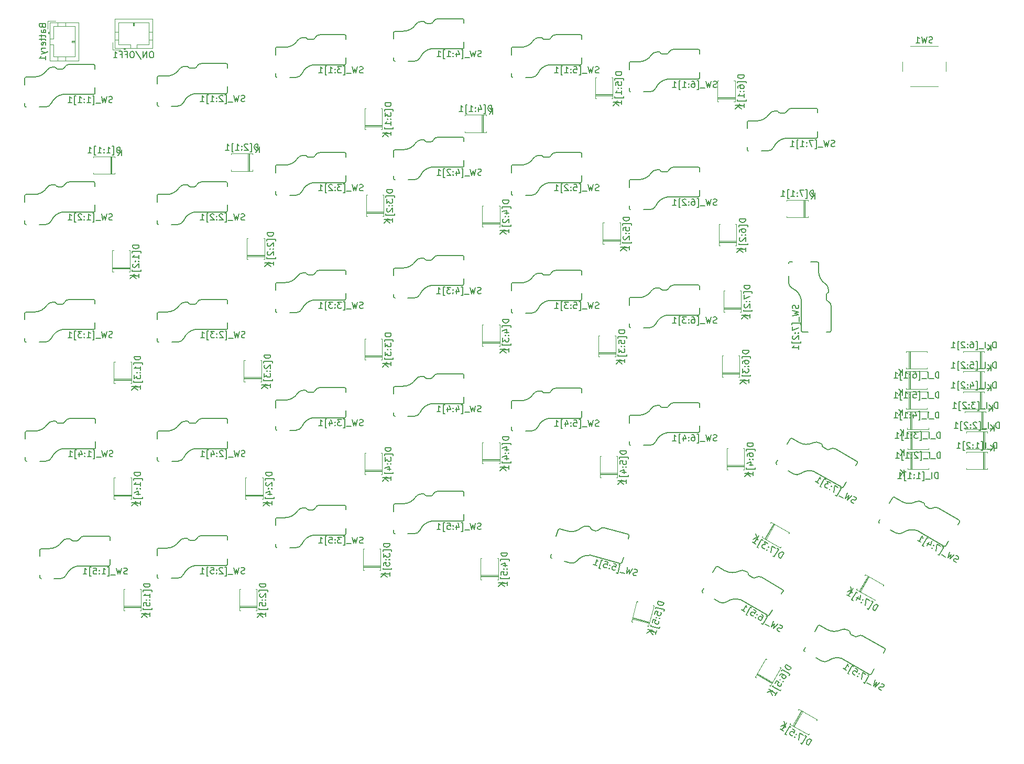
<source format=gbo>
%TF.GenerationSoftware,KiCad,Pcbnew,8.0.2-1*%
%TF.CreationDate,2024-06-04T23:34:33+02:00*%
%TF.ProjectId,keyboard,6b657962-6f61-4726-942e-6b696361645f,rev?*%
%TF.SameCoordinates,Original*%
%TF.FileFunction,Legend,Bot*%
%TF.FilePolarity,Positive*%
%FSLAX46Y46*%
G04 Gerber Fmt 4.6, Leading zero omitted, Abs format (unit mm)*
G04 Created by KiCad (PCBNEW 8.0.2-1) date 2024-06-04 23:34:33*
%MOMM*%
%LPD*%
G01*
G04 APERTURE LIST*
%ADD10C,0.150000*%
%ADD11C,0.120000*%
G04 APERTURE END LIST*
D10*
X103624819Y-56654762D02*
X102624819Y-56654762D01*
X102624819Y-56654762D02*
X102624819Y-56892857D01*
X102624819Y-56892857D02*
X102672438Y-57035714D01*
X102672438Y-57035714D02*
X102767676Y-57130952D01*
X102767676Y-57130952D02*
X102862914Y-57178571D01*
X102862914Y-57178571D02*
X103053390Y-57226190D01*
X103053390Y-57226190D02*
X103196247Y-57226190D01*
X103196247Y-57226190D02*
X103386723Y-57178571D01*
X103386723Y-57178571D02*
X103481961Y-57130952D01*
X103481961Y-57130952D02*
X103577200Y-57035714D01*
X103577200Y-57035714D02*
X103624819Y-56892857D01*
X103624819Y-56892857D02*
X103624819Y-56654762D01*
X103958152Y-57940476D02*
X103958152Y-57702381D01*
X103958152Y-57702381D02*
X102529580Y-57702381D01*
X102529580Y-57702381D02*
X102529580Y-57940476D01*
X102624819Y-58226191D02*
X102624819Y-58845238D01*
X102624819Y-58845238D02*
X103005771Y-58511905D01*
X103005771Y-58511905D02*
X103005771Y-58654762D01*
X103005771Y-58654762D02*
X103053390Y-58750000D01*
X103053390Y-58750000D02*
X103101009Y-58797619D01*
X103101009Y-58797619D02*
X103196247Y-58845238D01*
X103196247Y-58845238D02*
X103434342Y-58845238D01*
X103434342Y-58845238D02*
X103529580Y-58797619D01*
X103529580Y-58797619D02*
X103577200Y-58750000D01*
X103577200Y-58750000D02*
X103624819Y-58654762D01*
X103624819Y-58654762D02*
X103624819Y-58369048D01*
X103624819Y-58369048D02*
X103577200Y-58273810D01*
X103577200Y-58273810D02*
X103529580Y-58226191D01*
X103529580Y-59273810D02*
X103577200Y-59321429D01*
X103577200Y-59321429D02*
X103624819Y-59273810D01*
X103624819Y-59273810D02*
X103577200Y-59226191D01*
X103577200Y-59226191D02*
X103529580Y-59273810D01*
X103529580Y-59273810D02*
X103624819Y-59273810D01*
X103005771Y-59273810D02*
X103053390Y-59321429D01*
X103053390Y-59321429D02*
X103101009Y-59273810D01*
X103101009Y-59273810D02*
X103053390Y-59226191D01*
X103053390Y-59226191D02*
X103005771Y-59273810D01*
X103005771Y-59273810D02*
X103101009Y-59273810D01*
X102720057Y-59702381D02*
X102672438Y-59750000D01*
X102672438Y-59750000D02*
X102624819Y-59845238D01*
X102624819Y-59845238D02*
X102624819Y-60083333D01*
X102624819Y-60083333D02*
X102672438Y-60178571D01*
X102672438Y-60178571D02*
X102720057Y-60226190D01*
X102720057Y-60226190D02*
X102815295Y-60273809D01*
X102815295Y-60273809D02*
X102910533Y-60273809D01*
X102910533Y-60273809D02*
X103053390Y-60226190D01*
X103053390Y-60226190D02*
X103624819Y-59654762D01*
X103624819Y-59654762D02*
X103624819Y-60273809D01*
X103958152Y-60607143D02*
X103958152Y-60845238D01*
X103958152Y-60845238D02*
X102529580Y-60845238D01*
X102529580Y-60845238D02*
X102529580Y-60607143D01*
X103624819Y-61892857D02*
X103624819Y-61321429D01*
X103624819Y-61607143D02*
X102624819Y-61607143D01*
X102624819Y-61607143D02*
X102767676Y-61511905D01*
X102767676Y-61511905D02*
X102862914Y-61416667D01*
X102862914Y-61416667D02*
X102910533Y-61321429D01*
X103204819Y-61528095D02*
X102204819Y-61528095D01*
X103204819Y-62099523D02*
X102633390Y-61670952D01*
X102204819Y-62099523D02*
X102776247Y-61528095D01*
X169157200Y-75348571D02*
X169204819Y-75491428D01*
X169204819Y-75491428D02*
X169204819Y-75729523D01*
X169204819Y-75729523D02*
X169157200Y-75824761D01*
X169157200Y-75824761D02*
X169109580Y-75872380D01*
X169109580Y-75872380D02*
X169014342Y-75919999D01*
X169014342Y-75919999D02*
X168919104Y-75919999D01*
X168919104Y-75919999D02*
X168823866Y-75872380D01*
X168823866Y-75872380D02*
X168776247Y-75824761D01*
X168776247Y-75824761D02*
X168728628Y-75729523D01*
X168728628Y-75729523D02*
X168681009Y-75539047D01*
X168681009Y-75539047D02*
X168633390Y-75443809D01*
X168633390Y-75443809D02*
X168585771Y-75396190D01*
X168585771Y-75396190D02*
X168490533Y-75348571D01*
X168490533Y-75348571D02*
X168395295Y-75348571D01*
X168395295Y-75348571D02*
X168300057Y-75396190D01*
X168300057Y-75396190D02*
X168252438Y-75443809D01*
X168252438Y-75443809D02*
X168204819Y-75539047D01*
X168204819Y-75539047D02*
X168204819Y-75777142D01*
X168204819Y-75777142D02*
X168252438Y-75919999D01*
X168204819Y-76253333D02*
X169204819Y-76491428D01*
X169204819Y-76491428D02*
X168490533Y-76681904D01*
X168490533Y-76681904D02*
X169204819Y-76872380D01*
X169204819Y-76872380D02*
X168204819Y-77110476D01*
X169300057Y-77253333D02*
X169300057Y-78015237D01*
X169538152Y-78539047D02*
X169538152Y-78300952D01*
X169538152Y-78300952D02*
X168109580Y-78300952D01*
X168109580Y-78300952D02*
X168109580Y-78539047D01*
X168204819Y-78824762D02*
X168204819Y-79491428D01*
X168204819Y-79491428D02*
X169204819Y-79062857D01*
X169109580Y-79872381D02*
X169157200Y-79920000D01*
X169157200Y-79920000D02*
X169204819Y-79872381D01*
X169204819Y-79872381D02*
X169157200Y-79824762D01*
X169157200Y-79824762D02*
X169109580Y-79872381D01*
X169109580Y-79872381D02*
X169204819Y-79872381D01*
X168585771Y-79872381D02*
X168633390Y-79920000D01*
X168633390Y-79920000D02*
X168681009Y-79872381D01*
X168681009Y-79872381D02*
X168633390Y-79824762D01*
X168633390Y-79824762D02*
X168585771Y-79872381D01*
X168585771Y-79872381D02*
X168681009Y-79872381D01*
X168300057Y-80300952D02*
X168252438Y-80348571D01*
X168252438Y-80348571D02*
X168204819Y-80443809D01*
X168204819Y-80443809D02*
X168204819Y-80681904D01*
X168204819Y-80681904D02*
X168252438Y-80777142D01*
X168252438Y-80777142D02*
X168300057Y-80824761D01*
X168300057Y-80824761D02*
X168395295Y-80872380D01*
X168395295Y-80872380D02*
X168490533Y-80872380D01*
X168490533Y-80872380D02*
X168633390Y-80824761D01*
X168633390Y-80824761D02*
X169204819Y-80253333D01*
X169204819Y-80253333D02*
X169204819Y-80872380D01*
X169538152Y-81205714D02*
X169538152Y-81443809D01*
X169538152Y-81443809D02*
X168109580Y-81443809D01*
X168109580Y-81443809D02*
X168109580Y-81205714D01*
X169204819Y-82491428D02*
X169204819Y-81920000D01*
X169204819Y-82205714D02*
X168204819Y-82205714D01*
X168204819Y-82205714D02*
X168347676Y-82110476D01*
X168347676Y-82110476D02*
X168442914Y-82015238D01*
X168442914Y-82015238D02*
X168490533Y-81920000D01*
X58401428Y-99807200D02*
X58258571Y-99854819D01*
X58258571Y-99854819D02*
X58020476Y-99854819D01*
X58020476Y-99854819D02*
X57925238Y-99807200D01*
X57925238Y-99807200D02*
X57877619Y-99759580D01*
X57877619Y-99759580D02*
X57830000Y-99664342D01*
X57830000Y-99664342D02*
X57830000Y-99569104D01*
X57830000Y-99569104D02*
X57877619Y-99473866D01*
X57877619Y-99473866D02*
X57925238Y-99426247D01*
X57925238Y-99426247D02*
X58020476Y-99378628D01*
X58020476Y-99378628D02*
X58210952Y-99331009D01*
X58210952Y-99331009D02*
X58306190Y-99283390D01*
X58306190Y-99283390D02*
X58353809Y-99235771D01*
X58353809Y-99235771D02*
X58401428Y-99140533D01*
X58401428Y-99140533D02*
X58401428Y-99045295D01*
X58401428Y-99045295D02*
X58353809Y-98950057D01*
X58353809Y-98950057D02*
X58306190Y-98902438D01*
X58306190Y-98902438D02*
X58210952Y-98854819D01*
X58210952Y-98854819D02*
X57972857Y-98854819D01*
X57972857Y-98854819D02*
X57830000Y-98902438D01*
X57496666Y-98854819D02*
X57258571Y-99854819D01*
X57258571Y-99854819D02*
X57068095Y-99140533D01*
X57068095Y-99140533D02*
X56877619Y-99854819D01*
X56877619Y-99854819D02*
X56639524Y-98854819D01*
X56496667Y-99950057D02*
X55734762Y-99950057D01*
X55210952Y-100188152D02*
X55449047Y-100188152D01*
X55449047Y-100188152D02*
X55449047Y-98759580D01*
X55449047Y-98759580D02*
X55210952Y-98759580D01*
X54306190Y-99854819D02*
X54877618Y-99854819D01*
X54591904Y-99854819D02*
X54591904Y-98854819D01*
X54591904Y-98854819D02*
X54687142Y-98997676D01*
X54687142Y-98997676D02*
X54782380Y-99092914D01*
X54782380Y-99092914D02*
X54877618Y-99140533D01*
X53877618Y-99759580D02*
X53829999Y-99807200D01*
X53829999Y-99807200D02*
X53877618Y-99854819D01*
X53877618Y-99854819D02*
X53925237Y-99807200D01*
X53925237Y-99807200D02*
X53877618Y-99759580D01*
X53877618Y-99759580D02*
X53877618Y-99854819D01*
X53877618Y-99235771D02*
X53829999Y-99283390D01*
X53829999Y-99283390D02*
X53877618Y-99331009D01*
X53877618Y-99331009D02*
X53925237Y-99283390D01*
X53925237Y-99283390D02*
X53877618Y-99235771D01*
X53877618Y-99235771D02*
X53877618Y-99331009D01*
X52972857Y-99188152D02*
X52972857Y-99854819D01*
X53210952Y-98807200D02*
X53449047Y-99521485D01*
X53449047Y-99521485D02*
X52830000Y-99521485D01*
X52544285Y-100188152D02*
X52306190Y-100188152D01*
X52306190Y-100188152D02*
X52306190Y-98759580D01*
X52306190Y-98759580D02*
X52544285Y-98759580D01*
X51258571Y-99854819D02*
X51829999Y-99854819D01*
X51544285Y-99854819D02*
X51544285Y-98854819D01*
X51544285Y-98854819D02*
X51639523Y-98997676D01*
X51639523Y-98997676D02*
X51734761Y-99092914D01*
X51734761Y-99092914D02*
X51829999Y-99140533D01*
X201095237Y-82284819D02*
X201095237Y-81284819D01*
X201095237Y-81284819D02*
X200857142Y-81284819D01*
X200857142Y-81284819D02*
X200714285Y-81332438D01*
X200714285Y-81332438D02*
X200619047Y-81427676D01*
X200619047Y-81427676D02*
X200571428Y-81522914D01*
X200571428Y-81522914D02*
X200523809Y-81713390D01*
X200523809Y-81713390D02*
X200523809Y-81856247D01*
X200523809Y-81856247D02*
X200571428Y-82046723D01*
X200571428Y-82046723D02*
X200619047Y-82141961D01*
X200619047Y-82141961D02*
X200714285Y-82237200D01*
X200714285Y-82237200D02*
X200857142Y-82284819D01*
X200857142Y-82284819D02*
X201095237Y-82284819D01*
X200333333Y-82380057D02*
X199571428Y-82380057D01*
X199333332Y-82284819D02*
X199333332Y-81284819D01*
X199095238Y-82380057D02*
X198333333Y-82380057D01*
X197809523Y-82618152D02*
X198047618Y-82618152D01*
X198047618Y-82618152D02*
X198047618Y-81189580D01*
X198047618Y-81189580D02*
X197809523Y-81189580D01*
X196999999Y-81284819D02*
X197190475Y-81284819D01*
X197190475Y-81284819D02*
X197285713Y-81332438D01*
X197285713Y-81332438D02*
X197333332Y-81380057D01*
X197333332Y-81380057D02*
X197428570Y-81522914D01*
X197428570Y-81522914D02*
X197476189Y-81713390D01*
X197476189Y-81713390D02*
X197476189Y-82094342D01*
X197476189Y-82094342D02*
X197428570Y-82189580D01*
X197428570Y-82189580D02*
X197380951Y-82237200D01*
X197380951Y-82237200D02*
X197285713Y-82284819D01*
X197285713Y-82284819D02*
X197095237Y-82284819D01*
X197095237Y-82284819D02*
X196999999Y-82237200D01*
X196999999Y-82237200D02*
X196952380Y-82189580D01*
X196952380Y-82189580D02*
X196904761Y-82094342D01*
X196904761Y-82094342D02*
X196904761Y-81856247D01*
X196904761Y-81856247D02*
X196952380Y-81761009D01*
X196952380Y-81761009D02*
X196999999Y-81713390D01*
X196999999Y-81713390D02*
X197095237Y-81665771D01*
X197095237Y-81665771D02*
X197285713Y-81665771D01*
X197285713Y-81665771D02*
X197380951Y-81713390D01*
X197380951Y-81713390D02*
X197428570Y-81761009D01*
X197428570Y-81761009D02*
X197476189Y-81856247D01*
X196476189Y-82189580D02*
X196428570Y-82237200D01*
X196428570Y-82237200D02*
X196476189Y-82284819D01*
X196476189Y-82284819D02*
X196523808Y-82237200D01*
X196523808Y-82237200D02*
X196476189Y-82189580D01*
X196476189Y-82189580D02*
X196476189Y-82284819D01*
X196476189Y-81665771D02*
X196428570Y-81713390D01*
X196428570Y-81713390D02*
X196476189Y-81761009D01*
X196476189Y-81761009D02*
X196523808Y-81713390D01*
X196523808Y-81713390D02*
X196476189Y-81665771D01*
X196476189Y-81665771D02*
X196476189Y-81761009D01*
X196047618Y-81380057D02*
X195999999Y-81332438D01*
X195999999Y-81332438D02*
X195904761Y-81284819D01*
X195904761Y-81284819D02*
X195666666Y-81284819D01*
X195666666Y-81284819D02*
X195571428Y-81332438D01*
X195571428Y-81332438D02*
X195523809Y-81380057D01*
X195523809Y-81380057D02*
X195476190Y-81475295D01*
X195476190Y-81475295D02*
X195476190Y-81570533D01*
X195476190Y-81570533D02*
X195523809Y-81713390D01*
X195523809Y-81713390D02*
X196095237Y-82284819D01*
X196095237Y-82284819D02*
X195476190Y-82284819D01*
X195142856Y-82618152D02*
X194904761Y-82618152D01*
X194904761Y-82618152D02*
X194904761Y-81189580D01*
X194904761Y-81189580D02*
X195142856Y-81189580D01*
X193857142Y-82284819D02*
X194428570Y-82284819D01*
X194142856Y-82284819D02*
X194142856Y-81284819D01*
X194142856Y-81284819D02*
X194238094Y-81427676D01*
X194238094Y-81427676D02*
X194333332Y-81522914D01*
X194333332Y-81522914D02*
X194428570Y-81570533D01*
X200301904Y-82704819D02*
X200301904Y-81704819D01*
X199730476Y-82704819D02*
X200159047Y-82133390D01*
X199730476Y-81704819D02*
X200301904Y-82276247D01*
X201214285Y-98534819D02*
X201214285Y-97534819D01*
X201214285Y-97534819D02*
X200976190Y-97534819D01*
X200976190Y-97534819D02*
X200833333Y-97582438D01*
X200833333Y-97582438D02*
X200738095Y-97677676D01*
X200738095Y-97677676D02*
X200690476Y-97772914D01*
X200690476Y-97772914D02*
X200642857Y-97963390D01*
X200642857Y-97963390D02*
X200642857Y-98106247D01*
X200642857Y-98106247D02*
X200690476Y-98296723D01*
X200690476Y-98296723D02*
X200738095Y-98391961D01*
X200738095Y-98391961D02*
X200833333Y-98487200D01*
X200833333Y-98487200D02*
X200976190Y-98534819D01*
X200976190Y-98534819D02*
X201214285Y-98534819D01*
X200452381Y-98630057D02*
X199690476Y-98630057D01*
X199452380Y-98534819D02*
X199452380Y-97534819D01*
X198690476Y-98868152D02*
X198928571Y-98868152D01*
X198928571Y-98868152D02*
X198928571Y-97439580D01*
X198928571Y-97439580D02*
X198690476Y-97439580D01*
X197785714Y-98534819D02*
X198357142Y-98534819D01*
X198071428Y-98534819D02*
X198071428Y-97534819D01*
X198071428Y-97534819D02*
X198166666Y-97677676D01*
X198166666Y-97677676D02*
X198261904Y-97772914D01*
X198261904Y-97772914D02*
X198357142Y-97820533D01*
X197357142Y-98439580D02*
X197309523Y-98487200D01*
X197309523Y-98487200D02*
X197357142Y-98534819D01*
X197357142Y-98534819D02*
X197404761Y-98487200D01*
X197404761Y-98487200D02*
X197357142Y-98439580D01*
X197357142Y-98439580D02*
X197357142Y-98534819D01*
X197357142Y-97915771D02*
X197309523Y-97963390D01*
X197309523Y-97963390D02*
X197357142Y-98011009D01*
X197357142Y-98011009D02*
X197404761Y-97963390D01*
X197404761Y-97963390D02*
X197357142Y-97915771D01*
X197357142Y-97915771D02*
X197357142Y-98011009D01*
X196928571Y-97630057D02*
X196880952Y-97582438D01*
X196880952Y-97582438D02*
X196785714Y-97534819D01*
X196785714Y-97534819D02*
X196547619Y-97534819D01*
X196547619Y-97534819D02*
X196452381Y-97582438D01*
X196452381Y-97582438D02*
X196404762Y-97630057D01*
X196404762Y-97630057D02*
X196357143Y-97725295D01*
X196357143Y-97725295D02*
X196357143Y-97820533D01*
X196357143Y-97820533D02*
X196404762Y-97963390D01*
X196404762Y-97963390D02*
X196976190Y-98534819D01*
X196976190Y-98534819D02*
X196357143Y-98534819D01*
X196023809Y-98868152D02*
X195785714Y-98868152D01*
X195785714Y-98868152D02*
X195785714Y-97439580D01*
X195785714Y-97439580D02*
X196023809Y-97439580D01*
X194738095Y-98534819D02*
X195309523Y-98534819D01*
X195023809Y-98534819D02*
X195023809Y-97534819D01*
X195023809Y-97534819D02*
X195119047Y-97677676D01*
X195119047Y-97677676D02*
X195214285Y-97772914D01*
X195214285Y-97772914D02*
X195309523Y-97820533D01*
X200801904Y-98954819D02*
X200801904Y-97954819D01*
X200230476Y-98954819D02*
X200659047Y-98383390D01*
X200230476Y-97954819D02*
X200801904Y-98526247D01*
X122374819Y-58404762D02*
X121374819Y-58404762D01*
X121374819Y-58404762D02*
X121374819Y-58642857D01*
X121374819Y-58642857D02*
X121422438Y-58785714D01*
X121422438Y-58785714D02*
X121517676Y-58880952D01*
X121517676Y-58880952D02*
X121612914Y-58928571D01*
X121612914Y-58928571D02*
X121803390Y-58976190D01*
X121803390Y-58976190D02*
X121946247Y-58976190D01*
X121946247Y-58976190D02*
X122136723Y-58928571D01*
X122136723Y-58928571D02*
X122231961Y-58880952D01*
X122231961Y-58880952D02*
X122327200Y-58785714D01*
X122327200Y-58785714D02*
X122374819Y-58642857D01*
X122374819Y-58642857D02*
X122374819Y-58404762D01*
X122708152Y-59690476D02*
X122708152Y-59452381D01*
X122708152Y-59452381D02*
X121279580Y-59452381D01*
X121279580Y-59452381D02*
X121279580Y-59690476D01*
X121708152Y-60500000D02*
X122374819Y-60500000D01*
X121327200Y-60261905D02*
X122041485Y-60023810D01*
X122041485Y-60023810D02*
X122041485Y-60642857D01*
X122279580Y-61023810D02*
X122327200Y-61071429D01*
X122327200Y-61071429D02*
X122374819Y-61023810D01*
X122374819Y-61023810D02*
X122327200Y-60976191D01*
X122327200Y-60976191D02*
X122279580Y-61023810D01*
X122279580Y-61023810D02*
X122374819Y-61023810D01*
X121755771Y-61023810D02*
X121803390Y-61071429D01*
X121803390Y-61071429D02*
X121851009Y-61023810D01*
X121851009Y-61023810D02*
X121803390Y-60976191D01*
X121803390Y-60976191D02*
X121755771Y-61023810D01*
X121755771Y-61023810D02*
X121851009Y-61023810D01*
X121470057Y-61452381D02*
X121422438Y-61500000D01*
X121422438Y-61500000D02*
X121374819Y-61595238D01*
X121374819Y-61595238D02*
X121374819Y-61833333D01*
X121374819Y-61833333D02*
X121422438Y-61928571D01*
X121422438Y-61928571D02*
X121470057Y-61976190D01*
X121470057Y-61976190D02*
X121565295Y-62023809D01*
X121565295Y-62023809D02*
X121660533Y-62023809D01*
X121660533Y-62023809D02*
X121803390Y-61976190D01*
X121803390Y-61976190D02*
X122374819Y-61404762D01*
X122374819Y-61404762D02*
X122374819Y-62023809D01*
X122708152Y-62357143D02*
X122708152Y-62595238D01*
X122708152Y-62595238D02*
X121279580Y-62595238D01*
X121279580Y-62595238D02*
X121279580Y-62357143D01*
X122374819Y-63642857D02*
X122374819Y-63071429D01*
X122374819Y-63357143D02*
X121374819Y-63357143D01*
X121374819Y-63357143D02*
X121517676Y-63261905D01*
X121517676Y-63261905D02*
X121612914Y-63166667D01*
X121612914Y-63166667D02*
X121660533Y-63071429D01*
X121954819Y-63278095D02*
X120954819Y-63278095D01*
X121954819Y-63849523D02*
X121383390Y-63420952D01*
X120954819Y-63849523D02*
X121526247Y-63278095D01*
X140624819Y-37654762D02*
X139624819Y-37654762D01*
X139624819Y-37654762D02*
X139624819Y-37892857D01*
X139624819Y-37892857D02*
X139672438Y-38035714D01*
X139672438Y-38035714D02*
X139767676Y-38130952D01*
X139767676Y-38130952D02*
X139862914Y-38178571D01*
X139862914Y-38178571D02*
X140053390Y-38226190D01*
X140053390Y-38226190D02*
X140196247Y-38226190D01*
X140196247Y-38226190D02*
X140386723Y-38178571D01*
X140386723Y-38178571D02*
X140481961Y-38130952D01*
X140481961Y-38130952D02*
X140577200Y-38035714D01*
X140577200Y-38035714D02*
X140624819Y-37892857D01*
X140624819Y-37892857D02*
X140624819Y-37654762D01*
X140958152Y-38940476D02*
X140958152Y-38702381D01*
X140958152Y-38702381D02*
X139529580Y-38702381D01*
X139529580Y-38702381D02*
X139529580Y-38940476D01*
X139624819Y-39797619D02*
X139624819Y-39321429D01*
X139624819Y-39321429D02*
X140101009Y-39273810D01*
X140101009Y-39273810D02*
X140053390Y-39321429D01*
X140053390Y-39321429D02*
X140005771Y-39416667D01*
X140005771Y-39416667D02*
X140005771Y-39654762D01*
X140005771Y-39654762D02*
X140053390Y-39750000D01*
X140053390Y-39750000D02*
X140101009Y-39797619D01*
X140101009Y-39797619D02*
X140196247Y-39845238D01*
X140196247Y-39845238D02*
X140434342Y-39845238D01*
X140434342Y-39845238D02*
X140529580Y-39797619D01*
X140529580Y-39797619D02*
X140577200Y-39750000D01*
X140577200Y-39750000D02*
X140624819Y-39654762D01*
X140624819Y-39654762D02*
X140624819Y-39416667D01*
X140624819Y-39416667D02*
X140577200Y-39321429D01*
X140577200Y-39321429D02*
X140529580Y-39273810D01*
X140529580Y-40273810D02*
X140577200Y-40321429D01*
X140577200Y-40321429D02*
X140624819Y-40273810D01*
X140624819Y-40273810D02*
X140577200Y-40226191D01*
X140577200Y-40226191D02*
X140529580Y-40273810D01*
X140529580Y-40273810D02*
X140624819Y-40273810D01*
X140005771Y-40273810D02*
X140053390Y-40321429D01*
X140053390Y-40321429D02*
X140101009Y-40273810D01*
X140101009Y-40273810D02*
X140053390Y-40226191D01*
X140053390Y-40226191D02*
X140005771Y-40273810D01*
X140005771Y-40273810D02*
X140101009Y-40273810D01*
X140624819Y-41273809D02*
X140624819Y-40702381D01*
X140624819Y-40988095D02*
X139624819Y-40988095D01*
X139624819Y-40988095D02*
X139767676Y-40892857D01*
X139767676Y-40892857D02*
X139862914Y-40797619D01*
X139862914Y-40797619D02*
X139910533Y-40702381D01*
X140958152Y-41607143D02*
X140958152Y-41845238D01*
X140958152Y-41845238D02*
X139529580Y-41845238D01*
X139529580Y-41845238D02*
X139529580Y-41607143D01*
X140624819Y-42892857D02*
X140624819Y-42321429D01*
X140624819Y-42607143D02*
X139624819Y-42607143D01*
X139624819Y-42607143D02*
X139767676Y-42511905D01*
X139767676Y-42511905D02*
X139862914Y-42416667D01*
X139862914Y-42416667D02*
X139910533Y-42321429D01*
X140204819Y-42528095D02*
X139204819Y-42528095D01*
X140204819Y-43099523D02*
X139633390Y-42670952D01*
X139204819Y-43099523D02*
X139776247Y-42528095D01*
X64414819Y-120404762D02*
X63414819Y-120404762D01*
X63414819Y-120404762D02*
X63414819Y-120642857D01*
X63414819Y-120642857D02*
X63462438Y-120785714D01*
X63462438Y-120785714D02*
X63557676Y-120880952D01*
X63557676Y-120880952D02*
X63652914Y-120928571D01*
X63652914Y-120928571D02*
X63843390Y-120976190D01*
X63843390Y-120976190D02*
X63986247Y-120976190D01*
X63986247Y-120976190D02*
X64176723Y-120928571D01*
X64176723Y-120928571D02*
X64271961Y-120880952D01*
X64271961Y-120880952D02*
X64367200Y-120785714D01*
X64367200Y-120785714D02*
X64414819Y-120642857D01*
X64414819Y-120642857D02*
X64414819Y-120404762D01*
X64748152Y-121690476D02*
X64748152Y-121452381D01*
X64748152Y-121452381D02*
X63319580Y-121452381D01*
X63319580Y-121452381D02*
X63319580Y-121690476D01*
X64414819Y-122595238D02*
X64414819Y-122023810D01*
X64414819Y-122309524D02*
X63414819Y-122309524D01*
X63414819Y-122309524D02*
X63557676Y-122214286D01*
X63557676Y-122214286D02*
X63652914Y-122119048D01*
X63652914Y-122119048D02*
X63700533Y-122023810D01*
X64319580Y-123023810D02*
X64367200Y-123071429D01*
X64367200Y-123071429D02*
X64414819Y-123023810D01*
X64414819Y-123023810D02*
X64367200Y-122976191D01*
X64367200Y-122976191D02*
X64319580Y-123023810D01*
X64319580Y-123023810D02*
X64414819Y-123023810D01*
X63795771Y-123023810D02*
X63843390Y-123071429D01*
X63843390Y-123071429D02*
X63891009Y-123023810D01*
X63891009Y-123023810D02*
X63843390Y-122976191D01*
X63843390Y-122976191D02*
X63795771Y-123023810D01*
X63795771Y-123023810D02*
X63891009Y-123023810D01*
X63414819Y-123976190D02*
X63414819Y-123500000D01*
X63414819Y-123500000D02*
X63891009Y-123452381D01*
X63891009Y-123452381D02*
X63843390Y-123500000D01*
X63843390Y-123500000D02*
X63795771Y-123595238D01*
X63795771Y-123595238D02*
X63795771Y-123833333D01*
X63795771Y-123833333D02*
X63843390Y-123928571D01*
X63843390Y-123928571D02*
X63891009Y-123976190D01*
X63891009Y-123976190D02*
X63986247Y-124023809D01*
X63986247Y-124023809D02*
X64224342Y-124023809D01*
X64224342Y-124023809D02*
X64319580Y-123976190D01*
X64319580Y-123976190D02*
X64367200Y-123928571D01*
X64367200Y-123928571D02*
X64414819Y-123833333D01*
X64414819Y-123833333D02*
X64414819Y-123595238D01*
X64414819Y-123595238D02*
X64367200Y-123500000D01*
X64367200Y-123500000D02*
X64319580Y-123452381D01*
X64748152Y-124357143D02*
X64748152Y-124595238D01*
X64748152Y-124595238D02*
X63319580Y-124595238D01*
X63319580Y-124595238D02*
X63319580Y-124357143D01*
X64414819Y-125642857D02*
X64414819Y-125071429D01*
X64414819Y-125357143D02*
X63414819Y-125357143D01*
X63414819Y-125357143D02*
X63557676Y-125261905D01*
X63557676Y-125261905D02*
X63652914Y-125166667D01*
X63652914Y-125166667D02*
X63700533Y-125071429D01*
X63994819Y-125278095D02*
X62994819Y-125278095D01*
X63994819Y-125849523D02*
X63423390Y-125420952D01*
X62994819Y-125849523D02*
X63566247Y-125278095D01*
X160624819Y-61404762D02*
X159624819Y-61404762D01*
X159624819Y-61404762D02*
X159624819Y-61642857D01*
X159624819Y-61642857D02*
X159672438Y-61785714D01*
X159672438Y-61785714D02*
X159767676Y-61880952D01*
X159767676Y-61880952D02*
X159862914Y-61928571D01*
X159862914Y-61928571D02*
X160053390Y-61976190D01*
X160053390Y-61976190D02*
X160196247Y-61976190D01*
X160196247Y-61976190D02*
X160386723Y-61928571D01*
X160386723Y-61928571D02*
X160481961Y-61880952D01*
X160481961Y-61880952D02*
X160577200Y-61785714D01*
X160577200Y-61785714D02*
X160624819Y-61642857D01*
X160624819Y-61642857D02*
X160624819Y-61404762D01*
X160958152Y-62690476D02*
X160958152Y-62452381D01*
X160958152Y-62452381D02*
X159529580Y-62452381D01*
X159529580Y-62452381D02*
X159529580Y-62690476D01*
X159624819Y-63500000D02*
X159624819Y-63309524D01*
X159624819Y-63309524D02*
X159672438Y-63214286D01*
X159672438Y-63214286D02*
X159720057Y-63166667D01*
X159720057Y-63166667D02*
X159862914Y-63071429D01*
X159862914Y-63071429D02*
X160053390Y-63023810D01*
X160053390Y-63023810D02*
X160434342Y-63023810D01*
X160434342Y-63023810D02*
X160529580Y-63071429D01*
X160529580Y-63071429D02*
X160577200Y-63119048D01*
X160577200Y-63119048D02*
X160624819Y-63214286D01*
X160624819Y-63214286D02*
X160624819Y-63404762D01*
X160624819Y-63404762D02*
X160577200Y-63500000D01*
X160577200Y-63500000D02*
X160529580Y-63547619D01*
X160529580Y-63547619D02*
X160434342Y-63595238D01*
X160434342Y-63595238D02*
X160196247Y-63595238D01*
X160196247Y-63595238D02*
X160101009Y-63547619D01*
X160101009Y-63547619D02*
X160053390Y-63500000D01*
X160053390Y-63500000D02*
X160005771Y-63404762D01*
X160005771Y-63404762D02*
X160005771Y-63214286D01*
X160005771Y-63214286D02*
X160053390Y-63119048D01*
X160053390Y-63119048D02*
X160101009Y-63071429D01*
X160101009Y-63071429D02*
X160196247Y-63023810D01*
X160529580Y-64023810D02*
X160577200Y-64071429D01*
X160577200Y-64071429D02*
X160624819Y-64023810D01*
X160624819Y-64023810D02*
X160577200Y-63976191D01*
X160577200Y-63976191D02*
X160529580Y-64023810D01*
X160529580Y-64023810D02*
X160624819Y-64023810D01*
X160005771Y-64023810D02*
X160053390Y-64071429D01*
X160053390Y-64071429D02*
X160101009Y-64023810D01*
X160101009Y-64023810D02*
X160053390Y-63976191D01*
X160053390Y-63976191D02*
X160005771Y-64023810D01*
X160005771Y-64023810D02*
X160101009Y-64023810D01*
X159720057Y-64452381D02*
X159672438Y-64500000D01*
X159672438Y-64500000D02*
X159624819Y-64595238D01*
X159624819Y-64595238D02*
X159624819Y-64833333D01*
X159624819Y-64833333D02*
X159672438Y-64928571D01*
X159672438Y-64928571D02*
X159720057Y-64976190D01*
X159720057Y-64976190D02*
X159815295Y-65023809D01*
X159815295Y-65023809D02*
X159910533Y-65023809D01*
X159910533Y-65023809D02*
X160053390Y-64976190D01*
X160053390Y-64976190D02*
X160624819Y-64404762D01*
X160624819Y-64404762D02*
X160624819Y-65023809D01*
X160958152Y-65357143D02*
X160958152Y-65595238D01*
X160958152Y-65595238D02*
X159529580Y-65595238D01*
X159529580Y-65595238D02*
X159529580Y-65357143D01*
X160624819Y-66642857D02*
X160624819Y-66071429D01*
X160624819Y-66357143D02*
X159624819Y-66357143D01*
X159624819Y-66357143D02*
X159767676Y-66261905D01*
X159767676Y-66261905D02*
X159862914Y-66166667D01*
X159862914Y-66166667D02*
X159910533Y-66071429D01*
X160204819Y-66278095D02*
X159204819Y-66278095D01*
X160204819Y-66849523D02*
X159633390Y-66420952D01*
X159204819Y-66849523D02*
X159776247Y-66278095D01*
X192095237Y-100124819D02*
X192095237Y-99124819D01*
X192095237Y-99124819D02*
X191857142Y-99124819D01*
X191857142Y-99124819D02*
X191714285Y-99172438D01*
X191714285Y-99172438D02*
X191619047Y-99267676D01*
X191619047Y-99267676D02*
X191571428Y-99362914D01*
X191571428Y-99362914D02*
X191523809Y-99553390D01*
X191523809Y-99553390D02*
X191523809Y-99696247D01*
X191523809Y-99696247D02*
X191571428Y-99886723D01*
X191571428Y-99886723D02*
X191619047Y-99981961D01*
X191619047Y-99981961D02*
X191714285Y-100077200D01*
X191714285Y-100077200D02*
X191857142Y-100124819D01*
X191857142Y-100124819D02*
X192095237Y-100124819D01*
X191333333Y-100220057D02*
X190571428Y-100220057D01*
X190333332Y-100124819D02*
X190333332Y-99124819D01*
X190095238Y-100220057D02*
X189333333Y-100220057D01*
X188809523Y-100458152D02*
X189047618Y-100458152D01*
X189047618Y-100458152D02*
X189047618Y-99029580D01*
X189047618Y-99029580D02*
X188809523Y-99029580D01*
X188476189Y-99220057D02*
X188428570Y-99172438D01*
X188428570Y-99172438D02*
X188333332Y-99124819D01*
X188333332Y-99124819D02*
X188095237Y-99124819D01*
X188095237Y-99124819D02*
X187999999Y-99172438D01*
X187999999Y-99172438D02*
X187952380Y-99220057D01*
X187952380Y-99220057D02*
X187904761Y-99315295D01*
X187904761Y-99315295D02*
X187904761Y-99410533D01*
X187904761Y-99410533D02*
X187952380Y-99553390D01*
X187952380Y-99553390D02*
X188523808Y-100124819D01*
X188523808Y-100124819D02*
X187904761Y-100124819D01*
X187476189Y-100029580D02*
X187428570Y-100077200D01*
X187428570Y-100077200D02*
X187476189Y-100124819D01*
X187476189Y-100124819D02*
X187523808Y-100077200D01*
X187523808Y-100077200D02*
X187476189Y-100029580D01*
X187476189Y-100029580D02*
X187476189Y-100124819D01*
X187476189Y-99505771D02*
X187428570Y-99553390D01*
X187428570Y-99553390D02*
X187476189Y-99601009D01*
X187476189Y-99601009D02*
X187523808Y-99553390D01*
X187523808Y-99553390D02*
X187476189Y-99505771D01*
X187476189Y-99505771D02*
X187476189Y-99601009D01*
X186476190Y-100124819D02*
X187047618Y-100124819D01*
X186761904Y-100124819D02*
X186761904Y-99124819D01*
X186761904Y-99124819D02*
X186857142Y-99267676D01*
X186857142Y-99267676D02*
X186952380Y-99362914D01*
X186952380Y-99362914D02*
X187047618Y-99410533D01*
X186142856Y-100458152D02*
X185904761Y-100458152D01*
X185904761Y-100458152D02*
X185904761Y-99029580D01*
X185904761Y-99029580D02*
X186142856Y-99029580D01*
X184857142Y-100124819D02*
X185428570Y-100124819D01*
X185142856Y-100124819D02*
X185142856Y-99124819D01*
X185142856Y-99124819D02*
X185238094Y-99267676D01*
X185238094Y-99267676D02*
X185333332Y-99362914D01*
X185333332Y-99362914D02*
X185428570Y-99410533D01*
X186221904Y-99704819D02*
X186221904Y-98704819D01*
X185650476Y-99704819D02*
X186079047Y-99133390D01*
X185650476Y-98704819D02*
X186221904Y-99276247D01*
X155971428Y-40107200D02*
X155828571Y-40154819D01*
X155828571Y-40154819D02*
X155590476Y-40154819D01*
X155590476Y-40154819D02*
X155495238Y-40107200D01*
X155495238Y-40107200D02*
X155447619Y-40059580D01*
X155447619Y-40059580D02*
X155400000Y-39964342D01*
X155400000Y-39964342D02*
X155400000Y-39869104D01*
X155400000Y-39869104D02*
X155447619Y-39773866D01*
X155447619Y-39773866D02*
X155495238Y-39726247D01*
X155495238Y-39726247D02*
X155590476Y-39678628D01*
X155590476Y-39678628D02*
X155780952Y-39631009D01*
X155780952Y-39631009D02*
X155876190Y-39583390D01*
X155876190Y-39583390D02*
X155923809Y-39535771D01*
X155923809Y-39535771D02*
X155971428Y-39440533D01*
X155971428Y-39440533D02*
X155971428Y-39345295D01*
X155971428Y-39345295D02*
X155923809Y-39250057D01*
X155923809Y-39250057D02*
X155876190Y-39202438D01*
X155876190Y-39202438D02*
X155780952Y-39154819D01*
X155780952Y-39154819D02*
X155542857Y-39154819D01*
X155542857Y-39154819D02*
X155400000Y-39202438D01*
X155066666Y-39154819D02*
X154828571Y-40154819D01*
X154828571Y-40154819D02*
X154638095Y-39440533D01*
X154638095Y-39440533D02*
X154447619Y-40154819D01*
X154447619Y-40154819D02*
X154209524Y-39154819D01*
X154066667Y-40250057D02*
X153304762Y-40250057D01*
X152780952Y-40488152D02*
X153019047Y-40488152D01*
X153019047Y-40488152D02*
X153019047Y-39059580D01*
X153019047Y-39059580D02*
X152780952Y-39059580D01*
X151971428Y-39154819D02*
X152161904Y-39154819D01*
X152161904Y-39154819D02*
X152257142Y-39202438D01*
X152257142Y-39202438D02*
X152304761Y-39250057D01*
X152304761Y-39250057D02*
X152399999Y-39392914D01*
X152399999Y-39392914D02*
X152447618Y-39583390D01*
X152447618Y-39583390D02*
X152447618Y-39964342D01*
X152447618Y-39964342D02*
X152399999Y-40059580D01*
X152399999Y-40059580D02*
X152352380Y-40107200D01*
X152352380Y-40107200D02*
X152257142Y-40154819D01*
X152257142Y-40154819D02*
X152066666Y-40154819D01*
X152066666Y-40154819D02*
X151971428Y-40107200D01*
X151971428Y-40107200D02*
X151923809Y-40059580D01*
X151923809Y-40059580D02*
X151876190Y-39964342D01*
X151876190Y-39964342D02*
X151876190Y-39726247D01*
X151876190Y-39726247D02*
X151923809Y-39631009D01*
X151923809Y-39631009D02*
X151971428Y-39583390D01*
X151971428Y-39583390D02*
X152066666Y-39535771D01*
X152066666Y-39535771D02*
X152257142Y-39535771D01*
X152257142Y-39535771D02*
X152352380Y-39583390D01*
X152352380Y-39583390D02*
X152399999Y-39631009D01*
X152399999Y-39631009D02*
X152447618Y-39726247D01*
X151447618Y-40059580D02*
X151399999Y-40107200D01*
X151399999Y-40107200D02*
X151447618Y-40154819D01*
X151447618Y-40154819D02*
X151495237Y-40107200D01*
X151495237Y-40107200D02*
X151447618Y-40059580D01*
X151447618Y-40059580D02*
X151447618Y-40154819D01*
X151447618Y-39535771D02*
X151399999Y-39583390D01*
X151399999Y-39583390D02*
X151447618Y-39631009D01*
X151447618Y-39631009D02*
X151495237Y-39583390D01*
X151495237Y-39583390D02*
X151447618Y-39535771D01*
X151447618Y-39535771D02*
X151447618Y-39631009D01*
X150447619Y-40154819D02*
X151019047Y-40154819D01*
X150733333Y-40154819D02*
X150733333Y-39154819D01*
X150733333Y-39154819D02*
X150828571Y-39297676D01*
X150828571Y-39297676D02*
X150923809Y-39392914D01*
X150923809Y-39392914D02*
X151019047Y-39440533D01*
X150114285Y-40488152D02*
X149876190Y-40488152D01*
X149876190Y-40488152D02*
X149876190Y-39059580D01*
X149876190Y-39059580D02*
X150114285Y-39059580D01*
X148828571Y-40154819D02*
X149399999Y-40154819D01*
X149114285Y-40154819D02*
X149114285Y-39154819D01*
X149114285Y-39154819D02*
X149209523Y-39297676D01*
X149209523Y-39297676D02*
X149304761Y-39392914D01*
X149304761Y-39392914D02*
X149399999Y-39440533D01*
X201595237Y-95284819D02*
X201595237Y-94284819D01*
X201595237Y-94284819D02*
X201357142Y-94284819D01*
X201357142Y-94284819D02*
X201214285Y-94332438D01*
X201214285Y-94332438D02*
X201119047Y-94427676D01*
X201119047Y-94427676D02*
X201071428Y-94522914D01*
X201071428Y-94522914D02*
X201023809Y-94713390D01*
X201023809Y-94713390D02*
X201023809Y-94856247D01*
X201023809Y-94856247D02*
X201071428Y-95046723D01*
X201071428Y-95046723D02*
X201119047Y-95141961D01*
X201119047Y-95141961D02*
X201214285Y-95237200D01*
X201214285Y-95237200D02*
X201357142Y-95284819D01*
X201357142Y-95284819D02*
X201595237Y-95284819D01*
X200833333Y-95380057D02*
X200071428Y-95380057D01*
X199833332Y-95284819D02*
X199833332Y-94284819D01*
X199595238Y-95380057D02*
X198833333Y-95380057D01*
X198309523Y-95618152D02*
X198547618Y-95618152D01*
X198547618Y-95618152D02*
X198547618Y-94189580D01*
X198547618Y-94189580D02*
X198309523Y-94189580D01*
X197976189Y-94380057D02*
X197928570Y-94332438D01*
X197928570Y-94332438D02*
X197833332Y-94284819D01*
X197833332Y-94284819D02*
X197595237Y-94284819D01*
X197595237Y-94284819D02*
X197499999Y-94332438D01*
X197499999Y-94332438D02*
X197452380Y-94380057D01*
X197452380Y-94380057D02*
X197404761Y-94475295D01*
X197404761Y-94475295D02*
X197404761Y-94570533D01*
X197404761Y-94570533D02*
X197452380Y-94713390D01*
X197452380Y-94713390D02*
X198023808Y-95284819D01*
X198023808Y-95284819D02*
X197404761Y-95284819D01*
X196976189Y-95189580D02*
X196928570Y-95237200D01*
X196928570Y-95237200D02*
X196976189Y-95284819D01*
X196976189Y-95284819D02*
X197023808Y-95237200D01*
X197023808Y-95237200D02*
X196976189Y-95189580D01*
X196976189Y-95189580D02*
X196976189Y-95284819D01*
X196976189Y-94665771D02*
X196928570Y-94713390D01*
X196928570Y-94713390D02*
X196976189Y-94761009D01*
X196976189Y-94761009D02*
X197023808Y-94713390D01*
X197023808Y-94713390D02*
X196976189Y-94665771D01*
X196976189Y-94665771D02*
X196976189Y-94761009D01*
X196547618Y-94380057D02*
X196499999Y-94332438D01*
X196499999Y-94332438D02*
X196404761Y-94284819D01*
X196404761Y-94284819D02*
X196166666Y-94284819D01*
X196166666Y-94284819D02*
X196071428Y-94332438D01*
X196071428Y-94332438D02*
X196023809Y-94380057D01*
X196023809Y-94380057D02*
X195976190Y-94475295D01*
X195976190Y-94475295D02*
X195976190Y-94570533D01*
X195976190Y-94570533D02*
X196023809Y-94713390D01*
X196023809Y-94713390D02*
X196595237Y-95284819D01*
X196595237Y-95284819D02*
X195976190Y-95284819D01*
X195642856Y-95618152D02*
X195404761Y-95618152D01*
X195404761Y-95618152D02*
X195404761Y-94189580D01*
X195404761Y-94189580D02*
X195642856Y-94189580D01*
X194357142Y-95284819D02*
X194928570Y-95284819D01*
X194642856Y-95284819D02*
X194642856Y-94284819D01*
X194642856Y-94284819D02*
X194738094Y-94427676D01*
X194738094Y-94427676D02*
X194833332Y-94522914D01*
X194833332Y-94522914D02*
X194928570Y-94570533D01*
X200801904Y-95704819D02*
X200801904Y-94704819D01*
X200230476Y-95704819D02*
X200659047Y-95133390D01*
X200230476Y-94704819D02*
X200801904Y-95276247D01*
X141874819Y-61154762D02*
X140874819Y-61154762D01*
X140874819Y-61154762D02*
X140874819Y-61392857D01*
X140874819Y-61392857D02*
X140922438Y-61535714D01*
X140922438Y-61535714D02*
X141017676Y-61630952D01*
X141017676Y-61630952D02*
X141112914Y-61678571D01*
X141112914Y-61678571D02*
X141303390Y-61726190D01*
X141303390Y-61726190D02*
X141446247Y-61726190D01*
X141446247Y-61726190D02*
X141636723Y-61678571D01*
X141636723Y-61678571D02*
X141731961Y-61630952D01*
X141731961Y-61630952D02*
X141827200Y-61535714D01*
X141827200Y-61535714D02*
X141874819Y-61392857D01*
X141874819Y-61392857D02*
X141874819Y-61154762D01*
X142208152Y-62440476D02*
X142208152Y-62202381D01*
X142208152Y-62202381D02*
X140779580Y-62202381D01*
X140779580Y-62202381D02*
X140779580Y-62440476D01*
X140874819Y-63297619D02*
X140874819Y-62821429D01*
X140874819Y-62821429D02*
X141351009Y-62773810D01*
X141351009Y-62773810D02*
X141303390Y-62821429D01*
X141303390Y-62821429D02*
X141255771Y-62916667D01*
X141255771Y-62916667D02*
X141255771Y-63154762D01*
X141255771Y-63154762D02*
X141303390Y-63250000D01*
X141303390Y-63250000D02*
X141351009Y-63297619D01*
X141351009Y-63297619D02*
X141446247Y-63345238D01*
X141446247Y-63345238D02*
X141684342Y-63345238D01*
X141684342Y-63345238D02*
X141779580Y-63297619D01*
X141779580Y-63297619D02*
X141827200Y-63250000D01*
X141827200Y-63250000D02*
X141874819Y-63154762D01*
X141874819Y-63154762D02*
X141874819Y-62916667D01*
X141874819Y-62916667D02*
X141827200Y-62821429D01*
X141827200Y-62821429D02*
X141779580Y-62773810D01*
X141779580Y-63773810D02*
X141827200Y-63821429D01*
X141827200Y-63821429D02*
X141874819Y-63773810D01*
X141874819Y-63773810D02*
X141827200Y-63726191D01*
X141827200Y-63726191D02*
X141779580Y-63773810D01*
X141779580Y-63773810D02*
X141874819Y-63773810D01*
X141255771Y-63773810D02*
X141303390Y-63821429D01*
X141303390Y-63821429D02*
X141351009Y-63773810D01*
X141351009Y-63773810D02*
X141303390Y-63726191D01*
X141303390Y-63726191D02*
X141255771Y-63773810D01*
X141255771Y-63773810D02*
X141351009Y-63773810D01*
X140970057Y-64202381D02*
X140922438Y-64250000D01*
X140922438Y-64250000D02*
X140874819Y-64345238D01*
X140874819Y-64345238D02*
X140874819Y-64583333D01*
X140874819Y-64583333D02*
X140922438Y-64678571D01*
X140922438Y-64678571D02*
X140970057Y-64726190D01*
X140970057Y-64726190D02*
X141065295Y-64773809D01*
X141065295Y-64773809D02*
X141160533Y-64773809D01*
X141160533Y-64773809D02*
X141303390Y-64726190D01*
X141303390Y-64726190D02*
X141874819Y-64154762D01*
X141874819Y-64154762D02*
X141874819Y-64773809D01*
X142208152Y-65107143D02*
X142208152Y-65345238D01*
X142208152Y-65345238D02*
X140779580Y-65345238D01*
X140779580Y-65345238D02*
X140779580Y-65107143D01*
X141874819Y-66392857D02*
X141874819Y-65821429D01*
X141874819Y-66107143D02*
X140874819Y-66107143D01*
X140874819Y-66107143D02*
X141017676Y-66011905D01*
X141017676Y-66011905D02*
X141112914Y-65916667D01*
X141112914Y-65916667D02*
X141160533Y-65821429D01*
X141454819Y-66028095D02*
X140454819Y-66028095D01*
X141454819Y-66599523D02*
X140883390Y-66170952D01*
X140454819Y-66599523D02*
X141026247Y-66028095D01*
X79741428Y-99807200D02*
X79598571Y-99854819D01*
X79598571Y-99854819D02*
X79360476Y-99854819D01*
X79360476Y-99854819D02*
X79265238Y-99807200D01*
X79265238Y-99807200D02*
X79217619Y-99759580D01*
X79217619Y-99759580D02*
X79170000Y-99664342D01*
X79170000Y-99664342D02*
X79170000Y-99569104D01*
X79170000Y-99569104D02*
X79217619Y-99473866D01*
X79217619Y-99473866D02*
X79265238Y-99426247D01*
X79265238Y-99426247D02*
X79360476Y-99378628D01*
X79360476Y-99378628D02*
X79550952Y-99331009D01*
X79550952Y-99331009D02*
X79646190Y-99283390D01*
X79646190Y-99283390D02*
X79693809Y-99235771D01*
X79693809Y-99235771D02*
X79741428Y-99140533D01*
X79741428Y-99140533D02*
X79741428Y-99045295D01*
X79741428Y-99045295D02*
X79693809Y-98950057D01*
X79693809Y-98950057D02*
X79646190Y-98902438D01*
X79646190Y-98902438D02*
X79550952Y-98854819D01*
X79550952Y-98854819D02*
X79312857Y-98854819D01*
X79312857Y-98854819D02*
X79170000Y-98902438D01*
X78836666Y-98854819D02*
X78598571Y-99854819D01*
X78598571Y-99854819D02*
X78408095Y-99140533D01*
X78408095Y-99140533D02*
X78217619Y-99854819D01*
X78217619Y-99854819D02*
X77979524Y-98854819D01*
X77836667Y-99950057D02*
X77074762Y-99950057D01*
X76550952Y-100188152D02*
X76789047Y-100188152D01*
X76789047Y-100188152D02*
X76789047Y-98759580D01*
X76789047Y-98759580D02*
X76550952Y-98759580D01*
X76217618Y-98950057D02*
X76169999Y-98902438D01*
X76169999Y-98902438D02*
X76074761Y-98854819D01*
X76074761Y-98854819D02*
X75836666Y-98854819D01*
X75836666Y-98854819D02*
X75741428Y-98902438D01*
X75741428Y-98902438D02*
X75693809Y-98950057D01*
X75693809Y-98950057D02*
X75646190Y-99045295D01*
X75646190Y-99045295D02*
X75646190Y-99140533D01*
X75646190Y-99140533D02*
X75693809Y-99283390D01*
X75693809Y-99283390D02*
X76265237Y-99854819D01*
X76265237Y-99854819D02*
X75646190Y-99854819D01*
X75217618Y-99759580D02*
X75169999Y-99807200D01*
X75169999Y-99807200D02*
X75217618Y-99854819D01*
X75217618Y-99854819D02*
X75265237Y-99807200D01*
X75265237Y-99807200D02*
X75217618Y-99759580D01*
X75217618Y-99759580D02*
X75217618Y-99854819D01*
X75217618Y-99235771D02*
X75169999Y-99283390D01*
X75169999Y-99283390D02*
X75217618Y-99331009D01*
X75217618Y-99331009D02*
X75265237Y-99283390D01*
X75265237Y-99283390D02*
X75217618Y-99235771D01*
X75217618Y-99235771D02*
X75217618Y-99331009D01*
X74312857Y-99188152D02*
X74312857Y-99854819D01*
X74550952Y-98807200D02*
X74789047Y-99521485D01*
X74789047Y-99521485D02*
X74170000Y-99521485D01*
X73884285Y-100188152D02*
X73646190Y-100188152D01*
X73646190Y-100188152D02*
X73646190Y-98759580D01*
X73646190Y-98759580D02*
X73884285Y-98759580D01*
X72598571Y-99854819D02*
X73169999Y-99854819D01*
X72884285Y-99854819D02*
X72884285Y-98854819D01*
X72884285Y-98854819D02*
X72979523Y-98997676D01*
X72979523Y-98997676D02*
X73074761Y-99092914D01*
X73074761Y-99092914D02*
X73169999Y-99140533D01*
X79686228Y-118737700D02*
X79543371Y-118785319D01*
X79543371Y-118785319D02*
X79305276Y-118785319D01*
X79305276Y-118785319D02*
X79210038Y-118737700D01*
X79210038Y-118737700D02*
X79162419Y-118690080D01*
X79162419Y-118690080D02*
X79114800Y-118594842D01*
X79114800Y-118594842D02*
X79114800Y-118499604D01*
X79114800Y-118499604D02*
X79162419Y-118404366D01*
X79162419Y-118404366D02*
X79210038Y-118356747D01*
X79210038Y-118356747D02*
X79305276Y-118309128D01*
X79305276Y-118309128D02*
X79495752Y-118261509D01*
X79495752Y-118261509D02*
X79590990Y-118213890D01*
X79590990Y-118213890D02*
X79638609Y-118166271D01*
X79638609Y-118166271D02*
X79686228Y-118071033D01*
X79686228Y-118071033D02*
X79686228Y-117975795D01*
X79686228Y-117975795D02*
X79638609Y-117880557D01*
X79638609Y-117880557D02*
X79590990Y-117832938D01*
X79590990Y-117832938D02*
X79495752Y-117785319D01*
X79495752Y-117785319D02*
X79257657Y-117785319D01*
X79257657Y-117785319D02*
X79114800Y-117832938D01*
X78781466Y-117785319D02*
X78543371Y-118785319D01*
X78543371Y-118785319D02*
X78352895Y-118071033D01*
X78352895Y-118071033D02*
X78162419Y-118785319D01*
X78162419Y-118785319D02*
X77924324Y-117785319D01*
X77781467Y-118880557D02*
X77019562Y-118880557D01*
X76495752Y-119118652D02*
X76733847Y-119118652D01*
X76733847Y-119118652D02*
X76733847Y-117690080D01*
X76733847Y-117690080D02*
X76495752Y-117690080D01*
X76162418Y-117880557D02*
X76114799Y-117832938D01*
X76114799Y-117832938D02*
X76019561Y-117785319D01*
X76019561Y-117785319D02*
X75781466Y-117785319D01*
X75781466Y-117785319D02*
X75686228Y-117832938D01*
X75686228Y-117832938D02*
X75638609Y-117880557D01*
X75638609Y-117880557D02*
X75590990Y-117975795D01*
X75590990Y-117975795D02*
X75590990Y-118071033D01*
X75590990Y-118071033D02*
X75638609Y-118213890D01*
X75638609Y-118213890D02*
X76210037Y-118785319D01*
X76210037Y-118785319D02*
X75590990Y-118785319D01*
X75162418Y-118690080D02*
X75114799Y-118737700D01*
X75114799Y-118737700D02*
X75162418Y-118785319D01*
X75162418Y-118785319D02*
X75210037Y-118737700D01*
X75210037Y-118737700D02*
X75162418Y-118690080D01*
X75162418Y-118690080D02*
X75162418Y-118785319D01*
X75162418Y-118166271D02*
X75114799Y-118213890D01*
X75114799Y-118213890D02*
X75162418Y-118261509D01*
X75162418Y-118261509D02*
X75210037Y-118213890D01*
X75210037Y-118213890D02*
X75162418Y-118166271D01*
X75162418Y-118166271D02*
X75162418Y-118261509D01*
X74210038Y-117785319D02*
X74686228Y-117785319D01*
X74686228Y-117785319D02*
X74733847Y-118261509D01*
X74733847Y-118261509D02*
X74686228Y-118213890D01*
X74686228Y-118213890D02*
X74590990Y-118166271D01*
X74590990Y-118166271D02*
X74352895Y-118166271D01*
X74352895Y-118166271D02*
X74257657Y-118213890D01*
X74257657Y-118213890D02*
X74210038Y-118261509D01*
X74210038Y-118261509D02*
X74162419Y-118356747D01*
X74162419Y-118356747D02*
X74162419Y-118594842D01*
X74162419Y-118594842D02*
X74210038Y-118690080D01*
X74210038Y-118690080D02*
X74257657Y-118737700D01*
X74257657Y-118737700D02*
X74352895Y-118785319D01*
X74352895Y-118785319D02*
X74590990Y-118785319D01*
X74590990Y-118785319D02*
X74686228Y-118737700D01*
X74686228Y-118737700D02*
X74733847Y-118690080D01*
X73829085Y-119118652D02*
X73590990Y-119118652D01*
X73590990Y-119118652D02*
X73590990Y-117690080D01*
X73590990Y-117690080D02*
X73829085Y-117690080D01*
X72543371Y-118785319D02*
X73114799Y-118785319D01*
X72829085Y-118785319D02*
X72829085Y-117785319D01*
X72829085Y-117785319D02*
X72924323Y-117928176D01*
X72924323Y-117928176D02*
X73019561Y-118023414D01*
X73019561Y-118023414D02*
X73114799Y-118071033D01*
X191845237Y-93624819D02*
X191845237Y-92624819D01*
X191845237Y-92624819D02*
X191607142Y-92624819D01*
X191607142Y-92624819D02*
X191464285Y-92672438D01*
X191464285Y-92672438D02*
X191369047Y-92767676D01*
X191369047Y-92767676D02*
X191321428Y-92862914D01*
X191321428Y-92862914D02*
X191273809Y-93053390D01*
X191273809Y-93053390D02*
X191273809Y-93196247D01*
X191273809Y-93196247D02*
X191321428Y-93386723D01*
X191321428Y-93386723D02*
X191369047Y-93481961D01*
X191369047Y-93481961D02*
X191464285Y-93577200D01*
X191464285Y-93577200D02*
X191607142Y-93624819D01*
X191607142Y-93624819D02*
X191845237Y-93624819D01*
X191083333Y-93720057D02*
X190321428Y-93720057D01*
X190083332Y-93624819D02*
X190083332Y-92624819D01*
X189845238Y-93720057D02*
X189083333Y-93720057D01*
X188559523Y-93958152D02*
X188797618Y-93958152D01*
X188797618Y-93958152D02*
X188797618Y-92529580D01*
X188797618Y-92529580D02*
X188559523Y-92529580D01*
X187749999Y-92958152D02*
X187749999Y-93624819D01*
X187988094Y-92577200D02*
X188226189Y-93291485D01*
X188226189Y-93291485D02*
X187607142Y-93291485D01*
X187226189Y-93529580D02*
X187178570Y-93577200D01*
X187178570Y-93577200D02*
X187226189Y-93624819D01*
X187226189Y-93624819D02*
X187273808Y-93577200D01*
X187273808Y-93577200D02*
X187226189Y-93529580D01*
X187226189Y-93529580D02*
X187226189Y-93624819D01*
X187226189Y-93005771D02*
X187178570Y-93053390D01*
X187178570Y-93053390D02*
X187226189Y-93101009D01*
X187226189Y-93101009D02*
X187273808Y-93053390D01*
X187273808Y-93053390D02*
X187226189Y-93005771D01*
X187226189Y-93005771D02*
X187226189Y-93101009D01*
X186226190Y-93624819D02*
X186797618Y-93624819D01*
X186511904Y-93624819D02*
X186511904Y-92624819D01*
X186511904Y-92624819D02*
X186607142Y-92767676D01*
X186607142Y-92767676D02*
X186702380Y-92862914D01*
X186702380Y-92862914D02*
X186797618Y-92910533D01*
X185892856Y-93958152D02*
X185654761Y-93958152D01*
X185654761Y-93958152D02*
X185654761Y-92529580D01*
X185654761Y-92529580D02*
X185892856Y-92529580D01*
X184607142Y-93624819D02*
X185178570Y-93624819D01*
X184892856Y-93624819D02*
X184892856Y-92624819D01*
X184892856Y-92624819D02*
X184988094Y-92767676D01*
X184988094Y-92767676D02*
X185083332Y-92862914D01*
X185083332Y-92862914D02*
X185178570Y-92910533D01*
X185971904Y-93204819D02*
X185971904Y-92204819D01*
X185400476Y-93204819D02*
X185829047Y-92633390D01*
X185400476Y-92204819D02*
X185971904Y-92776247D01*
X58321428Y-80557200D02*
X58178571Y-80604819D01*
X58178571Y-80604819D02*
X57940476Y-80604819D01*
X57940476Y-80604819D02*
X57845238Y-80557200D01*
X57845238Y-80557200D02*
X57797619Y-80509580D01*
X57797619Y-80509580D02*
X57750000Y-80414342D01*
X57750000Y-80414342D02*
X57750000Y-80319104D01*
X57750000Y-80319104D02*
X57797619Y-80223866D01*
X57797619Y-80223866D02*
X57845238Y-80176247D01*
X57845238Y-80176247D02*
X57940476Y-80128628D01*
X57940476Y-80128628D02*
X58130952Y-80081009D01*
X58130952Y-80081009D02*
X58226190Y-80033390D01*
X58226190Y-80033390D02*
X58273809Y-79985771D01*
X58273809Y-79985771D02*
X58321428Y-79890533D01*
X58321428Y-79890533D02*
X58321428Y-79795295D01*
X58321428Y-79795295D02*
X58273809Y-79700057D01*
X58273809Y-79700057D02*
X58226190Y-79652438D01*
X58226190Y-79652438D02*
X58130952Y-79604819D01*
X58130952Y-79604819D02*
X57892857Y-79604819D01*
X57892857Y-79604819D02*
X57750000Y-79652438D01*
X57416666Y-79604819D02*
X57178571Y-80604819D01*
X57178571Y-80604819D02*
X56988095Y-79890533D01*
X56988095Y-79890533D02*
X56797619Y-80604819D01*
X56797619Y-80604819D02*
X56559524Y-79604819D01*
X56416667Y-80700057D02*
X55654762Y-80700057D01*
X55130952Y-80938152D02*
X55369047Y-80938152D01*
X55369047Y-80938152D02*
X55369047Y-79509580D01*
X55369047Y-79509580D02*
X55130952Y-79509580D01*
X54226190Y-80604819D02*
X54797618Y-80604819D01*
X54511904Y-80604819D02*
X54511904Y-79604819D01*
X54511904Y-79604819D02*
X54607142Y-79747676D01*
X54607142Y-79747676D02*
X54702380Y-79842914D01*
X54702380Y-79842914D02*
X54797618Y-79890533D01*
X53797618Y-80509580D02*
X53749999Y-80557200D01*
X53749999Y-80557200D02*
X53797618Y-80604819D01*
X53797618Y-80604819D02*
X53845237Y-80557200D01*
X53845237Y-80557200D02*
X53797618Y-80509580D01*
X53797618Y-80509580D02*
X53797618Y-80604819D01*
X53797618Y-79985771D02*
X53749999Y-80033390D01*
X53749999Y-80033390D02*
X53797618Y-80081009D01*
X53797618Y-80081009D02*
X53845237Y-80033390D01*
X53845237Y-80033390D02*
X53797618Y-79985771D01*
X53797618Y-79985771D02*
X53797618Y-80081009D01*
X53416666Y-79604819D02*
X52797619Y-79604819D01*
X52797619Y-79604819D02*
X53130952Y-79985771D01*
X53130952Y-79985771D02*
X52988095Y-79985771D01*
X52988095Y-79985771D02*
X52892857Y-80033390D01*
X52892857Y-80033390D02*
X52845238Y-80081009D01*
X52845238Y-80081009D02*
X52797619Y-80176247D01*
X52797619Y-80176247D02*
X52797619Y-80414342D01*
X52797619Y-80414342D02*
X52845238Y-80509580D01*
X52845238Y-80509580D02*
X52892857Y-80557200D01*
X52892857Y-80557200D02*
X52988095Y-80604819D01*
X52988095Y-80604819D02*
X53273809Y-80604819D01*
X53273809Y-80604819D02*
X53369047Y-80557200D01*
X53369047Y-80557200D02*
X53416666Y-80509580D01*
X52464285Y-80938152D02*
X52226190Y-80938152D01*
X52226190Y-80938152D02*
X52226190Y-79509580D01*
X52226190Y-79509580D02*
X52464285Y-79509580D01*
X51178571Y-80604819D02*
X51749999Y-80604819D01*
X51464285Y-80604819D02*
X51464285Y-79604819D01*
X51464285Y-79604819D02*
X51559523Y-79747676D01*
X51559523Y-79747676D02*
X51654761Y-79842914D01*
X51654761Y-79842914D02*
X51749999Y-79890533D01*
X160374819Y-38154762D02*
X159374819Y-38154762D01*
X159374819Y-38154762D02*
X159374819Y-38392857D01*
X159374819Y-38392857D02*
X159422438Y-38535714D01*
X159422438Y-38535714D02*
X159517676Y-38630952D01*
X159517676Y-38630952D02*
X159612914Y-38678571D01*
X159612914Y-38678571D02*
X159803390Y-38726190D01*
X159803390Y-38726190D02*
X159946247Y-38726190D01*
X159946247Y-38726190D02*
X160136723Y-38678571D01*
X160136723Y-38678571D02*
X160231961Y-38630952D01*
X160231961Y-38630952D02*
X160327200Y-38535714D01*
X160327200Y-38535714D02*
X160374819Y-38392857D01*
X160374819Y-38392857D02*
X160374819Y-38154762D01*
X160708152Y-39440476D02*
X160708152Y-39202381D01*
X160708152Y-39202381D02*
X159279580Y-39202381D01*
X159279580Y-39202381D02*
X159279580Y-39440476D01*
X159374819Y-40250000D02*
X159374819Y-40059524D01*
X159374819Y-40059524D02*
X159422438Y-39964286D01*
X159422438Y-39964286D02*
X159470057Y-39916667D01*
X159470057Y-39916667D02*
X159612914Y-39821429D01*
X159612914Y-39821429D02*
X159803390Y-39773810D01*
X159803390Y-39773810D02*
X160184342Y-39773810D01*
X160184342Y-39773810D02*
X160279580Y-39821429D01*
X160279580Y-39821429D02*
X160327200Y-39869048D01*
X160327200Y-39869048D02*
X160374819Y-39964286D01*
X160374819Y-39964286D02*
X160374819Y-40154762D01*
X160374819Y-40154762D02*
X160327200Y-40250000D01*
X160327200Y-40250000D02*
X160279580Y-40297619D01*
X160279580Y-40297619D02*
X160184342Y-40345238D01*
X160184342Y-40345238D02*
X159946247Y-40345238D01*
X159946247Y-40345238D02*
X159851009Y-40297619D01*
X159851009Y-40297619D02*
X159803390Y-40250000D01*
X159803390Y-40250000D02*
X159755771Y-40154762D01*
X159755771Y-40154762D02*
X159755771Y-39964286D01*
X159755771Y-39964286D02*
X159803390Y-39869048D01*
X159803390Y-39869048D02*
X159851009Y-39821429D01*
X159851009Y-39821429D02*
X159946247Y-39773810D01*
X160279580Y-40773810D02*
X160327200Y-40821429D01*
X160327200Y-40821429D02*
X160374819Y-40773810D01*
X160374819Y-40773810D02*
X160327200Y-40726191D01*
X160327200Y-40726191D02*
X160279580Y-40773810D01*
X160279580Y-40773810D02*
X160374819Y-40773810D01*
X159755771Y-40773810D02*
X159803390Y-40821429D01*
X159803390Y-40821429D02*
X159851009Y-40773810D01*
X159851009Y-40773810D02*
X159803390Y-40726191D01*
X159803390Y-40726191D02*
X159755771Y-40773810D01*
X159755771Y-40773810D02*
X159851009Y-40773810D01*
X160374819Y-41773809D02*
X160374819Y-41202381D01*
X160374819Y-41488095D02*
X159374819Y-41488095D01*
X159374819Y-41488095D02*
X159517676Y-41392857D01*
X159517676Y-41392857D02*
X159612914Y-41297619D01*
X159612914Y-41297619D02*
X159660533Y-41202381D01*
X160708152Y-42107143D02*
X160708152Y-42345238D01*
X160708152Y-42345238D02*
X159279580Y-42345238D01*
X159279580Y-42345238D02*
X159279580Y-42107143D01*
X160374819Y-43392857D02*
X160374819Y-42821429D01*
X160374819Y-43107143D02*
X159374819Y-43107143D01*
X159374819Y-43107143D02*
X159517676Y-43011905D01*
X159517676Y-43011905D02*
X159612914Y-42916667D01*
X159612914Y-42916667D02*
X159660533Y-42821429D01*
X159954819Y-43028095D02*
X158954819Y-43028095D01*
X159954819Y-43599523D02*
X159383390Y-43170952D01*
X158954819Y-43599523D02*
X159526247Y-43028095D01*
X122124819Y-115404762D02*
X121124819Y-115404762D01*
X121124819Y-115404762D02*
X121124819Y-115642857D01*
X121124819Y-115642857D02*
X121172438Y-115785714D01*
X121172438Y-115785714D02*
X121267676Y-115880952D01*
X121267676Y-115880952D02*
X121362914Y-115928571D01*
X121362914Y-115928571D02*
X121553390Y-115976190D01*
X121553390Y-115976190D02*
X121696247Y-115976190D01*
X121696247Y-115976190D02*
X121886723Y-115928571D01*
X121886723Y-115928571D02*
X121981961Y-115880952D01*
X121981961Y-115880952D02*
X122077200Y-115785714D01*
X122077200Y-115785714D02*
X122124819Y-115642857D01*
X122124819Y-115642857D02*
X122124819Y-115404762D01*
X122458152Y-116690476D02*
X122458152Y-116452381D01*
X122458152Y-116452381D02*
X121029580Y-116452381D01*
X121029580Y-116452381D02*
X121029580Y-116690476D01*
X121458152Y-117500000D02*
X122124819Y-117500000D01*
X121077200Y-117261905D02*
X121791485Y-117023810D01*
X121791485Y-117023810D02*
X121791485Y-117642857D01*
X122029580Y-118023810D02*
X122077200Y-118071429D01*
X122077200Y-118071429D02*
X122124819Y-118023810D01*
X122124819Y-118023810D02*
X122077200Y-117976191D01*
X122077200Y-117976191D02*
X122029580Y-118023810D01*
X122029580Y-118023810D02*
X122124819Y-118023810D01*
X121505771Y-118023810D02*
X121553390Y-118071429D01*
X121553390Y-118071429D02*
X121601009Y-118023810D01*
X121601009Y-118023810D02*
X121553390Y-117976191D01*
X121553390Y-117976191D02*
X121505771Y-118023810D01*
X121505771Y-118023810D02*
X121601009Y-118023810D01*
X121124819Y-118976190D02*
X121124819Y-118500000D01*
X121124819Y-118500000D02*
X121601009Y-118452381D01*
X121601009Y-118452381D02*
X121553390Y-118500000D01*
X121553390Y-118500000D02*
X121505771Y-118595238D01*
X121505771Y-118595238D02*
X121505771Y-118833333D01*
X121505771Y-118833333D02*
X121553390Y-118928571D01*
X121553390Y-118928571D02*
X121601009Y-118976190D01*
X121601009Y-118976190D02*
X121696247Y-119023809D01*
X121696247Y-119023809D02*
X121934342Y-119023809D01*
X121934342Y-119023809D02*
X122029580Y-118976190D01*
X122029580Y-118976190D02*
X122077200Y-118928571D01*
X122077200Y-118928571D02*
X122124819Y-118833333D01*
X122124819Y-118833333D02*
X122124819Y-118595238D01*
X122124819Y-118595238D02*
X122077200Y-118500000D01*
X122077200Y-118500000D02*
X122029580Y-118452381D01*
X122458152Y-119357143D02*
X122458152Y-119595238D01*
X122458152Y-119595238D02*
X121029580Y-119595238D01*
X121029580Y-119595238D02*
X121029580Y-119357143D01*
X122124819Y-120642857D02*
X122124819Y-120071429D01*
X122124819Y-120357143D02*
X121124819Y-120357143D01*
X121124819Y-120357143D02*
X121267676Y-120261905D01*
X121267676Y-120261905D02*
X121362914Y-120166667D01*
X121362914Y-120166667D02*
X121410533Y-120071429D01*
X121704819Y-120278095D02*
X120704819Y-120278095D01*
X121704819Y-120849523D02*
X121133390Y-120420952D01*
X120704819Y-120849523D02*
X121276247Y-120278095D01*
X166310133Y-116287284D02*
X166810133Y-115421259D01*
X166810133Y-115421259D02*
X166603936Y-115302211D01*
X166603936Y-115302211D02*
X166456409Y-115272022D01*
X166456409Y-115272022D02*
X166326311Y-115306882D01*
X166326311Y-115306882D02*
X166237453Y-115365551D01*
X166237453Y-115365551D02*
X166100975Y-115506698D01*
X166100975Y-115506698D02*
X166029547Y-115630416D01*
X166029547Y-115630416D02*
X165975548Y-115819183D01*
X165975548Y-115819183D02*
X165969168Y-115925471D01*
X165969168Y-115925471D02*
X166004028Y-116055569D01*
X166004028Y-116055569D02*
X166103936Y-116168237D01*
X166103936Y-116168237D02*
X166310133Y-116287284D01*
X165030005Y-115933102D02*
X165236201Y-116052150D01*
X165236201Y-116052150D02*
X165950487Y-114814971D01*
X165950487Y-114814971D02*
X165744291Y-114695923D01*
X165449235Y-114635544D02*
X164871885Y-114302211D01*
X164871885Y-114302211D02*
X164743039Y-115382522D01*
X164089590Y-114895282D02*
X164024541Y-114912711D01*
X164024541Y-114912711D02*
X164041971Y-114977760D01*
X164041971Y-114977760D02*
X164107020Y-114960330D01*
X164107020Y-114960330D02*
X164089590Y-114895282D01*
X164089590Y-114895282D02*
X164041971Y-114977760D01*
X164351495Y-114441649D02*
X164286446Y-114459079D01*
X164286446Y-114459079D02*
X164303875Y-114524128D01*
X164303875Y-114524128D02*
X164368924Y-114506698D01*
X164368924Y-114506698D02*
X164351495Y-114441649D01*
X164351495Y-114441649D02*
X164303875Y-114524128D01*
X164212057Y-113921259D02*
X163675946Y-113611735D01*
X163675946Y-113611735D02*
X163774145Y-114108316D01*
X163774145Y-114108316D02*
X163650427Y-114036888D01*
X163650427Y-114036888D02*
X163544139Y-114030508D01*
X163544139Y-114030508D02*
X163479090Y-114047938D01*
X163479090Y-114047938D02*
X163390231Y-114106607D01*
X163390231Y-114106607D02*
X163271184Y-114312803D01*
X163271184Y-114312803D02*
X163264804Y-114419091D01*
X163264804Y-114419091D02*
X163282234Y-114484140D01*
X163282234Y-114484140D02*
X163340903Y-114572999D01*
X163340903Y-114572999D02*
X163588339Y-114715856D01*
X163588339Y-114715856D02*
X163694627Y-114722235D01*
X163694627Y-114722235D02*
X163759676Y-114704806D01*
X162720604Y-114599769D02*
X162514407Y-114480721D01*
X162514407Y-114480721D02*
X163228693Y-113243542D01*
X163228693Y-113243542D02*
X163434890Y-113362590D01*
X161773809Y-113668236D02*
X162268681Y-113953951D01*
X162021245Y-113811094D02*
X162521245Y-112945068D01*
X162521245Y-112945068D02*
X162532295Y-113116405D01*
X162532295Y-113116405D02*
X162567154Y-113246503D01*
X162567154Y-113246503D02*
X162625824Y-113335361D01*
X162299702Y-113486888D02*
X162799702Y-112620862D01*
X161804830Y-113201173D02*
X162461699Y-112920587D01*
X162304830Y-112335148D02*
X162513988Y-113115734D01*
X166169955Y-128127718D02*
X166022427Y-128097529D01*
X166022427Y-128097529D02*
X165816231Y-127978482D01*
X165816231Y-127978482D02*
X165757562Y-127889623D01*
X165757562Y-127889623D02*
X165740132Y-127824574D01*
X165740132Y-127824574D02*
X165746511Y-127718286D01*
X165746511Y-127718286D02*
X165794131Y-127635808D01*
X165794131Y-127635808D02*
X165882989Y-127577139D01*
X165882989Y-127577139D02*
X165948038Y-127559709D01*
X165948038Y-127559709D02*
X166054326Y-127566089D01*
X166054326Y-127566089D02*
X166243093Y-127620087D01*
X166243093Y-127620087D02*
X166349381Y-127626467D01*
X166349381Y-127626467D02*
X166414430Y-127609037D01*
X166414430Y-127609037D02*
X166503288Y-127550368D01*
X166503288Y-127550368D02*
X166550907Y-127467890D01*
X166550907Y-127467890D02*
X166557287Y-127361601D01*
X166557287Y-127361601D02*
X166539857Y-127296553D01*
X166539857Y-127296553D02*
X166481188Y-127207694D01*
X166481188Y-127207694D02*
X166274991Y-127088647D01*
X166274991Y-127088647D02*
X166127464Y-127058457D01*
X165862598Y-126850551D02*
X165156402Y-127597529D01*
X165156402Y-127597529D02*
X165348587Y-126883701D01*
X165348587Y-126883701D02*
X164826487Y-127407053D01*
X164826487Y-127407053D02*
X165120291Y-126421980D01*
X164448954Y-127299055D02*
X163789125Y-126918103D01*
X163216445Y-126862395D02*
X163422641Y-126981442D01*
X163422641Y-126981442D02*
X164136927Y-125744263D01*
X164136927Y-125744263D02*
X163930731Y-125625216D01*
X163182043Y-125302932D02*
X163347000Y-125398170D01*
X163347000Y-125398170D02*
X163405669Y-125487029D01*
X163405669Y-125487029D02*
X163423099Y-125552077D01*
X163423099Y-125552077D02*
X163434149Y-125723414D01*
X163434149Y-125723414D02*
X163380150Y-125912181D01*
X163380150Y-125912181D02*
X163189674Y-126242096D01*
X163189674Y-126242096D02*
X163100816Y-126300765D01*
X163100816Y-126300765D02*
X163035767Y-126318194D01*
X163035767Y-126318194D02*
X162929479Y-126311815D01*
X162929479Y-126311815D02*
X162764522Y-126216577D01*
X162764522Y-126216577D02*
X162705853Y-126127718D01*
X162705853Y-126127718D02*
X162688423Y-126062669D01*
X162688423Y-126062669D02*
X162694803Y-125956381D01*
X162694803Y-125956381D02*
X162813850Y-125750185D01*
X162813850Y-125750185D02*
X162902708Y-125691516D01*
X162902708Y-125691516D02*
X162967757Y-125674086D01*
X162967757Y-125674086D02*
X163074045Y-125680466D01*
X163074045Y-125680466D02*
X163239003Y-125775704D01*
X163239003Y-125775704D02*
X163297672Y-125864562D01*
X163297672Y-125864562D02*
X163315102Y-125929611D01*
X163315102Y-125929611D02*
X163308722Y-126035899D01*
X162276030Y-125824574D02*
X162210981Y-125842004D01*
X162210981Y-125842004D02*
X162228411Y-125907053D01*
X162228411Y-125907053D02*
X162293459Y-125889623D01*
X162293459Y-125889623D02*
X162276030Y-125824574D01*
X162276030Y-125824574D02*
X162228411Y-125907053D01*
X162537934Y-125370942D02*
X162472886Y-125388372D01*
X162472886Y-125388372D02*
X162490315Y-125453420D01*
X162490315Y-125453420D02*
X162555364Y-125435991D01*
X162555364Y-125435991D02*
X162537934Y-125370942D01*
X162537934Y-125370942D02*
X162490315Y-125453420D01*
X161903625Y-124564837D02*
X162316018Y-124802932D01*
X162316018Y-124802932D02*
X162119162Y-125239135D01*
X162119162Y-125239135D02*
X162101732Y-125174086D01*
X162101732Y-125174086D02*
X162043063Y-125085228D01*
X162043063Y-125085228D02*
X161836867Y-124966180D01*
X161836867Y-124966180D02*
X161730579Y-124959800D01*
X161730579Y-124959800D02*
X161665530Y-124977230D01*
X161665530Y-124977230D02*
X161576671Y-125035899D01*
X161576671Y-125035899D02*
X161457624Y-125242096D01*
X161457624Y-125242096D02*
X161451244Y-125348384D01*
X161451244Y-125348384D02*
X161468674Y-125413433D01*
X161468674Y-125413433D02*
X161527343Y-125502291D01*
X161527343Y-125502291D02*
X161733539Y-125621339D01*
X161733539Y-125621339D02*
X161839828Y-125627718D01*
X161839828Y-125627718D02*
X161904876Y-125610289D01*
X160907044Y-125529061D02*
X160700847Y-125410014D01*
X160700847Y-125410014D02*
X161415133Y-124172835D01*
X161415133Y-124172835D02*
X161621330Y-124291882D01*
X159960249Y-124597529D02*
X160455121Y-124883243D01*
X160207685Y-124740386D02*
X160707685Y-123874361D01*
X160707685Y-123874361D02*
X160718735Y-124045698D01*
X160718735Y-124045698D02*
X160753594Y-124175795D01*
X160753594Y-124175795D02*
X160812263Y-124264654D01*
X79686228Y-61557200D02*
X79543371Y-61604819D01*
X79543371Y-61604819D02*
X79305276Y-61604819D01*
X79305276Y-61604819D02*
X79210038Y-61557200D01*
X79210038Y-61557200D02*
X79162419Y-61509580D01*
X79162419Y-61509580D02*
X79114800Y-61414342D01*
X79114800Y-61414342D02*
X79114800Y-61319104D01*
X79114800Y-61319104D02*
X79162419Y-61223866D01*
X79162419Y-61223866D02*
X79210038Y-61176247D01*
X79210038Y-61176247D02*
X79305276Y-61128628D01*
X79305276Y-61128628D02*
X79495752Y-61081009D01*
X79495752Y-61081009D02*
X79590990Y-61033390D01*
X79590990Y-61033390D02*
X79638609Y-60985771D01*
X79638609Y-60985771D02*
X79686228Y-60890533D01*
X79686228Y-60890533D02*
X79686228Y-60795295D01*
X79686228Y-60795295D02*
X79638609Y-60700057D01*
X79638609Y-60700057D02*
X79590990Y-60652438D01*
X79590990Y-60652438D02*
X79495752Y-60604819D01*
X79495752Y-60604819D02*
X79257657Y-60604819D01*
X79257657Y-60604819D02*
X79114800Y-60652438D01*
X78781466Y-60604819D02*
X78543371Y-61604819D01*
X78543371Y-61604819D02*
X78352895Y-60890533D01*
X78352895Y-60890533D02*
X78162419Y-61604819D01*
X78162419Y-61604819D02*
X77924324Y-60604819D01*
X77781467Y-61700057D02*
X77019562Y-61700057D01*
X76495752Y-61938152D02*
X76733847Y-61938152D01*
X76733847Y-61938152D02*
X76733847Y-60509580D01*
X76733847Y-60509580D02*
X76495752Y-60509580D01*
X76162418Y-60700057D02*
X76114799Y-60652438D01*
X76114799Y-60652438D02*
X76019561Y-60604819D01*
X76019561Y-60604819D02*
X75781466Y-60604819D01*
X75781466Y-60604819D02*
X75686228Y-60652438D01*
X75686228Y-60652438D02*
X75638609Y-60700057D01*
X75638609Y-60700057D02*
X75590990Y-60795295D01*
X75590990Y-60795295D02*
X75590990Y-60890533D01*
X75590990Y-60890533D02*
X75638609Y-61033390D01*
X75638609Y-61033390D02*
X76210037Y-61604819D01*
X76210037Y-61604819D02*
X75590990Y-61604819D01*
X75162418Y-61509580D02*
X75114799Y-61557200D01*
X75114799Y-61557200D02*
X75162418Y-61604819D01*
X75162418Y-61604819D02*
X75210037Y-61557200D01*
X75210037Y-61557200D02*
X75162418Y-61509580D01*
X75162418Y-61509580D02*
X75162418Y-61604819D01*
X75162418Y-60985771D02*
X75114799Y-61033390D01*
X75114799Y-61033390D02*
X75162418Y-61081009D01*
X75162418Y-61081009D02*
X75210037Y-61033390D01*
X75210037Y-61033390D02*
X75162418Y-60985771D01*
X75162418Y-60985771D02*
X75162418Y-61081009D01*
X74733847Y-60700057D02*
X74686228Y-60652438D01*
X74686228Y-60652438D02*
X74590990Y-60604819D01*
X74590990Y-60604819D02*
X74352895Y-60604819D01*
X74352895Y-60604819D02*
X74257657Y-60652438D01*
X74257657Y-60652438D02*
X74210038Y-60700057D01*
X74210038Y-60700057D02*
X74162419Y-60795295D01*
X74162419Y-60795295D02*
X74162419Y-60890533D01*
X74162419Y-60890533D02*
X74210038Y-61033390D01*
X74210038Y-61033390D02*
X74781466Y-61604819D01*
X74781466Y-61604819D02*
X74162419Y-61604819D01*
X73829085Y-61938152D02*
X73590990Y-61938152D01*
X73590990Y-61938152D02*
X73590990Y-60509580D01*
X73590990Y-60509580D02*
X73829085Y-60509580D01*
X72543371Y-61604819D02*
X73114799Y-61604819D01*
X72829085Y-61604819D02*
X72829085Y-60604819D01*
X72829085Y-60604819D02*
X72924323Y-60747676D01*
X72924323Y-60747676D02*
X73019561Y-60842914D01*
X73019561Y-60842914D02*
X73114799Y-60890533D01*
X47031009Y-30202380D02*
X47078628Y-30345237D01*
X47078628Y-30345237D02*
X47126247Y-30392856D01*
X47126247Y-30392856D02*
X47221485Y-30440475D01*
X47221485Y-30440475D02*
X47364342Y-30440475D01*
X47364342Y-30440475D02*
X47459580Y-30392856D01*
X47459580Y-30392856D02*
X47507200Y-30345237D01*
X47507200Y-30345237D02*
X47554819Y-30249999D01*
X47554819Y-30249999D02*
X47554819Y-29869047D01*
X47554819Y-29869047D02*
X46554819Y-29869047D01*
X46554819Y-29869047D02*
X46554819Y-30202380D01*
X46554819Y-30202380D02*
X46602438Y-30297618D01*
X46602438Y-30297618D02*
X46650057Y-30345237D01*
X46650057Y-30345237D02*
X46745295Y-30392856D01*
X46745295Y-30392856D02*
X46840533Y-30392856D01*
X46840533Y-30392856D02*
X46935771Y-30345237D01*
X46935771Y-30345237D02*
X46983390Y-30297618D01*
X46983390Y-30297618D02*
X47031009Y-30202380D01*
X47031009Y-30202380D02*
X47031009Y-29869047D01*
X47554819Y-31297618D02*
X47031009Y-31297618D01*
X47031009Y-31297618D02*
X46935771Y-31249999D01*
X46935771Y-31249999D02*
X46888152Y-31154761D01*
X46888152Y-31154761D02*
X46888152Y-30964285D01*
X46888152Y-30964285D02*
X46935771Y-30869047D01*
X47507200Y-31297618D02*
X47554819Y-31202380D01*
X47554819Y-31202380D02*
X47554819Y-30964285D01*
X47554819Y-30964285D02*
X47507200Y-30869047D01*
X47507200Y-30869047D02*
X47411961Y-30821428D01*
X47411961Y-30821428D02*
X47316723Y-30821428D01*
X47316723Y-30821428D02*
X47221485Y-30869047D01*
X47221485Y-30869047D02*
X47173866Y-30964285D01*
X47173866Y-30964285D02*
X47173866Y-31202380D01*
X47173866Y-31202380D02*
X47126247Y-31297618D01*
X46888152Y-31630952D02*
X46888152Y-32011904D01*
X46554819Y-31773809D02*
X47411961Y-31773809D01*
X47411961Y-31773809D02*
X47507200Y-31821428D01*
X47507200Y-31821428D02*
X47554819Y-31916666D01*
X47554819Y-31916666D02*
X47554819Y-32011904D01*
X46888152Y-32202381D02*
X46888152Y-32583333D01*
X46554819Y-32345238D02*
X47411961Y-32345238D01*
X47411961Y-32345238D02*
X47507200Y-32392857D01*
X47507200Y-32392857D02*
X47554819Y-32488095D01*
X47554819Y-32488095D02*
X47554819Y-32583333D01*
X47507200Y-33297619D02*
X47554819Y-33202381D01*
X47554819Y-33202381D02*
X47554819Y-33011905D01*
X47554819Y-33011905D02*
X47507200Y-32916667D01*
X47507200Y-32916667D02*
X47411961Y-32869048D01*
X47411961Y-32869048D02*
X47031009Y-32869048D01*
X47031009Y-32869048D02*
X46935771Y-32916667D01*
X46935771Y-32916667D02*
X46888152Y-33011905D01*
X46888152Y-33011905D02*
X46888152Y-33202381D01*
X46888152Y-33202381D02*
X46935771Y-33297619D01*
X46935771Y-33297619D02*
X47031009Y-33345238D01*
X47031009Y-33345238D02*
X47126247Y-33345238D01*
X47126247Y-33345238D02*
X47221485Y-32869048D01*
X47554819Y-33773810D02*
X46888152Y-33773810D01*
X47078628Y-33773810D02*
X46983390Y-33821429D01*
X46983390Y-33821429D02*
X46935771Y-33869048D01*
X46935771Y-33869048D02*
X46888152Y-33964286D01*
X46888152Y-33964286D02*
X46888152Y-34059524D01*
X46888152Y-34297620D02*
X47554819Y-34535715D01*
X46888152Y-34773810D02*
X47554819Y-34535715D01*
X47554819Y-34535715D02*
X47792914Y-34440477D01*
X47792914Y-34440477D02*
X47840533Y-34392858D01*
X47840533Y-34392858D02*
X47888152Y-34297620D01*
X47554819Y-35678572D02*
X47554819Y-35107144D01*
X47554819Y-35392858D02*
X46554819Y-35392858D01*
X46554819Y-35392858D02*
X46697676Y-35297620D01*
X46697676Y-35297620D02*
X46792914Y-35202382D01*
X46792914Y-35202382D02*
X46840533Y-35107144D01*
X117886228Y-73437700D02*
X117743371Y-73485319D01*
X117743371Y-73485319D02*
X117505276Y-73485319D01*
X117505276Y-73485319D02*
X117410038Y-73437700D01*
X117410038Y-73437700D02*
X117362419Y-73390080D01*
X117362419Y-73390080D02*
X117314800Y-73294842D01*
X117314800Y-73294842D02*
X117314800Y-73199604D01*
X117314800Y-73199604D02*
X117362419Y-73104366D01*
X117362419Y-73104366D02*
X117410038Y-73056747D01*
X117410038Y-73056747D02*
X117505276Y-73009128D01*
X117505276Y-73009128D02*
X117695752Y-72961509D01*
X117695752Y-72961509D02*
X117790990Y-72913890D01*
X117790990Y-72913890D02*
X117838609Y-72866271D01*
X117838609Y-72866271D02*
X117886228Y-72771033D01*
X117886228Y-72771033D02*
X117886228Y-72675795D01*
X117886228Y-72675795D02*
X117838609Y-72580557D01*
X117838609Y-72580557D02*
X117790990Y-72532938D01*
X117790990Y-72532938D02*
X117695752Y-72485319D01*
X117695752Y-72485319D02*
X117457657Y-72485319D01*
X117457657Y-72485319D02*
X117314800Y-72532938D01*
X116981466Y-72485319D02*
X116743371Y-73485319D01*
X116743371Y-73485319D02*
X116552895Y-72771033D01*
X116552895Y-72771033D02*
X116362419Y-73485319D01*
X116362419Y-73485319D02*
X116124324Y-72485319D01*
X115981467Y-73580557D02*
X115219562Y-73580557D01*
X114695752Y-73818652D02*
X114933847Y-73818652D01*
X114933847Y-73818652D02*
X114933847Y-72390080D01*
X114933847Y-72390080D02*
X114695752Y-72390080D01*
X113886228Y-72818652D02*
X113886228Y-73485319D01*
X114124323Y-72437700D02*
X114362418Y-73151985D01*
X114362418Y-73151985D02*
X113743371Y-73151985D01*
X113362418Y-73390080D02*
X113314799Y-73437700D01*
X113314799Y-73437700D02*
X113362418Y-73485319D01*
X113362418Y-73485319D02*
X113410037Y-73437700D01*
X113410037Y-73437700D02*
X113362418Y-73390080D01*
X113362418Y-73390080D02*
X113362418Y-73485319D01*
X113362418Y-72866271D02*
X113314799Y-72913890D01*
X113314799Y-72913890D02*
X113362418Y-72961509D01*
X113362418Y-72961509D02*
X113410037Y-72913890D01*
X113410037Y-72913890D02*
X113362418Y-72866271D01*
X113362418Y-72866271D02*
X113362418Y-72961509D01*
X112981466Y-72485319D02*
X112362419Y-72485319D01*
X112362419Y-72485319D02*
X112695752Y-72866271D01*
X112695752Y-72866271D02*
X112552895Y-72866271D01*
X112552895Y-72866271D02*
X112457657Y-72913890D01*
X112457657Y-72913890D02*
X112410038Y-72961509D01*
X112410038Y-72961509D02*
X112362419Y-73056747D01*
X112362419Y-73056747D02*
X112362419Y-73294842D01*
X112362419Y-73294842D02*
X112410038Y-73390080D01*
X112410038Y-73390080D02*
X112457657Y-73437700D01*
X112457657Y-73437700D02*
X112552895Y-73485319D01*
X112552895Y-73485319D02*
X112838609Y-73485319D01*
X112838609Y-73485319D02*
X112933847Y-73437700D01*
X112933847Y-73437700D02*
X112981466Y-73390080D01*
X112029085Y-73818652D02*
X111790990Y-73818652D01*
X111790990Y-73818652D02*
X111790990Y-72390080D01*
X111790990Y-72390080D02*
X112029085Y-72390080D01*
X110743371Y-73485319D02*
X111314799Y-73485319D01*
X111029085Y-73485319D02*
X111029085Y-72485319D01*
X111029085Y-72485319D02*
X111124323Y-72628176D01*
X111124323Y-72628176D02*
X111219561Y-72723414D01*
X111219561Y-72723414D02*
X111314799Y-72771033D01*
X59595237Y-50784819D02*
X59595237Y-49784819D01*
X59595237Y-49784819D02*
X59357142Y-49784819D01*
X59357142Y-49784819D02*
X59214285Y-49832438D01*
X59214285Y-49832438D02*
X59119047Y-49927676D01*
X59119047Y-49927676D02*
X59071428Y-50022914D01*
X59071428Y-50022914D02*
X59023809Y-50213390D01*
X59023809Y-50213390D02*
X59023809Y-50356247D01*
X59023809Y-50356247D02*
X59071428Y-50546723D01*
X59071428Y-50546723D02*
X59119047Y-50641961D01*
X59119047Y-50641961D02*
X59214285Y-50737200D01*
X59214285Y-50737200D02*
X59357142Y-50784819D01*
X59357142Y-50784819D02*
X59595237Y-50784819D01*
X58309523Y-51118152D02*
X58547618Y-51118152D01*
X58547618Y-51118152D02*
X58547618Y-49689580D01*
X58547618Y-49689580D02*
X58309523Y-49689580D01*
X57404761Y-50784819D02*
X57976189Y-50784819D01*
X57690475Y-50784819D02*
X57690475Y-49784819D01*
X57690475Y-49784819D02*
X57785713Y-49927676D01*
X57785713Y-49927676D02*
X57880951Y-50022914D01*
X57880951Y-50022914D02*
X57976189Y-50070533D01*
X56976189Y-50689580D02*
X56928570Y-50737200D01*
X56928570Y-50737200D02*
X56976189Y-50784819D01*
X56976189Y-50784819D02*
X57023808Y-50737200D01*
X57023808Y-50737200D02*
X56976189Y-50689580D01*
X56976189Y-50689580D02*
X56976189Y-50784819D01*
X56976189Y-50165771D02*
X56928570Y-50213390D01*
X56928570Y-50213390D02*
X56976189Y-50261009D01*
X56976189Y-50261009D02*
X57023808Y-50213390D01*
X57023808Y-50213390D02*
X56976189Y-50165771D01*
X56976189Y-50165771D02*
X56976189Y-50261009D01*
X55976190Y-50784819D02*
X56547618Y-50784819D01*
X56261904Y-50784819D02*
X56261904Y-49784819D01*
X56261904Y-49784819D02*
X56357142Y-49927676D01*
X56357142Y-49927676D02*
X56452380Y-50022914D01*
X56452380Y-50022914D02*
X56547618Y-50070533D01*
X55642856Y-51118152D02*
X55404761Y-51118152D01*
X55404761Y-51118152D02*
X55404761Y-49689580D01*
X55404761Y-49689580D02*
X55642856Y-49689580D01*
X54357142Y-50784819D02*
X54928570Y-50784819D01*
X54642856Y-50784819D02*
X54642856Y-49784819D01*
X54642856Y-49784819D02*
X54738094Y-49927676D01*
X54738094Y-49927676D02*
X54833332Y-50022914D01*
X54833332Y-50022914D02*
X54928570Y-50070533D01*
X59801904Y-51204819D02*
X59801904Y-50204819D01*
X59230476Y-51204819D02*
X59659047Y-50633390D01*
X59230476Y-50204819D02*
X59801904Y-50776247D01*
X119595237Y-44034819D02*
X119595237Y-43034819D01*
X119595237Y-43034819D02*
X119357142Y-43034819D01*
X119357142Y-43034819D02*
X119214285Y-43082438D01*
X119214285Y-43082438D02*
X119119047Y-43177676D01*
X119119047Y-43177676D02*
X119071428Y-43272914D01*
X119071428Y-43272914D02*
X119023809Y-43463390D01*
X119023809Y-43463390D02*
X119023809Y-43606247D01*
X119023809Y-43606247D02*
X119071428Y-43796723D01*
X119071428Y-43796723D02*
X119119047Y-43891961D01*
X119119047Y-43891961D02*
X119214285Y-43987200D01*
X119214285Y-43987200D02*
X119357142Y-44034819D01*
X119357142Y-44034819D02*
X119595237Y-44034819D01*
X118309523Y-44368152D02*
X118547618Y-44368152D01*
X118547618Y-44368152D02*
X118547618Y-42939580D01*
X118547618Y-42939580D02*
X118309523Y-42939580D01*
X117499999Y-43368152D02*
X117499999Y-44034819D01*
X117738094Y-42987200D02*
X117976189Y-43701485D01*
X117976189Y-43701485D02*
X117357142Y-43701485D01*
X116976189Y-43939580D02*
X116928570Y-43987200D01*
X116928570Y-43987200D02*
X116976189Y-44034819D01*
X116976189Y-44034819D02*
X117023808Y-43987200D01*
X117023808Y-43987200D02*
X116976189Y-43939580D01*
X116976189Y-43939580D02*
X116976189Y-44034819D01*
X116976189Y-43415771D02*
X116928570Y-43463390D01*
X116928570Y-43463390D02*
X116976189Y-43511009D01*
X116976189Y-43511009D02*
X117023808Y-43463390D01*
X117023808Y-43463390D02*
X116976189Y-43415771D01*
X116976189Y-43415771D02*
X116976189Y-43511009D01*
X115976190Y-44034819D02*
X116547618Y-44034819D01*
X116261904Y-44034819D02*
X116261904Y-43034819D01*
X116261904Y-43034819D02*
X116357142Y-43177676D01*
X116357142Y-43177676D02*
X116452380Y-43272914D01*
X116452380Y-43272914D02*
X116547618Y-43320533D01*
X115642856Y-44368152D02*
X115404761Y-44368152D01*
X115404761Y-44368152D02*
X115404761Y-42939580D01*
X115404761Y-42939580D02*
X115642856Y-42939580D01*
X114357142Y-44034819D02*
X114928570Y-44034819D01*
X114642856Y-44034819D02*
X114642856Y-43034819D01*
X114642856Y-43034819D02*
X114738094Y-43177676D01*
X114738094Y-43177676D02*
X114833332Y-43272914D01*
X114833332Y-43272914D02*
X114928570Y-43320533D01*
X119801904Y-44454819D02*
X119801904Y-43454819D01*
X119230476Y-44454819D02*
X119659047Y-43883390D01*
X119230476Y-43454819D02*
X119801904Y-44026247D01*
X84124819Y-102404762D02*
X83124819Y-102404762D01*
X83124819Y-102404762D02*
X83124819Y-102642857D01*
X83124819Y-102642857D02*
X83172438Y-102785714D01*
X83172438Y-102785714D02*
X83267676Y-102880952D01*
X83267676Y-102880952D02*
X83362914Y-102928571D01*
X83362914Y-102928571D02*
X83553390Y-102976190D01*
X83553390Y-102976190D02*
X83696247Y-102976190D01*
X83696247Y-102976190D02*
X83886723Y-102928571D01*
X83886723Y-102928571D02*
X83981961Y-102880952D01*
X83981961Y-102880952D02*
X84077200Y-102785714D01*
X84077200Y-102785714D02*
X84124819Y-102642857D01*
X84124819Y-102642857D02*
X84124819Y-102404762D01*
X84458152Y-103690476D02*
X84458152Y-103452381D01*
X84458152Y-103452381D02*
X83029580Y-103452381D01*
X83029580Y-103452381D02*
X83029580Y-103690476D01*
X83220057Y-104023810D02*
X83172438Y-104071429D01*
X83172438Y-104071429D02*
X83124819Y-104166667D01*
X83124819Y-104166667D02*
X83124819Y-104404762D01*
X83124819Y-104404762D02*
X83172438Y-104500000D01*
X83172438Y-104500000D02*
X83220057Y-104547619D01*
X83220057Y-104547619D02*
X83315295Y-104595238D01*
X83315295Y-104595238D02*
X83410533Y-104595238D01*
X83410533Y-104595238D02*
X83553390Y-104547619D01*
X83553390Y-104547619D02*
X84124819Y-103976191D01*
X84124819Y-103976191D02*
X84124819Y-104595238D01*
X84029580Y-105023810D02*
X84077200Y-105071429D01*
X84077200Y-105071429D02*
X84124819Y-105023810D01*
X84124819Y-105023810D02*
X84077200Y-104976191D01*
X84077200Y-104976191D02*
X84029580Y-105023810D01*
X84029580Y-105023810D02*
X84124819Y-105023810D01*
X83505771Y-105023810D02*
X83553390Y-105071429D01*
X83553390Y-105071429D02*
X83601009Y-105023810D01*
X83601009Y-105023810D02*
X83553390Y-104976191D01*
X83553390Y-104976191D02*
X83505771Y-105023810D01*
X83505771Y-105023810D02*
X83601009Y-105023810D01*
X83458152Y-105928571D02*
X84124819Y-105928571D01*
X83077200Y-105690476D02*
X83791485Y-105452381D01*
X83791485Y-105452381D02*
X83791485Y-106071428D01*
X84458152Y-106357143D02*
X84458152Y-106595238D01*
X84458152Y-106595238D02*
X83029580Y-106595238D01*
X83029580Y-106595238D02*
X83029580Y-106357143D01*
X84124819Y-107642857D02*
X84124819Y-107071429D01*
X84124819Y-107357143D02*
X83124819Y-107357143D01*
X83124819Y-107357143D02*
X83267676Y-107261905D01*
X83267676Y-107261905D02*
X83362914Y-107166667D01*
X83362914Y-107166667D02*
X83410533Y-107071429D01*
X83704819Y-107278095D02*
X82704819Y-107278095D01*
X83704819Y-107849523D02*
X83133390Y-107420952D01*
X82704819Y-107849523D02*
X83276247Y-107278095D01*
X62874819Y-102404762D02*
X61874819Y-102404762D01*
X61874819Y-102404762D02*
X61874819Y-102642857D01*
X61874819Y-102642857D02*
X61922438Y-102785714D01*
X61922438Y-102785714D02*
X62017676Y-102880952D01*
X62017676Y-102880952D02*
X62112914Y-102928571D01*
X62112914Y-102928571D02*
X62303390Y-102976190D01*
X62303390Y-102976190D02*
X62446247Y-102976190D01*
X62446247Y-102976190D02*
X62636723Y-102928571D01*
X62636723Y-102928571D02*
X62731961Y-102880952D01*
X62731961Y-102880952D02*
X62827200Y-102785714D01*
X62827200Y-102785714D02*
X62874819Y-102642857D01*
X62874819Y-102642857D02*
X62874819Y-102404762D01*
X63208152Y-103690476D02*
X63208152Y-103452381D01*
X63208152Y-103452381D02*
X61779580Y-103452381D01*
X61779580Y-103452381D02*
X61779580Y-103690476D01*
X62874819Y-104595238D02*
X62874819Y-104023810D01*
X62874819Y-104309524D02*
X61874819Y-104309524D01*
X61874819Y-104309524D02*
X62017676Y-104214286D01*
X62017676Y-104214286D02*
X62112914Y-104119048D01*
X62112914Y-104119048D02*
X62160533Y-104023810D01*
X62779580Y-105023810D02*
X62827200Y-105071429D01*
X62827200Y-105071429D02*
X62874819Y-105023810D01*
X62874819Y-105023810D02*
X62827200Y-104976191D01*
X62827200Y-104976191D02*
X62779580Y-105023810D01*
X62779580Y-105023810D02*
X62874819Y-105023810D01*
X62255771Y-105023810D02*
X62303390Y-105071429D01*
X62303390Y-105071429D02*
X62351009Y-105023810D01*
X62351009Y-105023810D02*
X62303390Y-104976191D01*
X62303390Y-104976191D02*
X62255771Y-105023810D01*
X62255771Y-105023810D02*
X62351009Y-105023810D01*
X62208152Y-105928571D02*
X62874819Y-105928571D01*
X61827200Y-105690476D02*
X62541485Y-105452381D01*
X62541485Y-105452381D02*
X62541485Y-106071428D01*
X63208152Y-106357143D02*
X63208152Y-106595238D01*
X63208152Y-106595238D02*
X61779580Y-106595238D01*
X61779580Y-106595238D02*
X61779580Y-106357143D01*
X62874819Y-107642857D02*
X62874819Y-107071429D01*
X62874819Y-107357143D02*
X61874819Y-107357143D01*
X61874819Y-107357143D02*
X62017676Y-107261905D01*
X62017676Y-107261905D02*
X62112914Y-107166667D01*
X62112914Y-107166667D02*
X62160533Y-107071429D01*
X62454819Y-107278095D02*
X61454819Y-107278095D01*
X62454819Y-107849523D02*
X61883390Y-107420952D01*
X61454819Y-107849523D02*
X62026247Y-107278095D01*
X168037284Y-133939867D02*
X167171259Y-133439867D01*
X167171259Y-133439867D02*
X167052211Y-133646064D01*
X167052211Y-133646064D02*
X167022022Y-133793591D01*
X167022022Y-133793591D02*
X167056882Y-133923689D01*
X167056882Y-133923689D02*
X167115551Y-134012547D01*
X167115551Y-134012547D02*
X167256698Y-134149025D01*
X167256698Y-134149025D02*
X167380416Y-134220453D01*
X167380416Y-134220453D02*
X167569183Y-134274452D01*
X167569183Y-134274452D02*
X167675471Y-134280832D01*
X167675471Y-134280832D02*
X167805569Y-134245972D01*
X167805569Y-134245972D02*
X167918237Y-134146064D01*
X167918237Y-134146064D02*
X168037284Y-133939867D01*
X167683102Y-135219995D02*
X167802150Y-135013799D01*
X167802150Y-135013799D02*
X166564971Y-134299513D01*
X166564971Y-134299513D02*
X166445923Y-134505709D01*
X166123640Y-135254397D02*
X166218878Y-135089440D01*
X166218878Y-135089440D02*
X166307736Y-135030771D01*
X166307736Y-135030771D02*
X166372785Y-135013341D01*
X166372785Y-135013341D02*
X166544122Y-135002291D01*
X166544122Y-135002291D02*
X166732889Y-135056290D01*
X166732889Y-135056290D02*
X167062803Y-135246766D01*
X167062803Y-135246766D02*
X167121472Y-135335624D01*
X167121472Y-135335624D02*
X167138902Y-135400673D01*
X167138902Y-135400673D02*
X167132522Y-135506961D01*
X167132522Y-135506961D02*
X167037284Y-135671918D01*
X167037284Y-135671918D02*
X166948426Y-135730587D01*
X166948426Y-135730587D02*
X166883377Y-135748017D01*
X166883377Y-135748017D02*
X166777089Y-135741637D01*
X166777089Y-135741637D02*
X166570892Y-135622590D01*
X166570892Y-135622590D02*
X166512223Y-135533731D01*
X166512223Y-135533731D02*
X166494793Y-135468683D01*
X166494793Y-135468683D02*
X166501173Y-135362394D01*
X166501173Y-135362394D02*
X166596411Y-135197437D01*
X166596411Y-135197437D02*
X166685270Y-135138768D01*
X166685270Y-135138768D02*
X166750318Y-135121338D01*
X166750318Y-135121338D02*
X166856607Y-135127718D01*
X166645282Y-136160410D02*
X166662711Y-136225459D01*
X166662711Y-136225459D02*
X166727760Y-136208029D01*
X166727760Y-136208029D02*
X166710330Y-136142980D01*
X166710330Y-136142980D02*
X166645282Y-136160410D01*
X166645282Y-136160410D02*
X166727760Y-136208029D01*
X166191649Y-135898505D02*
X166209079Y-135963554D01*
X166209079Y-135963554D02*
X166274128Y-135946125D01*
X166274128Y-135946125D02*
X166256698Y-135881076D01*
X166256698Y-135881076D02*
X166191649Y-135898505D01*
X166191649Y-135898505D02*
X166274128Y-135946125D01*
X165385545Y-136532815D02*
X165623640Y-136120422D01*
X165623640Y-136120422D02*
X166059842Y-136317278D01*
X166059842Y-136317278D02*
X165994794Y-136334708D01*
X165994794Y-136334708D02*
X165905935Y-136393377D01*
X165905935Y-136393377D02*
X165786888Y-136599573D01*
X165786888Y-136599573D02*
X165780508Y-136705861D01*
X165780508Y-136705861D02*
X165797938Y-136770910D01*
X165797938Y-136770910D02*
X165856607Y-136859769D01*
X165856607Y-136859769D02*
X166062803Y-136978816D01*
X166062803Y-136978816D02*
X166169091Y-136985196D01*
X166169091Y-136985196D02*
X166234140Y-136967766D01*
X166234140Y-136967766D02*
X166322999Y-136909097D01*
X166322999Y-136909097D02*
X166442046Y-136702901D01*
X166442046Y-136702901D02*
X166448426Y-136596612D01*
X166448426Y-136596612D02*
X166430996Y-136531564D01*
X166349769Y-137529396D02*
X166230721Y-137735593D01*
X166230721Y-137735593D02*
X164993542Y-137021307D01*
X164993542Y-137021307D02*
X165112590Y-136815110D01*
X165418236Y-138476191D02*
X165703951Y-137981319D01*
X165561094Y-138228755D02*
X164695068Y-137728755D01*
X164695068Y-137728755D02*
X164866405Y-137717705D01*
X164866405Y-137717705D02*
X164996503Y-137682846D01*
X164996503Y-137682846D02*
X165085361Y-137624176D01*
X165236888Y-137950298D02*
X164370862Y-137450298D01*
X164951173Y-138445170D02*
X164670587Y-137788301D01*
X164085148Y-137945170D02*
X164865734Y-137736012D01*
X155971428Y-97257200D02*
X155828571Y-97304819D01*
X155828571Y-97304819D02*
X155590476Y-97304819D01*
X155590476Y-97304819D02*
X155495238Y-97257200D01*
X155495238Y-97257200D02*
X155447619Y-97209580D01*
X155447619Y-97209580D02*
X155400000Y-97114342D01*
X155400000Y-97114342D02*
X155400000Y-97019104D01*
X155400000Y-97019104D02*
X155447619Y-96923866D01*
X155447619Y-96923866D02*
X155495238Y-96876247D01*
X155495238Y-96876247D02*
X155590476Y-96828628D01*
X155590476Y-96828628D02*
X155780952Y-96781009D01*
X155780952Y-96781009D02*
X155876190Y-96733390D01*
X155876190Y-96733390D02*
X155923809Y-96685771D01*
X155923809Y-96685771D02*
X155971428Y-96590533D01*
X155971428Y-96590533D02*
X155971428Y-96495295D01*
X155971428Y-96495295D02*
X155923809Y-96400057D01*
X155923809Y-96400057D02*
X155876190Y-96352438D01*
X155876190Y-96352438D02*
X155780952Y-96304819D01*
X155780952Y-96304819D02*
X155542857Y-96304819D01*
X155542857Y-96304819D02*
X155400000Y-96352438D01*
X155066666Y-96304819D02*
X154828571Y-97304819D01*
X154828571Y-97304819D02*
X154638095Y-96590533D01*
X154638095Y-96590533D02*
X154447619Y-97304819D01*
X154447619Y-97304819D02*
X154209524Y-96304819D01*
X154066667Y-97400057D02*
X153304762Y-97400057D01*
X152780952Y-97638152D02*
X153019047Y-97638152D01*
X153019047Y-97638152D02*
X153019047Y-96209580D01*
X153019047Y-96209580D02*
X152780952Y-96209580D01*
X151971428Y-96304819D02*
X152161904Y-96304819D01*
X152161904Y-96304819D02*
X152257142Y-96352438D01*
X152257142Y-96352438D02*
X152304761Y-96400057D01*
X152304761Y-96400057D02*
X152399999Y-96542914D01*
X152399999Y-96542914D02*
X152447618Y-96733390D01*
X152447618Y-96733390D02*
X152447618Y-97114342D01*
X152447618Y-97114342D02*
X152399999Y-97209580D01*
X152399999Y-97209580D02*
X152352380Y-97257200D01*
X152352380Y-97257200D02*
X152257142Y-97304819D01*
X152257142Y-97304819D02*
X152066666Y-97304819D01*
X152066666Y-97304819D02*
X151971428Y-97257200D01*
X151971428Y-97257200D02*
X151923809Y-97209580D01*
X151923809Y-97209580D02*
X151876190Y-97114342D01*
X151876190Y-97114342D02*
X151876190Y-96876247D01*
X151876190Y-96876247D02*
X151923809Y-96781009D01*
X151923809Y-96781009D02*
X151971428Y-96733390D01*
X151971428Y-96733390D02*
X152066666Y-96685771D01*
X152066666Y-96685771D02*
X152257142Y-96685771D01*
X152257142Y-96685771D02*
X152352380Y-96733390D01*
X152352380Y-96733390D02*
X152399999Y-96781009D01*
X152399999Y-96781009D02*
X152447618Y-96876247D01*
X151447618Y-97209580D02*
X151399999Y-97257200D01*
X151399999Y-97257200D02*
X151447618Y-97304819D01*
X151447618Y-97304819D02*
X151495237Y-97257200D01*
X151495237Y-97257200D02*
X151447618Y-97209580D01*
X151447618Y-97209580D02*
X151447618Y-97304819D01*
X151447618Y-96685771D02*
X151399999Y-96733390D01*
X151399999Y-96733390D02*
X151447618Y-96781009D01*
X151447618Y-96781009D02*
X151495237Y-96733390D01*
X151495237Y-96733390D02*
X151447618Y-96685771D01*
X151447618Y-96685771D02*
X151447618Y-96781009D01*
X150542857Y-96638152D02*
X150542857Y-97304819D01*
X150780952Y-96257200D02*
X151019047Y-96971485D01*
X151019047Y-96971485D02*
X150400000Y-96971485D01*
X150114285Y-97638152D02*
X149876190Y-97638152D01*
X149876190Y-97638152D02*
X149876190Y-96209580D01*
X149876190Y-96209580D02*
X150114285Y-96209580D01*
X148828571Y-97304819D02*
X149399999Y-97304819D01*
X149114285Y-97304819D02*
X149114285Y-96304819D01*
X149114285Y-96304819D02*
X149209523Y-96447676D01*
X149209523Y-96447676D02*
X149304761Y-96542914D01*
X149304761Y-96542914D02*
X149399999Y-96590533D01*
X142956739Y-119107378D02*
X142806425Y-119116401D01*
X142806425Y-119116401D02*
X142576442Y-119054777D01*
X142576442Y-119054777D02*
X142496774Y-118984131D01*
X142496774Y-118984131D02*
X142463102Y-118925810D01*
X142463102Y-118925810D02*
X142441755Y-118821492D01*
X142441755Y-118821492D02*
X142466405Y-118729499D01*
X142466405Y-118729499D02*
X142537051Y-118649831D01*
X142537051Y-118649831D02*
X142595372Y-118616159D01*
X142595372Y-118616159D02*
X142699689Y-118594812D01*
X142699689Y-118594812D02*
X142896000Y-118598115D01*
X142896000Y-118598115D02*
X143000318Y-118576768D01*
X143000318Y-118576768D02*
X143058639Y-118543096D01*
X143058639Y-118543096D02*
X143129285Y-118463428D01*
X143129285Y-118463428D02*
X143153934Y-118371435D01*
X143153934Y-118371435D02*
X143132587Y-118267117D01*
X143132587Y-118267117D02*
X143098915Y-118208796D01*
X143098915Y-118208796D02*
X143019247Y-118138150D01*
X143019247Y-118138150D02*
X142789265Y-118076526D01*
X142789265Y-118076526D02*
X142638951Y-118085549D01*
X142329300Y-117953279D02*
X141840499Y-118857582D01*
X141840499Y-118857582D02*
X141841384Y-118118336D01*
X141841384Y-118118336D02*
X141472527Y-118758984D01*
X141472527Y-118758984D02*
X141501364Y-117731434D01*
X141079906Y-118752379D02*
X140343962Y-118555184D01*
X139776377Y-118649594D02*
X140006360Y-118711218D01*
X140006360Y-118711218D02*
X140376101Y-117331324D01*
X140376101Y-117331324D02*
X140146119Y-117269700D01*
X139293533Y-117139848D02*
X139753497Y-117263095D01*
X139753497Y-117263095D02*
X139676247Y-117735384D01*
X139676247Y-117735384D02*
X139642575Y-117677063D01*
X139642575Y-117677063D02*
X139562907Y-117606417D01*
X139562907Y-117606417D02*
X139332924Y-117544794D01*
X139332924Y-117544794D02*
X139228607Y-117566141D01*
X139228607Y-117566141D02*
X139170286Y-117599813D01*
X139170286Y-117599813D02*
X139099640Y-117679481D01*
X139099640Y-117679481D02*
X139038016Y-117909463D01*
X139038016Y-117909463D02*
X139059363Y-118013781D01*
X139059363Y-118013781D02*
X139093035Y-118072102D01*
X139093035Y-118072102D02*
X139172703Y-118142748D01*
X139172703Y-118142748D02*
X139402686Y-118204371D01*
X139402686Y-118204371D02*
X139507003Y-118183024D01*
X139507003Y-118183024D02*
X139565324Y-118149353D01*
X138599398Y-117890534D02*
X138541077Y-117924205D01*
X138541077Y-117924205D02*
X138574749Y-117982527D01*
X138574749Y-117982527D02*
X138633070Y-117948855D01*
X138633070Y-117948855D02*
X138599398Y-117890534D01*
X138599398Y-117890534D02*
X138574749Y-117982527D01*
X138734970Y-117384572D02*
X138676649Y-117418244D01*
X138676649Y-117418244D02*
X138710321Y-117476565D01*
X138710321Y-117476565D02*
X138768642Y-117442894D01*
X138768642Y-117442894D02*
X138734970Y-117384572D01*
X138734970Y-117384572D02*
X138710321Y-117476565D01*
X137913639Y-116770107D02*
X138373604Y-116893354D01*
X138373604Y-116893354D02*
X138296353Y-117365643D01*
X138296353Y-117365643D02*
X138262681Y-117307322D01*
X138262681Y-117307322D02*
X138183013Y-117236676D01*
X138183013Y-117236676D02*
X137953031Y-117175052D01*
X137953031Y-117175052D02*
X137848713Y-117196399D01*
X137848713Y-117196399D02*
X137790392Y-117230071D01*
X137790392Y-117230071D02*
X137719746Y-117309739D01*
X137719746Y-117309739D02*
X137658123Y-117539722D01*
X137658123Y-117539722D02*
X137679470Y-117644039D01*
X137679470Y-117644039D02*
X137713141Y-117702361D01*
X137713141Y-117702361D02*
X137792810Y-117773007D01*
X137792810Y-117773007D02*
X138022792Y-117834630D01*
X138022792Y-117834630D02*
X138127110Y-117813283D01*
X138127110Y-117813283D02*
X138185431Y-117779611D01*
X137200575Y-117959410D02*
X136970593Y-117897786D01*
X136970593Y-117897786D02*
X137340334Y-116517892D01*
X137340334Y-116517892D02*
X137570317Y-116579516D01*
X136044943Y-117304667D02*
X136596901Y-117452564D01*
X136320922Y-117378615D02*
X136579741Y-116412690D01*
X136579741Y-116412690D02*
X136634760Y-116575328D01*
X136634760Y-116575328D02*
X136702104Y-116691971D01*
X136702104Y-116691971D02*
X136781772Y-116762617D01*
X161874819Y-97654762D02*
X160874819Y-97654762D01*
X160874819Y-97654762D02*
X160874819Y-97892857D01*
X160874819Y-97892857D02*
X160922438Y-98035714D01*
X160922438Y-98035714D02*
X161017676Y-98130952D01*
X161017676Y-98130952D02*
X161112914Y-98178571D01*
X161112914Y-98178571D02*
X161303390Y-98226190D01*
X161303390Y-98226190D02*
X161446247Y-98226190D01*
X161446247Y-98226190D02*
X161636723Y-98178571D01*
X161636723Y-98178571D02*
X161731961Y-98130952D01*
X161731961Y-98130952D02*
X161827200Y-98035714D01*
X161827200Y-98035714D02*
X161874819Y-97892857D01*
X161874819Y-97892857D02*
X161874819Y-97654762D01*
X162208152Y-98940476D02*
X162208152Y-98702381D01*
X162208152Y-98702381D02*
X160779580Y-98702381D01*
X160779580Y-98702381D02*
X160779580Y-98940476D01*
X160874819Y-99750000D02*
X160874819Y-99559524D01*
X160874819Y-99559524D02*
X160922438Y-99464286D01*
X160922438Y-99464286D02*
X160970057Y-99416667D01*
X160970057Y-99416667D02*
X161112914Y-99321429D01*
X161112914Y-99321429D02*
X161303390Y-99273810D01*
X161303390Y-99273810D02*
X161684342Y-99273810D01*
X161684342Y-99273810D02*
X161779580Y-99321429D01*
X161779580Y-99321429D02*
X161827200Y-99369048D01*
X161827200Y-99369048D02*
X161874819Y-99464286D01*
X161874819Y-99464286D02*
X161874819Y-99654762D01*
X161874819Y-99654762D02*
X161827200Y-99750000D01*
X161827200Y-99750000D02*
X161779580Y-99797619D01*
X161779580Y-99797619D02*
X161684342Y-99845238D01*
X161684342Y-99845238D02*
X161446247Y-99845238D01*
X161446247Y-99845238D02*
X161351009Y-99797619D01*
X161351009Y-99797619D02*
X161303390Y-99750000D01*
X161303390Y-99750000D02*
X161255771Y-99654762D01*
X161255771Y-99654762D02*
X161255771Y-99464286D01*
X161255771Y-99464286D02*
X161303390Y-99369048D01*
X161303390Y-99369048D02*
X161351009Y-99321429D01*
X161351009Y-99321429D02*
X161446247Y-99273810D01*
X161779580Y-100273810D02*
X161827200Y-100321429D01*
X161827200Y-100321429D02*
X161874819Y-100273810D01*
X161874819Y-100273810D02*
X161827200Y-100226191D01*
X161827200Y-100226191D02*
X161779580Y-100273810D01*
X161779580Y-100273810D02*
X161874819Y-100273810D01*
X161255771Y-100273810D02*
X161303390Y-100321429D01*
X161303390Y-100321429D02*
X161351009Y-100273810D01*
X161351009Y-100273810D02*
X161303390Y-100226191D01*
X161303390Y-100226191D02*
X161255771Y-100273810D01*
X161255771Y-100273810D02*
X161351009Y-100273810D01*
X161208152Y-101178571D02*
X161874819Y-101178571D01*
X160827200Y-100940476D02*
X161541485Y-100702381D01*
X161541485Y-100702381D02*
X161541485Y-101321428D01*
X162208152Y-101607143D02*
X162208152Y-101845238D01*
X162208152Y-101845238D02*
X160779580Y-101845238D01*
X160779580Y-101845238D02*
X160779580Y-101607143D01*
X161874819Y-102892857D02*
X161874819Y-102321429D01*
X161874819Y-102607143D02*
X160874819Y-102607143D01*
X160874819Y-102607143D02*
X161017676Y-102511905D01*
X161017676Y-102511905D02*
X161112914Y-102416667D01*
X161112914Y-102416667D02*
X161160533Y-102321429D01*
X161454819Y-102528095D02*
X160454819Y-102528095D01*
X161454819Y-103099523D02*
X160883390Y-102670952D01*
X160454819Y-103099523D02*
X161026247Y-102528095D01*
X178120556Y-107387718D02*
X177973028Y-107357529D01*
X177973028Y-107357529D02*
X177766832Y-107238482D01*
X177766832Y-107238482D02*
X177708163Y-107149623D01*
X177708163Y-107149623D02*
X177690733Y-107084574D01*
X177690733Y-107084574D02*
X177697112Y-106978286D01*
X177697112Y-106978286D02*
X177744732Y-106895808D01*
X177744732Y-106895808D02*
X177833590Y-106837139D01*
X177833590Y-106837139D02*
X177898639Y-106819709D01*
X177898639Y-106819709D02*
X178004927Y-106826089D01*
X178004927Y-106826089D02*
X178193694Y-106880087D01*
X178193694Y-106880087D02*
X178299982Y-106886467D01*
X178299982Y-106886467D02*
X178365031Y-106869037D01*
X178365031Y-106869037D02*
X178453889Y-106810368D01*
X178453889Y-106810368D02*
X178501508Y-106727890D01*
X178501508Y-106727890D02*
X178507888Y-106621601D01*
X178507888Y-106621601D02*
X178490458Y-106556553D01*
X178490458Y-106556553D02*
X178431789Y-106467694D01*
X178431789Y-106467694D02*
X178225592Y-106348647D01*
X178225592Y-106348647D02*
X178078065Y-106318457D01*
X177813199Y-106110551D02*
X177107003Y-106857529D01*
X177107003Y-106857529D02*
X177299188Y-106143701D01*
X177299188Y-106143701D02*
X176777088Y-106667053D01*
X176777088Y-106667053D02*
X177070892Y-105681980D01*
X176399555Y-106559055D02*
X175739726Y-106178103D01*
X175167046Y-106122395D02*
X175373242Y-106241442D01*
X175373242Y-106241442D02*
X176087528Y-105004263D01*
X176087528Y-105004263D02*
X175881332Y-104885216D01*
X175586276Y-104824837D02*
X175008926Y-104491504D01*
X175008926Y-104491504D02*
X174880080Y-105571815D01*
X174226631Y-105084574D02*
X174161582Y-105102004D01*
X174161582Y-105102004D02*
X174179012Y-105167053D01*
X174179012Y-105167053D02*
X174244060Y-105149623D01*
X174244060Y-105149623D02*
X174226631Y-105084574D01*
X174226631Y-105084574D02*
X174179012Y-105167053D01*
X174488535Y-104630942D02*
X174423487Y-104648372D01*
X174423487Y-104648372D02*
X174440916Y-104713420D01*
X174440916Y-104713420D02*
X174505965Y-104695991D01*
X174505965Y-104695991D02*
X174488535Y-104630942D01*
X174488535Y-104630942D02*
X174440916Y-104713420D01*
X174349098Y-104110551D02*
X173812987Y-103801028D01*
X173812987Y-103801028D02*
X173911186Y-104297609D01*
X173911186Y-104297609D02*
X173787468Y-104226180D01*
X173787468Y-104226180D02*
X173681180Y-104219800D01*
X173681180Y-104219800D02*
X173616131Y-104237230D01*
X173616131Y-104237230D02*
X173527272Y-104295899D01*
X173527272Y-104295899D02*
X173408225Y-104502096D01*
X173408225Y-104502096D02*
X173401845Y-104608384D01*
X173401845Y-104608384D02*
X173419275Y-104673433D01*
X173419275Y-104673433D02*
X173477944Y-104762291D01*
X173477944Y-104762291D02*
X173725380Y-104905148D01*
X173725380Y-104905148D02*
X173831668Y-104911528D01*
X173831668Y-104911528D02*
X173896717Y-104894098D01*
X172857645Y-104789061D02*
X172651448Y-104670014D01*
X172651448Y-104670014D02*
X173365734Y-103432835D01*
X173365734Y-103432835D02*
X173571931Y-103551882D01*
X171910850Y-103857529D02*
X172405722Y-104143243D01*
X172158286Y-104000386D02*
X172658286Y-103134361D01*
X172658286Y-103134361D02*
X172669336Y-103305698D01*
X172669336Y-103305698D02*
X172704195Y-103435795D01*
X172704195Y-103435795D02*
X172762864Y-103524654D01*
X98821428Y-37757800D02*
X98678571Y-37805419D01*
X98678571Y-37805419D02*
X98440476Y-37805419D01*
X98440476Y-37805419D02*
X98345238Y-37757800D01*
X98345238Y-37757800D02*
X98297619Y-37710180D01*
X98297619Y-37710180D02*
X98250000Y-37614942D01*
X98250000Y-37614942D02*
X98250000Y-37519704D01*
X98250000Y-37519704D02*
X98297619Y-37424466D01*
X98297619Y-37424466D02*
X98345238Y-37376847D01*
X98345238Y-37376847D02*
X98440476Y-37329228D01*
X98440476Y-37329228D02*
X98630952Y-37281609D01*
X98630952Y-37281609D02*
X98726190Y-37233990D01*
X98726190Y-37233990D02*
X98773809Y-37186371D01*
X98773809Y-37186371D02*
X98821428Y-37091133D01*
X98821428Y-37091133D02*
X98821428Y-36995895D01*
X98821428Y-36995895D02*
X98773809Y-36900657D01*
X98773809Y-36900657D02*
X98726190Y-36853038D01*
X98726190Y-36853038D02*
X98630952Y-36805419D01*
X98630952Y-36805419D02*
X98392857Y-36805419D01*
X98392857Y-36805419D02*
X98250000Y-36853038D01*
X97916666Y-36805419D02*
X97678571Y-37805419D01*
X97678571Y-37805419D02*
X97488095Y-37091133D01*
X97488095Y-37091133D02*
X97297619Y-37805419D01*
X97297619Y-37805419D02*
X97059524Y-36805419D01*
X96916667Y-37900657D02*
X96154762Y-37900657D01*
X95630952Y-38138752D02*
X95869047Y-38138752D01*
X95869047Y-38138752D02*
X95869047Y-36710180D01*
X95869047Y-36710180D02*
X95630952Y-36710180D01*
X95345237Y-36805419D02*
X94726190Y-36805419D01*
X94726190Y-36805419D02*
X95059523Y-37186371D01*
X95059523Y-37186371D02*
X94916666Y-37186371D01*
X94916666Y-37186371D02*
X94821428Y-37233990D01*
X94821428Y-37233990D02*
X94773809Y-37281609D01*
X94773809Y-37281609D02*
X94726190Y-37376847D01*
X94726190Y-37376847D02*
X94726190Y-37614942D01*
X94726190Y-37614942D02*
X94773809Y-37710180D01*
X94773809Y-37710180D02*
X94821428Y-37757800D01*
X94821428Y-37757800D02*
X94916666Y-37805419D01*
X94916666Y-37805419D02*
X95202380Y-37805419D01*
X95202380Y-37805419D02*
X95297618Y-37757800D01*
X95297618Y-37757800D02*
X95345237Y-37710180D01*
X94297618Y-37710180D02*
X94249999Y-37757800D01*
X94249999Y-37757800D02*
X94297618Y-37805419D01*
X94297618Y-37805419D02*
X94345237Y-37757800D01*
X94345237Y-37757800D02*
X94297618Y-37710180D01*
X94297618Y-37710180D02*
X94297618Y-37805419D01*
X94297618Y-37186371D02*
X94249999Y-37233990D01*
X94249999Y-37233990D02*
X94297618Y-37281609D01*
X94297618Y-37281609D02*
X94345237Y-37233990D01*
X94345237Y-37233990D02*
X94297618Y-37186371D01*
X94297618Y-37186371D02*
X94297618Y-37281609D01*
X93297619Y-37805419D02*
X93869047Y-37805419D01*
X93583333Y-37805419D02*
X93583333Y-36805419D01*
X93583333Y-36805419D02*
X93678571Y-36948276D01*
X93678571Y-36948276D02*
X93773809Y-37043514D01*
X93773809Y-37043514D02*
X93869047Y-37091133D01*
X92964285Y-38138752D02*
X92726190Y-38138752D01*
X92726190Y-38138752D02*
X92726190Y-36710180D01*
X92726190Y-36710180D02*
X92964285Y-36710180D01*
X91678571Y-37805419D02*
X92249999Y-37805419D01*
X91964285Y-37805419D02*
X91964285Y-36805419D01*
X91964285Y-36805419D02*
X92059523Y-36948276D01*
X92059523Y-36948276D02*
X92154761Y-37043514D01*
X92154761Y-37043514D02*
X92249999Y-37091133D01*
X191845237Y-90374819D02*
X191845237Y-89374819D01*
X191845237Y-89374819D02*
X191607142Y-89374819D01*
X191607142Y-89374819D02*
X191464285Y-89422438D01*
X191464285Y-89422438D02*
X191369047Y-89517676D01*
X191369047Y-89517676D02*
X191321428Y-89612914D01*
X191321428Y-89612914D02*
X191273809Y-89803390D01*
X191273809Y-89803390D02*
X191273809Y-89946247D01*
X191273809Y-89946247D02*
X191321428Y-90136723D01*
X191321428Y-90136723D02*
X191369047Y-90231961D01*
X191369047Y-90231961D02*
X191464285Y-90327200D01*
X191464285Y-90327200D02*
X191607142Y-90374819D01*
X191607142Y-90374819D02*
X191845237Y-90374819D01*
X191083333Y-90470057D02*
X190321428Y-90470057D01*
X190083332Y-90374819D02*
X190083332Y-89374819D01*
X189845238Y-90470057D02*
X189083333Y-90470057D01*
X188559523Y-90708152D02*
X188797618Y-90708152D01*
X188797618Y-90708152D02*
X188797618Y-89279580D01*
X188797618Y-89279580D02*
X188559523Y-89279580D01*
X187702380Y-89374819D02*
X188178570Y-89374819D01*
X188178570Y-89374819D02*
X188226189Y-89851009D01*
X188226189Y-89851009D02*
X188178570Y-89803390D01*
X188178570Y-89803390D02*
X188083332Y-89755771D01*
X188083332Y-89755771D02*
X187845237Y-89755771D01*
X187845237Y-89755771D02*
X187749999Y-89803390D01*
X187749999Y-89803390D02*
X187702380Y-89851009D01*
X187702380Y-89851009D02*
X187654761Y-89946247D01*
X187654761Y-89946247D02*
X187654761Y-90184342D01*
X187654761Y-90184342D02*
X187702380Y-90279580D01*
X187702380Y-90279580D02*
X187749999Y-90327200D01*
X187749999Y-90327200D02*
X187845237Y-90374819D01*
X187845237Y-90374819D02*
X188083332Y-90374819D01*
X188083332Y-90374819D02*
X188178570Y-90327200D01*
X188178570Y-90327200D02*
X188226189Y-90279580D01*
X187226189Y-90279580D02*
X187178570Y-90327200D01*
X187178570Y-90327200D02*
X187226189Y-90374819D01*
X187226189Y-90374819D02*
X187273808Y-90327200D01*
X187273808Y-90327200D02*
X187226189Y-90279580D01*
X187226189Y-90279580D02*
X187226189Y-90374819D01*
X187226189Y-89755771D02*
X187178570Y-89803390D01*
X187178570Y-89803390D02*
X187226189Y-89851009D01*
X187226189Y-89851009D02*
X187273808Y-89803390D01*
X187273808Y-89803390D02*
X187226189Y-89755771D01*
X187226189Y-89755771D02*
X187226189Y-89851009D01*
X186226190Y-90374819D02*
X186797618Y-90374819D01*
X186511904Y-90374819D02*
X186511904Y-89374819D01*
X186511904Y-89374819D02*
X186607142Y-89517676D01*
X186607142Y-89517676D02*
X186702380Y-89612914D01*
X186702380Y-89612914D02*
X186797618Y-89660533D01*
X185892856Y-90708152D02*
X185654761Y-90708152D01*
X185654761Y-90708152D02*
X185654761Y-89279580D01*
X185654761Y-89279580D02*
X185892856Y-89279580D01*
X184607142Y-90374819D02*
X185178570Y-90374819D01*
X184892856Y-90374819D02*
X184892856Y-89374819D01*
X184892856Y-89374819D02*
X184988094Y-89517676D01*
X184988094Y-89517676D02*
X185083332Y-89612914D01*
X185083332Y-89612914D02*
X185178570Y-89660533D01*
X185971904Y-89954819D02*
X185971904Y-88954819D01*
X185400476Y-89954819D02*
X185829047Y-89383390D01*
X185400476Y-88954819D02*
X185971904Y-89526247D01*
X155971428Y-59157200D02*
X155828571Y-59204819D01*
X155828571Y-59204819D02*
X155590476Y-59204819D01*
X155590476Y-59204819D02*
X155495238Y-59157200D01*
X155495238Y-59157200D02*
X155447619Y-59109580D01*
X155447619Y-59109580D02*
X155400000Y-59014342D01*
X155400000Y-59014342D02*
X155400000Y-58919104D01*
X155400000Y-58919104D02*
X155447619Y-58823866D01*
X155447619Y-58823866D02*
X155495238Y-58776247D01*
X155495238Y-58776247D02*
X155590476Y-58728628D01*
X155590476Y-58728628D02*
X155780952Y-58681009D01*
X155780952Y-58681009D02*
X155876190Y-58633390D01*
X155876190Y-58633390D02*
X155923809Y-58585771D01*
X155923809Y-58585771D02*
X155971428Y-58490533D01*
X155971428Y-58490533D02*
X155971428Y-58395295D01*
X155971428Y-58395295D02*
X155923809Y-58300057D01*
X155923809Y-58300057D02*
X155876190Y-58252438D01*
X155876190Y-58252438D02*
X155780952Y-58204819D01*
X155780952Y-58204819D02*
X155542857Y-58204819D01*
X155542857Y-58204819D02*
X155400000Y-58252438D01*
X155066666Y-58204819D02*
X154828571Y-59204819D01*
X154828571Y-59204819D02*
X154638095Y-58490533D01*
X154638095Y-58490533D02*
X154447619Y-59204819D01*
X154447619Y-59204819D02*
X154209524Y-58204819D01*
X154066667Y-59300057D02*
X153304762Y-59300057D01*
X152780952Y-59538152D02*
X153019047Y-59538152D01*
X153019047Y-59538152D02*
X153019047Y-58109580D01*
X153019047Y-58109580D02*
X152780952Y-58109580D01*
X151971428Y-58204819D02*
X152161904Y-58204819D01*
X152161904Y-58204819D02*
X152257142Y-58252438D01*
X152257142Y-58252438D02*
X152304761Y-58300057D01*
X152304761Y-58300057D02*
X152399999Y-58442914D01*
X152399999Y-58442914D02*
X152447618Y-58633390D01*
X152447618Y-58633390D02*
X152447618Y-59014342D01*
X152447618Y-59014342D02*
X152399999Y-59109580D01*
X152399999Y-59109580D02*
X152352380Y-59157200D01*
X152352380Y-59157200D02*
X152257142Y-59204819D01*
X152257142Y-59204819D02*
X152066666Y-59204819D01*
X152066666Y-59204819D02*
X151971428Y-59157200D01*
X151971428Y-59157200D02*
X151923809Y-59109580D01*
X151923809Y-59109580D02*
X151876190Y-59014342D01*
X151876190Y-59014342D02*
X151876190Y-58776247D01*
X151876190Y-58776247D02*
X151923809Y-58681009D01*
X151923809Y-58681009D02*
X151971428Y-58633390D01*
X151971428Y-58633390D02*
X152066666Y-58585771D01*
X152066666Y-58585771D02*
X152257142Y-58585771D01*
X152257142Y-58585771D02*
X152352380Y-58633390D01*
X152352380Y-58633390D02*
X152399999Y-58681009D01*
X152399999Y-58681009D02*
X152447618Y-58776247D01*
X151447618Y-59109580D02*
X151399999Y-59157200D01*
X151399999Y-59157200D02*
X151447618Y-59204819D01*
X151447618Y-59204819D02*
X151495237Y-59157200D01*
X151495237Y-59157200D02*
X151447618Y-59109580D01*
X151447618Y-59109580D02*
X151447618Y-59204819D01*
X151447618Y-58585771D02*
X151399999Y-58633390D01*
X151399999Y-58633390D02*
X151447618Y-58681009D01*
X151447618Y-58681009D02*
X151495237Y-58633390D01*
X151495237Y-58633390D02*
X151447618Y-58585771D01*
X151447618Y-58585771D02*
X151447618Y-58681009D01*
X151019047Y-58300057D02*
X150971428Y-58252438D01*
X150971428Y-58252438D02*
X150876190Y-58204819D01*
X150876190Y-58204819D02*
X150638095Y-58204819D01*
X150638095Y-58204819D02*
X150542857Y-58252438D01*
X150542857Y-58252438D02*
X150495238Y-58300057D01*
X150495238Y-58300057D02*
X150447619Y-58395295D01*
X150447619Y-58395295D02*
X150447619Y-58490533D01*
X150447619Y-58490533D02*
X150495238Y-58633390D01*
X150495238Y-58633390D02*
X151066666Y-59204819D01*
X151066666Y-59204819D02*
X150447619Y-59204819D01*
X150114285Y-59538152D02*
X149876190Y-59538152D01*
X149876190Y-59538152D02*
X149876190Y-58109580D01*
X149876190Y-58109580D02*
X150114285Y-58109580D01*
X148828571Y-59204819D02*
X149399999Y-59204819D01*
X149114285Y-59204819D02*
X149114285Y-58204819D01*
X149114285Y-58204819D02*
X149209523Y-58347676D01*
X149209523Y-58347676D02*
X149304761Y-58442914D01*
X149304761Y-58442914D02*
X149399999Y-58490533D01*
X141374819Y-98904762D02*
X140374819Y-98904762D01*
X140374819Y-98904762D02*
X140374819Y-99142857D01*
X140374819Y-99142857D02*
X140422438Y-99285714D01*
X140422438Y-99285714D02*
X140517676Y-99380952D01*
X140517676Y-99380952D02*
X140612914Y-99428571D01*
X140612914Y-99428571D02*
X140803390Y-99476190D01*
X140803390Y-99476190D02*
X140946247Y-99476190D01*
X140946247Y-99476190D02*
X141136723Y-99428571D01*
X141136723Y-99428571D02*
X141231961Y-99380952D01*
X141231961Y-99380952D02*
X141327200Y-99285714D01*
X141327200Y-99285714D02*
X141374819Y-99142857D01*
X141374819Y-99142857D02*
X141374819Y-98904762D01*
X141708152Y-100190476D02*
X141708152Y-99952381D01*
X141708152Y-99952381D02*
X140279580Y-99952381D01*
X140279580Y-99952381D02*
X140279580Y-100190476D01*
X140374819Y-101047619D02*
X140374819Y-100571429D01*
X140374819Y-100571429D02*
X140851009Y-100523810D01*
X140851009Y-100523810D02*
X140803390Y-100571429D01*
X140803390Y-100571429D02*
X140755771Y-100666667D01*
X140755771Y-100666667D02*
X140755771Y-100904762D01*
X140755771Y-100904762D02*
X140803390Y-101000000D01*
X140803390Y-101000000D02*
X140851009Y-101047619D01*
X140851009Y-101047619D02*
X140946247Y-101095238D01*
X140946247Y-101095238D02*
X141184342Y-101095238D01*
X141184342Y-101095238D02*
X141279580Y-101047619D01*
X141279580Y-101047619D02*
X141327200Y-101000000D01*
X141327200Y-101000000D02*
X141374819Y-100904762D01*
X141374819Y-100904762D02*
X141374819Y-100666667D01*
X141374819Y-100666667D02*
X141327200Y-100571429D01*
X141327200Y-100571429D02*
X141279580Y-100523810D01*
X141279580Y-101523810D02*
X141327200Y-101571429D01*
X141327200Y-101571429D02*
X141374819Y-101523810D01*
X141374819Y-101523810D02*
X141327200Y-101476191D01*
X141327200Y-101476191D02*
X141279580Y-101523810D01*
X141279580Y-101523810D02*
X141374819Y-101523810D01*
X140755771Y-101523810D02*
X140803390Y-101571429D01*
X140803390Y-101571429D02*
X140851009Y-101523810D01*
X140851009Y-101523810D02*
X140803390Y-101476191D01*
X140803390Y-101476191D02*
X140755771Y-101523810D01*
X140755771Y-101523810D02*
X140851009Y-101523810D01*
X140708152Y-102428571D02*
X141374819Y-102428571D01*
X140327200Y-102190476D02*
X141041485Y-101952381D01*
X141041485Y-101952381D02*
X141041485Y-102571428D01*
X141708152Y-102857143D02*
X141708152Y-103095238D01*
X141708152Y-103095238D02*
X140279580Y-103095238D01*
X140279580Y-103095238D02*
X140279580Y-102857143D01*
X141374819Y-104142857D02*
X141374819Y-103571429D01*
X141374819Y-103857143D02*
X140374819Y-103857143D01*
X140374819Y-103857143D02*
X140517676Y-103761905D01*
X140517676Y-103761905D02*
X140612914Y-103666667D01*
X140612914Y-103666667D02*
X140660533Y-103571429D01*
X140954819Y-103778095D02*
X139954819Y-103778095D01*
X140954819Y-104349523D02*
X140383390Y-103920952D01*
X139954819Y-104349523D02*
X140526247Y-103778095D01*
X147448559Y-123487250D02*
X146482633Y-123228431D01*
X146482633Y-123228431D02*
X146421010Y-123458413D01*
X146421010Y-123458413D02*
X146430032Y-123608728D01*
X146430032Y-123608728D02*
X146497375Y-123725370D01*
X146497375Y-123725370D02*
X146577044Y-123796016D01*
X146577044Y-123796016D02*
X146748705Y-123891311D01*
X146748705Y-123891311D02*
X146886694Y-123928285D01*
X146886694Y-123928285D02*
X147083005Y-123931588D01*
X147083005Y-123931588D02*
X147187322Y-123910241D01*
X147187322Y-123910241D02*
X147303965Y-123842897D01*
X147303965Y-123842897D02*
X147386935Y-123717232D01*
X147386935Y-123717232D02*
X147448559Y-123487250D01*
X147437767Y-124815428D02*
X147499390Y-124585445D01*
X147499390Y-124585445D02*
X146119496Y-124215704D01*
X146119496Y-124215704D02*
X146057873Y-124445686D01*
X145928021Y-125298272D02*
X146051268Y-124838308D01*
X146051268Y-124838308D02*
X146523557Y-124915559D01*
X146523557Y-124915559D02*
X146465236Y-124949230D01*
X146465236Y-124949230D02*
X146394590Y-125028898D01*
X146394590Y-125028898D02*
X146332967Y-125258881D01*
X146332967Y-125258881D02*
X146354314Y-125363198D01*
X146354314Y-125363198D02*
X146387985Y-125421520D01*
X146387985Y-125421520D02*
X146467654Y-125492166D01*
X146467654Y-125492166D02*
X146697636Y-125553789D01*
X146697636Y-125553789D02*
X146801954Y-125532442D01*
X146801954Y-125532442D02*
X146860275Y-125498770D01*
X146860275Y-125498770D02*
X146930921Y-125419102D01*
X146930921Y-125419102D02*
X146992544Y-125189120D01*
X146992544Y-125189120D02*
X146971197Y-125084802D01*
X146971197Y-125084802D02*
X146937526Y-125026481D01*
X146678706Y-125992407D02*
X146712378Y-126050728D01*
X146712378Y-126050728D02*
X146770699Y-126017056D01*
X146770699Y-126017056D02*
X146737028Y-125958735D01*
X146737028Y-125958735D02*
X146678706Y-125992407D01*
X146678706Y-125992407D02*
X146770699Y-126017056D01*
X146172745Y-125856835D02*
X146206417Y-125915156D01*
X146206417Y-125915156D02*
X146264738Y-125881484D01*
X146264738Y-125881484D02*
X146231067Y-125823163D01*
X146231067Y-125823163D02*
X146172745Y-125856835D01*
X146172745Y-125856835D02*
X146264738Y-125881484D01*
X145558279Y-126678166D02*
X145681527Y-126218201D01*
X145681527Y-126218201D02*
X146153816Y-126295452D01*
X146153816Y-126295452D02*
X146095495Y-126329124D01*
X146095495Y-126329124D02*
X146024849Y-126408792D01*
X146024849Y-126408792D02*
X145963225Y-126638774D01*
X145963225Y-126638774D02*
X145984572Y-126743092D01*
X145984572Y-126743092D02*
X146018244Y-126801413D01*
X146018244Y-126801413D02*
X146097912Y-126872059D01*
X146097912Y-126872059D02*
X146327895Y-126933683D01*
X146327895Y-126933683D02*
X146432212Y-126912336D01*
X146432212Y-126912336D02*
X146490533Y-126878664D01*
X146490533Y-126878664D02*
X146561179Y-126798996D01*
X146561179Y-126798996D02*
X146622803Y-126569013D01*
X146622803Y-126569013D02*
X146601456Y-126464696D01*
X146601456Y-126464696D02*
X146567784Y-126406375D01*
X146747583Y-127391230D02*
X146685959Y-127621212D01*
X146685959Y-127621212D02*
X145306065Y-127251471D01*
X145306065Y-127251471D02*
X145367689Y-127021488D01*
X146092840Y-128546862D02*
X146240737Y-127994904D01*
X146166788Y-128270883D02*
X145200863Y-128012064D01*
X145200863Y-128012064D02*
X145363501Y-127957045D01*
X145363501Y-127957045D02*
X145480144Y-127889702D01*
X145480144Y-127889702D02*
X145550790Y-127810034D01*
X145781559Y-128085825D02*
X144815633Y-127827006D01*
X145633662Y-128637782D02*
X145192627Y-128075918D01*
X144667736Y-128378963D02*
X145367591Y-127974902D01*
X62624819Y-65654762D02*
X61624819Y-65654762D01*
X61624819Y-65654762D02*
X61624819Y-65892857D01*
X61624819Y-65892857D02*
X61672438Y-66035714D01*
X61672438Y-66035714D02*
X61767676Y-66130952D01*
X61767676Y-66130952D02*
X61862914Y-66178571D01*
X61862914Y-66178571D02*
X62053390Y-66226190D01*
X62053390Y-66226190D02*
X62196247Y-66226190D01*
X62196247Y-66226190D02*
X62386723Y-66178571D01*
X62386723Y-66178571D02*
X62481961Y-66130952D01*
X62481961Y-66130952D02*
X62577200Y-66035714D01*
X62577200Y-66035714D02*
X62624819Y-65892857D01*
X62624819Y-65892857D02*
X62624819Y-65654762D01*
X62958152Y-66940476D02*
X62958152Y-66702381D01*
X62958152Y-66702381D02*
X61529580Y-66702381D01*
X61529580Y-66702381D02*
X61529580Y-66940476D01*
X62624819Y-67845238D02*
X62624819Y-67273810D01*
X62624819Y-67559524D02*
X61624819Y-67559524D01*
X61624819Y-67559524D02*
X61767676Y-67464286D01*
X61767676Y-67464286D02*
X61862914Y-67369048D01*
X61862914Y-67369048D02*
X61910533Y-67273810D01*
X62529580Y-68273810D02*
X62577200Y-68321429D01*
X62577200Y-68321429D02*
X62624819Y-68273810D01*
X62624819Y-68273810D02*
X62577200Y-68226191D01*
X62577200Y-68226191D02*
X62529580Y-68273810D01*
X62529580Y-68273810D02*
X62624819Y-68273810D01*
X62005771Y-68273810D02*
X62053390Y-68321429D01*
X62053390Y-68321429D02*
X62101009Y-68273810D01*
X62101009Y-68273810D02*
X62053390Y-68226191D01*
X62053390Y-68226191D02*
X62005771Y-68273810D01*
X62005771Y-68273810D02*
X62101009Y-68273810D01*
X61720057Y-68702381D02*
X61672438Y-68750000D01*
X61672438Y-68750000D02*
X61624819Y-68845238D01*
X61624819Y-68845238D02*
X61624819Y-69083333D01*
X61624819Y-69083333D02*
X61672438Y-69178571D01*
X61672438Y-69178571D02*
X61720057Y-69226190D01*
X61720057Y-69226190D02*
X61815295Y-69273809D01*
X61815295Y-69273809D02*
X61910533Y-69273809D01*
X61910533Y-69273809D02*
X62053390Y-69226190D01*
X62053390Y-69226190D02*
X62624819Y-68654762D01*
X62624819Y-68654762D02*
X62624819Y-69273809D01*
X62958152Y-69607143D02*
X62958152Y-69845238D01*
X62958152Y-69845238D02*
X61529580Y-69845238D01*
X61529580Y-69845238D02*
X61529580Y-69607143D01*
X62624819Y-70892857D02*
X62624819Y-70321429D01*
X62624819Y-70607143D02*
X61624819Y-70607143D01*
X61624819Y-70607143D02*
X61767676Y-70511905D01*
X61767676Y-70511905D02*
X61862914Y-70416667D01*
X61862914Y-70416667D02*
X61910533Y-70321429D01*
X62204819Y-70528095D02*
X61204819Y-70528095D01*
X62204819Y-71099523D02*
X61633390Y-70670952D01*
X61204819Y-71099523D02*
X61776247Y-70528095D01*
X83874819Y-83404762D02*
X82874819Y-83404762D01*
X82874819Y-83404762D02*
X82874819Y-83642857D01*
X82874819Y-83642857D02*
X82922438Y-83785714D01*
X82922438Y-83785714D02*
X83017676Y-83880952D01*
X83017676Y-83880952D02*
X83112914Y-83928571D01*
X83112914Y-83928571D02*
X83303390Y-83976190D01*
X83303390Y-83976190D02*
X83446247Y-83976190D01*
X83446247Y-83976190D02*
X83636723Y-83928571D01*
X83636723Y-83928571D02*
X83731961Y-83880952D01*
X83731961Y-83880952D02*
X83827200Y-83785714D01*
X83827200Y-83785714D02*
X83874819Y-83642857D01*
X83874819Y-83642857D02*
X83874819Y-83404762D01*
X84208152Y-84690476D02*
X84208152Y-84452381D01*
X84208152Y-84452381D02*
X82779580Y-84452381D01*
X82779580Y-84452381D02*
X82779580Y-84690476D01*
X82970057Y-85023810D02*
X82922438Y-85071429D01*
X82922438Y-85071429D02*
X82874819Y-85166667D01*
X82874819Y-85166667D02*
X82874819Y-85404762D01*
X82874819Y-85404762D02*
X82922438Y-85500000D01*
X82922438Y-85500000D02*
X82970057Y-85547619D01*
X82970057Y-85547619D02*
X83065295Y-85595238D01*
X83065295Y-85595238D02*
X83160533Y-85595238D01*
X83160533Y-85595238D02*
X83303390Y-85547619D01*
X83303390Y-85547619D02*
X83874819Y-84976191D01*
X83874819Y-84976191D02*
X83874819Y-85595238D01*
X83779580Y-86023810D02*
X83827200Y-86071429D01*
X83827200Y-86071429D02*
X83874819Y-86023810D01*
X83874819Y-86023810D02*
X83827200Y-85976191D01*
X83827200Y-85976191D02*
X83779580Y-86023810D01*
X83779580Y-86023810D02*
X83874819Y-86023810D01*
X83255771Y-86023810D02*
X83303390Y-86071429D01*
X83303390Y-86071429D02*
X83351009Y-86023810D01*
X83351009Y-86023810D02*
X83303390Y-85976191D01*
X83303390Y-85976191D02*
X83255771Y-86023810D01*
X83255771Y-86023810D02*
X83351009Y-86023810D01*
X82874819Y-86404762D02*
X82874819Y-87023809D01*
X82874819Y-87023809D02*
X83255771Y-86690476D01*
X83255771Y-86690476D02*
X83255771Y-86833333D01*
X83255771Y-86833333D02*
X83303390Y-86928571D01*
X83303390Y-86928571D02*
X83351009Y-86976190D01*
X83351009Y-86976190D02*
X83446247Y-87023809D01*
X83446247Y-87023809D02*
X83684342Y-87023809D01*
X83684342Y-87023809D02*
X83779580Y-86976190D01*
X83779580Y-86976190D02*
X83827200Y-86928571D01*
X83827200Y-86928571D02*
X83874819Y-86833333D01*
X83874819Y-86833333D02*
X83874819Y-86547619D01*
X83874819Y-86547619D02*
X83827200Y-86452381D01*
X83827200Y-86452381D02*
X83779580Y-86404762D01*
X84208152Y-87357143D02*
X84208152Y-87595238D01*
X84208152Y-87595238D02*
X82779580Y-87595238D01*
X82779580Y-87595238D02*
X82779580Y-87357143D01*
X83874819Y-88642857D02*
X83874819Y-88071429D01*
X83874819Y-88357143D02*
X82874819Y-88357143D01*
X82874819Y-88357143D02*
X83017676Y-88261905D01*
X83017676Y-88261905D02*
X83112914Y-88166667D01*
X83112914Y-88166667D02*
X83160533Y-88071429D01*
X83454819Y-88278095D02*
X82454819Y-88278095D01*
X83454819Y-88849523D02*
X82883390Y-88420952D01*
X82454819Y-88849523D02*
X83026247Y-88278095D01*
X136921428Y-75857200D02*
X136778571Y-75904819D01*
X136778571Y-75904819D02*
X136540476Y-75904819D01*
X136540476Y-75904819D02*
X136445238Y-75857200D01*
X136445238Y-75857200D02*
X136397619Y-75809580D01*
X136397619Y-75809580D02*
X136350000Y-75714342D01*
X136350000Y-75714342D02*
X136350000Y-75619104D01*
X136350000Y-75619104D02*
X136397619Y-75523866D01*
X136397619Y-75523866D02*
X136445238Y-75476247D01*
X136445238Y-75476247D02*
X136540476Y-75428628D01*
X136540476Y-75428628D02*
X136730952Y-75381009D01*
X136730952Y-75381009D02*
X136826190Y-75333390D01*
X136826190Y-75333390D02*
X136873809Y-75285771D01*
X136873809Y-75285771D02*
X136921428Y-75190533D01*
X136921428Y-75190533D02*
X136921428Y-75095295D01*
X136921428Y-75095295D02*
X136873809Y-75000057D01*
X136873809Y-75000057D02*
X136826190Y-74952438D01*
X136826190Y-74952438D02*
X136730952Y-74904819D01*
X136730952Y-74904819D02*
X136492857Y-74904819D01*
X136492857Y-74904819D02*
X136350000Y-74952438D01*
X136016666Y-74904819D02*
X135778571Y-75904819D01*
X135778571Y-75904819D02*
X135588095Y-75190533D01*
X135588095Y-75190533D02*
X135397619Y-75904819D01*
X135397619Y-75904819D02*
X135159524Y-74904819D01*
X135016667Y-76000057D02*
X134254762Y-76000057D01*
X133730952Y-76238152D02*
X133969047Y-76238152D01*
X133969047Y-76238152D02*
X133969047Y-74809580D01*
X133969047Y-74809580D02*
X133730952Y-74809580D01*
X132873809Y-74904819D02*
X133349999Y-74904819D01*
X133349999Y-74904819D02*
X133397618Y-75381009D01*
X133397618Y-75381009D02*
X133349999Y-75333390D01*
X133349999Y-75333390D02*
X133254761Y-75285771D01*
X133254761Y-75285771D02*
X133016666Y-75285771D01*
X133016666Y-75285771D02*
X132921428Y-75333390D01*
X132921428Y-75333390D02*
X132873809Y-75381009D01*
X132873809Y-75381009D02*
X132826190Y-75476247D01*
X132826190Y-75476247D02*
X132826190Y-75714342D01*
X132826190Y-75714342D02*
X132873809Y-75809580D01*
X132873809Y-75809580D02*
X132921428Y-75857200D01*
X132921428Y-75857200D02*
X133016666Y-75904819D01*
X133016666Y-75904819D02*
X133254761Y-75904819D01*
X133254761Y-75904819D02*
X133349999Y-75857200D01*
X133349999Y-75857200D02*
X133397618Y-75809580D01*
X132397618Y-75809580D02*
X132349999Y-75857200D01*
X132349999Y-75857200D02*
X132397618Y-75904819D01*
X132397618Y-75904819D02*
X132445237Y-75857200D01*
X132445237Y-75857200D02*
X132397618Y-75809580D01*
X132397618Y-75809580D02*
X132397618Y-75904819D01*
X132397618Y-75285771D02*
X132349999Y-75333390D01*
X132349999Y-75333390D02*
X132397618Y-75381009D01*
X132397618Y-75381009D02*
X132445237Y-75333390D01*
X132445237Y-75333390D02*
X132397618Y-75285771D01*
X132397618Y-75285771D02*
X132397618Y-75381009D01*
X132016666Y-74904819D02*
X131397619Y-74904819D01*
X131397619Y-74904819D02*
X131730952Y-75285771D01*
X131730952Y-75285771D02*
X131588095Y-75285771D01*
X131588095Y-75285771D02*
X131492857Y-75333390D01*
X131492857Y-75333390D02*
X131445238Y-75381009D01*
X131445238Y-75381009D02*
X131397619Y-75476247D01*
X131397619Y-75476247D02*
X131397619Y-75714342D01*
X131397619Y-75714342D02*
X131445238Y-75809580D01*
X131445238Y-75809580D02*
X131492857Y-75857200D01*
X131492857Y-75857200D02*
X131588095Y-75904819D01*
X131588095Y-75904819D02*
X131873809Y-75904819D01*
X131873809Y-75904819D02*
X131969047Y-75857200D01*
X131969047Y-75857200D02*
X132016666Y-75809580D01*
X131064285Y-76238152D02*
X130826190Y-76238152D01*
X130826190Y-76238152D02*
X130826190Y-74809580D01*
X130826190Y-74809580D02*
X131064285Y-74809580D01*
X129778571Y-75904819D02*
X130349999Y-75904819D01*
X130064285Y-75904819D02*
X130064285Y-74904819D01*
X130064285Y-74904819D02*
X130159523Y-75047676D01*
X130159523Y-75047676D02*
X130254761Y-75142914D01*
X130254761Y-75142914D02*
X130349999Y-75190533D01*
X84374819Y-63654762D02*
X83374819Y-63654762D01*
X83374819Y-63654762D02*
X83374819Y-63892857D01*
X83374819Y-63892857D02*
X83422438Y-64035714D01*
X83422438Y-64035714D02*
X83517676Y-64130952D01*
X83517676Y-64130952D02*
X83612914Y-64178571D01*
X83612914Y-64178571D02*
X83803390Y-64226190D01*
X83803390Y-64226190D02*
X83946247Y-64226190D01*
X83946247Y-64226190D02*
X84136723Y-64178571D01*
X84136723Y-64178571D02*
X84231961Y-64130952D01*
X84231961Y-64130952D02*
X84327200Y-64035714D01*
X84327200Y-64035714D02*
X84374819Y-63892857D01*
X84374819Y-63892857D02*
X84374819Y-63654762D01*
X84708152Y-64940476D02*
X84708152Y-64702381D01*
X84708152Y-64702381D02*
X83279580Y-64702381D01*
X83279580Y-64702381D02*
X83279580Y-64940476D01*
X83470057Y-65273810D02*
X83422438Y-65321429D01*
X83422438Y-65321429D02*
X83374819Y-65416667D01*
X83374819Y-65416667D02*
X83374819Y-65654762D01*
X83374819Y-65654762D02*
X83422438Y-65750000D01*
X83422438Y-65750000D02*
X83470057Y-65797619D01*
X83470057Y-65797619D02*
X83565295Y-65845238D01*
X83565295Y-65845238D02*
X83660533Y-65845238D01*
X83660533Y-65845238D02*
X83803390Y-65797619D01*
X83803390Y-65797619D02*
X84374819Y-65226191D01*
X84374819Y-65226191D02*
X84374819Y-65845238D01*
X84279580Y-66273810D02*
X84327200Y-66321429D01*
X84327200Y-66321429D02*
X84374819Y-66273810D01*
X84374819Y-66273810D02*
X84327200Y-66226191D01*
X84327200Y-66226191D02*
X84279580Y-66273810D01*
X84279580Y-66273810D02*
X84374819Y-66273810D01*
X83755771Y-66273810D02*
X83803390Y-66321429D01*
X83803390Y-66321429D02*
X83851009Y-66273810D01*
X83851009Y-66273810D02*
X83803390Y-66226191D01*
X83803390Y-66226191D02*
X83755771Y-66273810D01*
X83755771Y-66273810D02*
X83851009Y-66273810D01*
X83470057Y-66702381D02*
X83422438Y-66750000D01*
X83422438Y-66750000D02*
X83374819Y-66845238D01*
X83374819Y-66845238D02*
X83374819Y-67083333D01*
X83374819Y-67083333D02*
X83422438Y-67178571D01*
X83422438Y-67178571D02*
X83470057Y-67226190D01*
X83470057Y-67226190D02*
X83565295Y-67273809D01*
X83565295Y-67273809D02*
X83660533Y-67273809D01*
X83660533Y-67273809D02*
X83803390Y-67226190D01*
X83803390Y-67226190D02*
X84374819Y-66654762D01*
X84374819Y-66654762D02*
X84374819Y-67273809D01*
X84708152Y-67607143D02*
X84708152Y-67845238D01*
X84708152Y-67845238D02*
X83279580Y-67845238D01*
X83279580Y-67845238D02*
X83279580Y-67607143D01*
X84374819Y-68892857D02*
X84374819Y-68321429D01*
X84374819Y-68607143D02*
X83374819Y-68607143D01*
X83374819Y-68607143D02*
X83517676Y-68511905D01*
X83517676Y-68511905D02*
X83612914Y-68416667D01*
X83612914Y-68416667D02*
X83660533Y-68321429D01*
X83954819Y-68528095D02*
X82954819Y-68528095D01*
X83954819Y-69099523D02*
X83383390Y-68670952D01*
X82954819Y-69099523D02*
X83526247Y-68528095D01*
X98821428Y-94807200D02*
X98678571Y-94854819D01*
X98678571Y-94854819D02*
X98440476Y-94854819D01*
X98440476Y-94854819D02*
X98345238Y-94807200D01*
X98345238Y-94807200D02*
X98297619Y-94759580D01*
X98297619Y-94759580D02*
X98250000Y-94664342D01*
X98250000Y-94664342D02*
X98250000Y-94569104D01*
X98250000Y-94569104D02*
X98297619Y-94473866D01*
X98297619Y-94473866D02*
X98345238Y-94426247D01*
X98345238Y-94426247D02*
X98440476Y-94378628D01*
X98440476Y-94378628D02*
X98630952Y-94331009D01*
X98630952Y-94331009D02*
X98726190Y-94283390D01*
X98726190Y-94283390D02*
X98773809Y-94235771D01*
X98773809Y-94235771D02*
X98821428Y-94140533D01*
X98821428Y-94140533D02*
X98821428Y-94045295D01*
X98821428Y-94045295D02*
X98773809Y-93950057D01*
X98773809Y-93950057D02*
X98726190Y-93902438D01*
X98726190Y-93902438D02*
X98630952Y-93854819D01*
X98630952Y-93854819D02*
X98392857Y-93854819D01*
X98392857Y-93854819D02*
X98250000Y-93902438D01*
X97916666Y-93854819D02*
X97678571Y-94854819D01*
X97678571Y-94854819D02*
X97488095Y-94140533D01*
X97488095Y-94140533D02*
X97297619Y-94854819D01*
X97297619Y-94854819D02*
X97059524Y-93854819D01*
X96916667Y-94950057D02*
X96154762Y-94950057D01*
X95630952Y-95188152D02*
X95869047Y-95188152D01*
X95869047Y-95188152D02*
X95869047Y-93759580D01*
X95869047Y-93759580D02*
X95630952Y-93759580D01*
X95345237Y-93854819D02*
X94726190Y-93854819D01*
X94726190Y-93854819D02*
X95059523Y-94235771D01*
X95059523Y-94235771D02*
X94916666Y-94235771D01*
X94916666Y-94235771D02*
X94821428Y-94283390D01*
X94821428Y-94283390D02*
X94773809Y-94331009D01*
X94773809Y-94331009D02*
X94726190Y-94426247D01*
X94726190Y-94426247D02*
X94726190Y-94664342D01*
X94726190Y-94664342D02*
X94773809Y-94759580D01*
X94773809Y-94759580D02*
X94821428Y-94807200D01*
X94821428Y-94807200D02*
X94916666Y-94854819D01*
X94916666Y-94854819D02*
X95202380Y-94854819D01*
X95202380Y-94854819D02*
X95297618Y-94807200D01*
X95297618Y-94807200D02*
X95345237Y-94759580D01*
X94297618Y-94759580D02*
X94249999Y-94807200D01*
X94249999Y-94807200D02*
X94297618Y-94854819D01*
X94297618Y-94854819D02*
X94345237Y-94807200D01*
X94345237Y-94807200D02*
X94297618Y-94759580D01*
X94297618Y-94759580D02*
X94297618Y-94854819D01*
X94297618Y-94235771D02*
X94249999Y-94283390D01*
X94249999Y-94283390D02*
X94297618Y-94331009D01*
X94297618Y-94331009D02*
X94345237Y-94283390D01*
X94345237Y-94283390D02*
X94297618Y-94235771D01*
X94297618Y-94235771D02*
X94297618Y-94331009D01*
X93392857Y-94188152D02*
X93392857Y-94854819D01*
X93630952Y-93807200D02*
X93869047Y-94521485D01*
X93869047Y-94521485D02*
X93250000Y-94521485D01*
X92964285Y-95188152D02*
X92726190Y-95188152D01*
X92726190Y-95188152D02*
X92726190Y-93759580D01*
X92726190Y-93759580D02*
X92964285Y-93759580D01*
X91678571Y-94854819D02*
X92249999Y-94854819D01*
X91964285Y-94854819D02*
X91964285Y-93854819D01*
X91964285Y-93854819D02*
X92059523Y-93997676D01*
X92059523Y-93997676D02*
X92154761Y-94092914D01*
X92154761Y-94092914D02*
X92249999Y-94140533D01*
X103124819Y-113904762D02*
X102124819Y-113904762D01*
X102124819Y-113904762D02*
X102124819Y-114142857D01*
X102124819Y-114142857D02*
X102172438Y-114285714D01*
X102172438Y-114285714D02*
X102267676Y-114380952D01*
X102267676Y-114380952D02*
X102362914Y-114428571D01*
X102362914Y-114428571D02*
X102553390Y-114476190D01*
X102553390Y-114476190D02*
X102696247Y-114476190D01*
X102696247Y-114476190D02*
X102886723Y-114428571D01*
X102886723Y-114428571D02*
X102981961Y-114380952D01*
X102981961Y-114380952D02*
X103077200Y-114285714D01*
X103077200Y-114285714D02*
X103124819Y-114142857D01*
X103124819Y-114142857D02*
X103124819Y-113904762D01*
X103458152Y-115190476D02*
X103458152Y-114952381D01*
X103458152Y-114952381D02*
X102029580Y-114952381D01*
X102029580Y-114952381D02*
X102029580Y-115190476D01*
X102124819Y-115476191D02*
X102124819Y-116095238D01*
X102124819Y-116095238D02*
X102505771Y-115761905D01*
X102505771Y-115761905D02*
X102505771Y-115904762D01*
X102505771Y-115904762D02*
X102553390Y-116000000D01*
X102553390Y-116000000D02*
X102601009Y-116047619D01*
X102601009Y-116047619D02*
X102696247Y-116095238D01*
X102696247Y-116095238D02*
X102934342Y-116095238D01*
X102934342Y-116095238D02*
X103029580Y-116047619D01*
X103029580Y-116047619D02*
X103077200Y-116000000D01*
X103077200Y-116000000D02*
X103124819Y-115904762D01*
X103124819Y-115904762D02*
X103124819Y-115619048D01*
X103124819Y-115619048D02*
X103077200Y-115523810D01*
X103077200Y-115523810D02*
X103029580Y-115476191D01*
X103029580Y-116523810D02*
X103077200Y-116571429D01*
X103077200Y-116571429D02*
X103124819Y-116523810D01*
X103124819Y-116523810D02*
X103077200Y-116476191D01*
X103077200Y-116476191D02*
X103029580Y-116523810D01*
X103029580Y-116523810D02*
X103124819Y-116523810D01*
X102505771Y-116523810D02*
X102553390Y-116571429D01*
X102553390Y-116571429D02*
X102601009Y-116523810D01*
X102601009Y-116523810D02*
X102553390Y-116476191D01*
X102553390Y-116476191D02*
X102505771Y-116523810D01*
X102505771Y-116523810D02*
X102601009Y-116523810D01*
X102124819Y-117476190D02*
X102124819Y-117000000D01*
X102124819Y-117000000D02*
X102601009Y-116952381D01*
X102601009Y-116952381D02*
X102553390Y-117000000D01*
X102553390Y-117000000D02*
X102505771Y-117095238D01*
X102505771Y-117095238D02*
X102505771Y-117333333D01*
X102505771Y-117333333D02*
X102553390Y-117428571D01*
X102553390Y-117428571D02*
X102601009Y-117476190D01*
X102601009Y-117476190D02*
X102696247Y-117523809D01*
X102696247Y-117523809D02*
X102934342Y-117523809D01*
X102934342Y-117523809D02*
X103029580Y-117476190D01*
X103029580Y-117476190D02*
X103077200Y-117428571D01*
X103077200Y-117428571D02*
X103124819Y-117333333D01*
X103124819Y-117333333D02*
X103124819Y-117095238D01*
X103124819Y-117095238D02*
X103077200Y-117000000D01*
X103077200Y-117000000D02*
X103029580Y-116952381D01*
X103458152Y-117857143D02*
X103458152Y-118095238D01*
X103458152Y-118095238D02*
X102029580Y-118095238D01*
X102029580Y-118095238D02*
X102029580Y-117857143D01*
X103124819Y-119142857D02*
X103124819Y-118571429D01*
X103124819Y-118857143D02*
X102124819Y-118857143D01*
X102124819Y-118857143D02*
X102267676Y-118761905D01*
X102267676Y-118761905D02*
X102362914Y-118666667D01*
X102362914Y-118666667D02*
X102410533Y-118571429D01*
X102704819Y-118778095D02*
X101704819Y-118778095D01*
X102704819Y-119349523D02*
X102133390Y-118920952D01*
X101704819Y-119349523D02*
X102276247Y-118778095D01*
X62874819Y-83654762D02*
X61874819Y-83654762D01*
X61874819Y-83654762D02*
X61874819Y-83892857D01*
X61874819Y-83892857D02*
X61922438Y-84035714D01*
X61922438Y-84035714D02*
X62017676Y-84130952D01*
X62017676Y-84130952D02*
X62112914Y-84178571D01*
X62112914Y-84178571D02*
X62303390Y-84226190D01*
X62303390Y-84226190D02*
X62446247Y-84226190D01*
X62446247Y-84226190D02*
X62636723Y-84178571D01*
X62636723Y-84178571D02*
X62731961Y-84130952D01*
X62731961Y-84130952D02*
X62827200Y-84035714D01*
X62827200Y-84035714D02*
X62874819Y-83892857D01*
X62874819Y-83892857D02*
X62874819Y-83654762D01*
X63208152Y-84940476D02*
X63208152Y-84702381D01*
X63208152Y-84702381D02*
X61779580Y-84702381D01*
X61779580Y-84702381D02*
X61779580Y-84940476D01*
X62874819Y-85845238D02*
X62874819Y-85273810D01*
X62874819Y-85559524D02*
X61874819Y-85559524D01*
X61874819Y-85559524D02*
X62017676Y-85464286D01*
X62017676Y-85464286D02*
X62112914Y-85369048D01*
X62112914Y-85369048D02*
X62160533Y-85273810D01*
X62779580Y-86273810D02*
X62827200Y-86321429D01*
X62827200Y-86321429D02*
X62874819Y-86273810D01*
X62874819Y-86273810D02*
X62827200Y-86226191D01*
X62827200Y-86226191D02*
X62779580Y-86273810D01*
X62779580Y-86273810D02*
X62874819Y-86273810D01*
X62255771Y-86273810D02*
X62303390Y-86321429D01*
X62303390Y-86321429D02*
X62351009Y-86273810D01*
X62351009Y-86273810D02*
X62303390Y-86226191D01*
X62303390Y-86226191D02*
X62255771Y-86273810D01*
X62255771Y-86273810D02*
X62351009Y-86273810D01*
X61874819Y-86654762D02*
X61874819Y-87273809D01*
X61874819Y-87273809D02*
X62255771Y-86940476D01*
X62255771Y-86940476D02*
X62255771Y-87083333D01*
X62255771Y-87083333D02*
X62303390Y-87178571D01*
X62303390Y-87178571D02*
X62351009Y-87226190D01*
X62351009Y-87226190D02*
X62446247Y-87273809D01*
X62446247Y-87273809D02*
X62684342Y-87273809D01*
X62684342Y-87273809D02*
X62779580Y-87226190D01*
X62779580Y-87226190D02*
X62827200Y-87178571D01*
X62827200Y-87178571D02*
X62874819Y-87083333D01*
X62874819Y-87083333D02*
X62874819Y-86797619D01*
X62874819Y-86797619D02*
X62827200Y-86702381D01*
X62827200Y-86702381D02*
X62779580Y-86654762D01*
X63208152Y-87607143D02*
X63208152Y-87845238D01*
X63208152Y-87845238D02*
X61779580Y-87845238D01*
X61779580Y-87845238D02*
X61779580Y-87607143D01*
X62874819Y-88892857D02*
X62874819Y-88321429D01*
X62874819Y-88607143D02*
X61874819Y-88607143D01*
X61874819Y-88607143D02*
X62017676Y-88511905D01*
X62017676Y-88511905D02*
X62112914Y-88416667D01*
X62112914Y-88416667D02*
X62160533Y-88321429D01*
X62454819Y-88528095D02*
X61454819Y-88528095D01*
X62454819Y-89099523D02*
X61883390Y-88670952D01*
X61454819Y-89099523D02*
X62026247Y-88528095D01*
X122374819Y-96654762D02*
X121374819Y-96654762D01*
X121374819Y-96654762D02*
X121374819Y-96892857D01*
X121374819Y-96892857D02*
X121422438Y-97035714D01*
X121422438Y-97035714D02*
X121517676Y-97130952D01*
X121517676Y-97130952D02*
X121612914Y-97178571D01*
X121612914Y-97178571D02*
X121803390Y-97226190D01*
X121803390Y-97226190D02*
X121946247Y-97226190D01*
X121946247Y-97226190D02*
X122136723Y-97178571D01*
X122136723Y-97178571D02*
X122231961Y-97130952D01*
X122231961Y-97130952D02*
X122327200Y-97035714D01*
X122327200Y-97035714D02*
X122374819Y-96892857D01*
X122374819Y-96892857D02*
X122374819Y-96654762D01*
X122708152Y-97940476D02*
X122708152Y-97702381D01*
X122708152Y-97702381D02*
X121279580Y-97702381D01*
X121279580Y-97702381D02*
X121279580Y-97940476D01*
X121708152Y-98750000D02*
X122374819Y-98750000D01*
X121327200Y-98511905D02*
X122041485Y-98273810D01*
X122041485Y-98273810D02*
X122041485Y-98892857D01*
X122279580Y-99273810D02*
X122327200Y-99321429D01*
X122327200Y-99321429D02*
X122374819Y-99273810D01*
X122374819Y-99273810D02*
X122327200Y-99226191D01*
X122327200Y-99226191D02*
X122279580Y-99273810D01*
X122279580Y-99273810D02*
X122374819Y-99273810D01*
X121755771Y-99273810D02*
X121803390Y-99321429D01*
X121803390Y-99321429D02*
X121851009Y-99273810D01*
X121851009Y-99273810D02*
X121803390Y-99226191D01*
X121803390Y-99226191D02*
X121755771Y-99273810D01*
X121755771Y-99273810D02*
X121851009Y-99273810D01*
X121708152Y-100178571D02*
X122374819Y-100178571D01*
X121327200Y-99940476D02*
X122041485Y-99702381D01*
X122041485Y-99702381D02*
X122041485Y-100321428D01*
X122708152Y-100607143D02*
X122708152Y-100845238D01*
X122708152Y-100845238D02*
X121279580Y-100845238D01*
X121279580Y-100845238D02*
X121279580Y-100607143D01*
X122374819Y-101892857D02*
X122374819Y-101321429D01*
X122374819Y-101607143D02*
X121374819Y-101607143D01*
X121374819Y-101607143D02*
X121517676Y-101511905D01*
X121517676Y-101511905D02*
X121612914Y-101416667D01*
X121612914Y-101416667D02*
X121660533Y-101321429D01*
X121954819Y-101528095D02*
X120954819Y-101528095D01*
X121954819Y-102099523D02*
X121383390Y-101670952D01*
X120954819Y-102099523D02*
X121526247Y-101528095D01*
X201095237Y-85534819D02*
X201095237Y-84534819D01*
X201095237Y-84534819D02*
X200857142Y-84534819D01*
X200857142Y-84534819D02*
X200714285Y-84582438D01*
X200714285Y-84582438D02*
X200619047Y-84677676D01*
X200619047Y-84677676D02*
X200571428Y-84772914D01*
X200571428Y-84772914D02*
X200523809Y-84963390D01*
X200523809Y-84963390D02*
X200523809Y-85106247D01*
X200523809Y-85106247D02*
X200571428Y-85296723D01*
X200571428Y-85296723D02*
X200619047Y-85391961D01*
X200619047Y-85391961D02*
X200714285Y-85487200D01*
X200714285Y-85487200D02*
X200857142Y-85534819D01*
X200857142Y-85534819D02*
X201095237Y-85534819D01*
X200333333Y-85630057D02*
X199571428Y-85630057D01*
X199333332Y-85534819D02*
X199333332Y-84534819D01*
X199095238Y-85630057D02*
X198333333Y-85630057D01*
X197809523Y-85868152D02*
X198047618Y-85868152D01*
X198047618Y-85868152D02*
X198047618Y-84439580D01*
X198047618Y-84439580D02*
X197809523Y-84439580D01*
X196952380Y-84534819D02*
X197428570Y-84534819D01*
X197428570Y-84534819D02*
X197476189Y-85011009D01*
X197476189Y-85011009D02*
X197428570Y-84963390D01*
X197428570Y-84963390D02*
X197333332Y-84915771D01*
X197333332Y-84915771D02*
X197095237Y-84915771D01*
X197095237Y-84915771D02*
X196999999Y-84963390D01*
X196999999Y-84963390D02*
X196952380Y-85011009D01*
X196952380Y-85011009D02*
X196904761Y-85106247D01*
X196904761Y-85106247D02*
X196904761Y-85344342D01*
X196904761Y-85344342D02*
X196952380Y-85439580D01*
X196952380Y-85439580D02*
X196999999Y-85487200D01*
X196999999Y-85487200D02*
X197095237Y-85534819D01*
X197095237Y-85534819D02*
X197333332Y-85534819D01*
X197333332Y-85534819D02*
X197428570Y-85487200D01*
X197428570Y-85487200D02*
X197476189Y-85439580D01*
X196476189Y-85439580D02*
X196428570Y-85487200D01*
X196428570Y-85487200D02*
X196476189Y-85534819D01*
X196476189Y-85534819D02*
X196523808Y-85487200D01*
X196523808Y-85487200D02*
X196476189Y-85439580D01*
X196476189Y-85439580D02*
X196476189Y-85534819D01*
X196476189Y-84915771D02*
X196428570Y-84963390D01*
X196428570Y-84963390D02*
X196476189Y-85011009D01*
X196476189Y-85011009D02*
X196523808Y-84963390D01*
X196523808Y-84963390D02*
X196476189Y-84915771D01*
X196476189Y-84915771D02*
X196476189Y-85011009D01*
X196047618Y-84630057D02*
X195999999Y-84582438D01*
X195999999Y-84582438D02*
X195904761Y-84534819D01*
X195904761Y-84534819D02*
X195666666Y-84534819D01*
X195666666Y-84534819D02*
X195571428Y-84582438D01*
X195571428Y-84582438D02*
X195523809Y-84630057D01*
X195523809Y-84630057D02*
X195476190Y-84725295D01*
X195476190Y-84725295D02*
X195476190Y-84820533D01*
X195476190Y-84820533D02*
X195523809Y-84963390D01*
X195523809Y-84963390D02*
X196095237Y-85534819D01*
X196095237Y-85534819D02*
X195476190Y-85534819D01*
X195142856Y-85868152D02*
X194904761Y-85868152D01*
X194904761Y-85868152D02*
X194904761Y-84439580D01*
X194904761Y-84439580D02*
X195142856Y-84439580D01*
X193857142Y-85534819D02*
X194428570Y-85534819D01*
X194142856Y-85534819D02*
X194142856Y-84534819D01*
X194142856Y-84534819D02*
X194238094Y-84677676D01*
X194238094Y-84677676D02*
X194333332Y-84772914D01*
X194333332Y-84772914D02*
X194428570Y-84820533D01*
X200301904Y-85954819D02*
X200301904Y-84954819D01*
X199730476Y-85954819D02*
X200159047Y-85383390D01*
X199730476Y-84954819D02*
X200301904Y-85526247D01*
X136921428Y-37757200D02*
X136778571Y-37804819D01*
X136778571Y-37804819D02*
X136540476Y-37804819D01*
X136540476Y-37804819D02*
X136445238Y-37757200D01*
X136445238Y-37757200D02*
X136397619Y-37709580D01*
X136397619Y-37709580D02*
X136350000Y-37614342D01*
X136350000Y-37614342D02*
X136350000Y-37519104D01*
X136350000Y-37519104D02*
X136397619Y-37423866D01*
X136397619Y-37423866D02*
X136445238Y-37376247D01*
X136445238Y-37376247D02*
X136540476Y-37328628D01*
X136540476Y-37328628D02*
X136730952Y-37281009D01*
X136730952Y-37281009D02*
X136826190Y-37233390D01*
X136826190Y-37233390D02*
X136873809Y-37185771D01*
X136873809Y-37185771D02*
X136921428Y-37090533D01*
X136921428Y-37090533D02*
X136921428Y-36995295D01*
X136921428Y-36995295D02*
X136873809Y-36900057D01*
X136873809Y-36900057D02*
X136826190Y-36852438D01*
X136826190Y-36852438D02*
X136730952Y-36804819D01*
X136730952Y-36804819D02*
X136492857Y-36804819D01*
X136492857Y-36804819D02*
X136350000Y-36852438D01*
X136016666Y-36804819D02*
X135778571Y-37804819D01*
X135778571Y-37804819D02*
X135588095Y-37090533D01*
X135588095Y-37090533D02*
X135397619Y-37804819D01*
X135397619Y-37804819D02*
X135159524Y-36804819D01*
X135016667Y-37900057D02*
X134254762Y-37900057D01*
X133730952Y-38138152D02*
X133969047Y-38138152D01*
X133969047Y-38138152D02*
X133969047Y-36709580D01*
X133969047Y-36709580D02*
X133730952Y-36709580D01*
X132873809Y-36804819D02*
X133349999Y-36804819D01*
X133349999Y-36804819D02*
X133397618Y-37281009D01*
X133397618Y-37281009D02*
X133349999Y-37233390D01*
X133349999Y-37233390D02*
X133254761Y-37185771D01*
X133254761Y-37185771D02*
X133016666Y-37185771D01*
X133016666Y-37185771D02*
X132921428Y-37233390D01*
X132921428Y-37233390D02*
X132873809Y-37281009D01*
X132873809Y-37281009D02*
X132826190Y-37376247D01*
X132826190Y-37376247D02*
X132826190Y-37614342D01*
X132826190Y-37614342D02*
X132873809Y-37709580D01*
X132873809Y-37709580D02*
X132921428Y-37757200D01*
X132921428Y-37757200D02*
X133016666Y-37804819D01*
X133016666Y-37804819D02*
X133254761Y-37804819D01*
X133254761Y-37804819D02*
X133349999Y-37757200D01*
X133349999Y-37757200D02*
X133397618Y-37709580D01*
X132397618Y-37709580D02*
X132349999Y-37757200D01*
X132349999Y-37757200D02*
X132397618Y-37804819D01*
X132397618Y-37804819D02*
X132445237Y-37757200D01*
X132445237Y-37757200D02*
X132397618Y-37709580D01*
X132397618Y-37709580D02*
X132397618Y-37804819D01*
X132397618Y-37185771D02*
X132349999Y-37233390D01*
X132349999Y-37233390D02*
X132397618Y-37281009D01*
X132397618Y-37281009D02*
X132445237Y-37233390D01*
X132445237Y-37233390D02*
X132397618Y-37185771D01*
X132397618Y-37185771D02*
X132397618Y-37281009D01*
X131397619Y-37804819D02*
X131969047Y-37804819D01*
X131683333Y-37804819D02*
X131683333Y-36804819D01*
X131683333Y-36804819D02*
X131778571Y-36947676D01*
X131778571Y-36947676D02*
X131873809Y-37042914D01*
X131873809Y-37042914D02*
X131969047Y-37090533D01*
X131064285Y-38138152D02*
X130826190Y-38138152D01*
X130826190Y-38138152D02*
X130826190Y-36709580D01*
X130826190Y-36709580D02*
X131064285Y-36709580D01*
X129778571Y-37804819D02*
X130349999Y-37804819D01*
X130064285Y-37804819D02*
X130064285Y-36804819D01*
X130064285Y-36804819D02*
X130159523Y-36947676D01*
X130159523Y-36947676D02*
X130254761Y-37042914D01*
X130254761Y-37042914D02*
X130349999Y-37090533D01*
X171595237Y-57784819D02*
X171595237Y-56784819D01*
X171595237Y-56784819D02*
X171357142Y-56784819D01*
X171357142Y-56784819D02*
X171214285Y-56832438D01*
X171214285Y-56832438D02*
X171119047Y-56927676D01*
X171119047Y-56927676D02*
X171071428Y-57022914D01*
X171071428Y-57022914D02*
X171023809Y-57213390D01*
X171023809Y-57213390D02*
X171023809Y-57356247D01*
X171023809Y-57356247D02*
X171071428Y-57546723D01*
X171071428Y-57546723D02*
X171119047Y-57641961D01*
X171119047Y-57641961D02*
X171214285Y-57737200D01*
X171214285Y-57737200D02*
X171357142Y-57784819D01*
X171357142Y-57784819D02*
X171595237Y-57784819D01*
X170309523Y-58118152D02*
X170547618Y-58118152D01*
X170547618Y-58118152D02*
X170547618Y-56689580D01*
X170547618Y-56689580D02*
X170309523Y-56689580D01*
X170023808Y-56784819D02*
X169357142Y-56784819D01*
X169357142Y-56784819D02*
X169785713Y-57784819D01*
X168976189Y-57689580D02*
X168928570Y-57737200D01*
X168928570Y-57737200D02*
X168976189Y-57784819D01*
X168976189Y-57784819D02*
X169023808Y-57737200D01*
X169023808Y-57737200D02*
X168976189Y-57689580D01*
X168976189Y-57689580D02*
X168976189Y-57784819D01*
X168976189Y-57165771D02*
X168928570Y-57213390D01*
X168928570Y-57213390D02*
X168976189Y-57261009D01*
X168976189Y-57261009D02*
X169023808Y-57213390D01*
X169023808Y-57213390D02*
X168976189Y-57165771D01*
X168976189Y-57165771D02*
X168976189Y-57261009D01*
X167976190Y-57784819D02*
X168547618Y-57784819D01*
X168261904Y-57784819D02*
X168261904Y-56784819D01*
X168261904Y-56784819D02*
X168357142Y-56927676D01*
X168357142Y-56927676D02*
X168452380Y-57022914D01*
X168452380Y-57022914D02*
X168547618Y-57070533D01*
X167642856Y-58118152D02*
X167404761Y-58118152D01*
X167404761Y-58118152D02*
X167404761Y-56689580D01*
X167404761Y-56689580D02*
X167642856Y-56689580D01*
X166357142Y-57784819D02*
X166928570Y-57784819D01*
X166642856Y-57784819D02*
X166642856Y-56784819D01*
X166642856Y-56784819D02*
X166738094Y-56927676D01*
X166738094Y-56927676D02*
X166833332Y-57022914D01*
X166833332Y-57022914D02*
X166928570Y-57070533D01*
X171801904Y-58204819D02*
X171801904Y-57204819D01*
X171230476Y-58204819D02*
X171659047Y-57633390D01*
X171230476Y-57204819D02*
X171801904Y-57776247D01*
X191714285Y-103374819D02*
X191714285Y-102374819D01*
X191714285Y-102374819D02*
X191476190Y-102374819D01*
X191476190Y-102374819D02*
X191333333Y-102422438D01*
X191333333Y-102422438D02*
X191238095Y-102517676D01*
X191238095Y-102517676D02*
X191190476Y-102612914D01*
X191190476Y-102612914D02*
X191142857Y-102803390D01*
X191142857Y-102803390D02*
X191142857Y-102946247D01*
X191142857Y-102946247D02*
X191190476Y-103136723D01*
X191190476Y-103136723D02*
X191238095Y-103231961D01*
X191238095Y-103231961D02*
X191333333Y-103327200D01*
X191333333Y-103327200D02*
X191476190Y-103374819D01*
X191476190Y-103374819D02*
X191714285Y-103374819D01*
X190714285Y-103374819D02*
X190714285Y-102374819D01*
X190476191Y-103470057D02*
X189714286Y-103470057D01*
X189190476Y-103708152D02*
X189428571Y-103708152D01*
X189428571Y-103708152D02*
X189428571Y-102279580D01*
X189428571Y-102279580D02*
X189190476Y-102279580D01*
X188285714Y-103374819D02*
X188857142Y-103374819D01*
X188571428Y-103374819D02*
X188571428Y-102374819D01*
X188571428Y-102374819D02*
X188666666Y-102517676D01*
X188666666Y-102517676D02*
X188761904Y-102612914D01*
X188761904Y-102612914D02*
X188857142Y-102660533D01*
X187857142Y-103279580D02*
X187809523Y-103327200D01*
X187809523Y-103327200D02*
X187857142Y-103374819D01*
X187857142Y-103374819D02*
X187904761Y-103327200D01*
X187904761Y-103327200D02*
X187857142Y-103279580D01*
X187857142Y-103279580D02*
X187857142Y-103374819D01*
X187857142Y-102755771D02*
X187809523Y-102803390D01*
X187809523Y-102803390D02*
X187857142Y-102851009D01*
X187857142Y-102851009D02*
X187904761Y-102803390D01*
X187904761Y-102803390D02*
X187857142Y-102755771D01*
X187857142Y-102755771D02*
X187857142Y-102851009D01*
X186857143Y-103374819D02*
X187428571Y-103374819D01*
X187142857Y-103374819D02*
X187142857Y-102374819D01*
X187142857Y-102374819D02*
X187238095Y-102517676D01*
X187238095Y-102517676D02*
X187333333Y-102612914D01*
X187333333Y-102612914D02*
X187428571Y-102660533D01*
X186523809Y-103708152D02*
X186285714Y-103708152D01*
X186285714Y-103708152D02*
X186285714Y-102279580D01*
X186285714Y-102279580D02*
X186523809Y-102279580D01*
X185238095Y-103374819D02*
X185809523Y-103374819D01*
X185523809Y-103374819D02*
X185523809Y-102374819D01*
X185523809Y-102374819D02*
X185619047Y-102517676D01*
X185619047Y-102517676D02*
X185714285Y-102612914D01*
X185714285Y-102612914D02*
X185809523Y-102660533D01*
X186221904Y-102954819D02*
X186221904Y-101954819D01*
X185650476Y-102954819D02*
X186079047Y-102383390D01*
X185650476Y-101954819D02*
X186221904Y-102526247D01*
X117901428Y-111557200D02*
X117758571Y-111604819D01*
X117758571Y-111604819D02*
X117520476Y-111604819D01*
X117520476Y-111604819D02*
X117425238Y-111557200D01*
X117425238Y-111557200D02*
X117377619Y-111509580D01*
X117377619Y-111509580D02*
X117330000Y-111414342D01*
X117330000Y-111414342D02*
X117330000Y-111319104D01*
X117330000Y-111319104D02*
X117377619Y-111223866D01*
X117377619Y-111223866D02*
X117425238Y-111176247D01*
X117425238Y-111176247D02*
X117520476Y-111128628D01*
X117520476Y-111128628D02*
X117710952Y-111081009D01*
X117710952Y-111081009D02*
X117806190Y-111033390D01*
X117806190Y-111033390D02*
X117853809Y-110985771D01*
X117853809Y-110985771D02*
X117901428Y-110890533D01*
X117901428Y-110890533D02*
X117901428Y-110795295D01*
X117901428Y-110795295D02*
X117853809Y-110700057D01*
X117853809Y-110700057D02*
X117806190Y-110652438D01*
X117806190Y-110652438D02*
X117710952Y-110604819D01*
X117710952Y-110604819D02*
X117472857Y-110604819D01*
X117472857Y-110604819D02*
X117330000Y-110652438D01*
X116996666Y-110604819D02*
X116758571Y-111604819D01*
X116758571Y-111604819D02*
X116568095Y-110890533D01*
X116568095Y-110890533D02*
X116377619Y-111604819D01*
X116377619Y-111604819D02*
X116139524Y-110604819D01*
X115996667Y-111700057D02*
X115234762Y-111700057D01*
X114710952Y-111938152D02*
X114949047Y-111938152D01*
X114949047Y-111938152D02*
X114949047Y-110509580D01*
X114949047Y-110509580D02*
X114710952Y-110509580D01*
X113901428Y-110938152D02*
X113901428Y-111604819D01*
X114139523Y-110557200D02*
X114377618Y-111271485D01*
X114377618Y-111271485D02*
X113758571Y-111271485D01*
X113377618Y-111509580D02*
X113329999Y-111557200D01*
X113329999Y-111557200D02*
X113377618Y-111604819D01*
X113377618Y-111604819D02*
X113425237Y-111557200D01*
X113425237Y-111557200D02*
X113377618Y-111509580D01*
X113377618Y-111509580D02*
X113377618Y-111604819D01*
X113377618Y-110985771D02*
X113329999Y-111033390D01*
X113329999Y-111033390D02*
X113377618Y-111081009D01*
X113377618Y-111081009D02*
X113425237Y-111033390D01*
X113425237Y-111033390D02*
X113377618Y-110985771D01*
X113377618Y-110985771D02*
X113377618Y-111081009D01*
X112425238Y-110604819D02*
X112901428Y-110604819D01*
X112901428Y-110604819D02*
X112949047Y-111081009D01*
X112949047Y-111081009D02*
X112901428Y-111033390D01*
X112901428Y-111033390D02*
X112806190Y-110985771D01*
X112806190Y-110985771D02*
X112568095Y-110985771D01*
X112568095Y-110985771D02*
X112472857Y-111033390D01*
X112472857Y-111033390D02*
X112425238Y-111081009D01*
X112425238Y-111081009D02*
X112377619Y-111176247D01*
X112377619Y-111176247D02*
X112377619Y-111414342D01*
X112377619Y-111414342D02*
X112425238Y-111509580D01*
X112425238Y-111509580D02*
X112472857Y-111557200D01*
X112472857Y-111557200D02*
X112568095Y-111604819D01*
X112568095Y-111604819D02*
X112806190Y-111604819D01*
X112806190Y-111604819D02*
X112901428Y-111557200D01*
X112901428Y-111557200D02*
X112949047Y-111509580D01*
X112044285Y-111938152D02*
X111806190Y-111938152D01*
X111806190Y-111938152D02*
X111806190Y-110509580D01*
X111806190Y-110509580D02*
X112044285Y-110509580D01*
X110758571Y-111604819D02*
X111329999Y-111604819D01*
X111044285Y-111604819D02*
X111044285Y-110604819D01*
X111044285Y-110604819D02*
X111139523Y-110747676D01*
X111139523Y-110747676D02*
X111234761Y-110842914D01*
X111234761Y-110842914D02*
X111329999Y-110890533D01*
X60741428Y-118807200D02*
X60598571Y-118854819D01*
X60598571Y-118854819D02*
X60360476Y-118854819D01*
X60360476Y-118854819D02*
X60265238Y-118807200D01*
X60265238Y-118807200D02*
X60217619Y-118759580D01*
X60217619Y-118759580D02*
X60170000Y-118664342D01*
X60170000Y-118664342D02*
X60170000Y-118569104D01*
X60170000Y-118569104D02*
X60217619Y-118473866D01*
X60217619Y-118473866D02*
X60265238Y-118426247D01*
X60265238Y-118426247D02*
X60360476Y-118378628D01*
X60360476Y-118378628D02*
X60550952Y-118331009D01*
X60550952Y-118331009D02*
X60646190Y-118283390D01*
X60646190Y-118283390D02*
X60693809Y-118235771D01*
X60693809Y-118235771D02*
X60741428Y-118140533D01*
X60741428Y-118140533D02*
X60741428Y-118045295D01*
X60741428Y-118045295D02*
X60693809Y-117950057D01*
X60693809Y-117950057D02*
X60646190Y-117902438D01*
X60646190Y-117902438D02*
X60550952Y-117854819D01*
X60550952Y-117854819D02*
X60312857Y-117854819D01*
X60312857Y-117854819D02*
X60170000Y-117902438D01*
X59836666Y-117854819D02*
X59598571Y-118854819D01*
X59598571Y-118854819D02*
X59408095Y-118140533D01*
X59408095Y-118140533D02*
X59217619Y-118854819D01*
X59217619Y-118854819D02*
X58979524Y-117854819D01*
X58836667Y-118950057D02*
X58074762Y-118950057D01*
X57550952Y-119188152D02*
X57789047Y-119188152D01*
X57789047Y-119188152D02*
X57789047Y-117759580D01*
X57789047Y-117759580D02*
X57550952Y-117759580D01*
X56646190Y-118854819D02*
X57217618Y-118854819D01*
X56931904Y-118854819D02*
X56931904Y-117854819D01*
X56931904Y-117854819D02*
X57027142Y-117997676D01*
X57027142Y-117997676D02*
X57122380Y-118092914D01*
X57122380Y-118092914D02*
X57217618Y-118140533D01*
X56217618Y-118759580D02*
X56169999Y-118807200D01*
X56169999Y-118807200D02*
X56217618Y-118854819D01*
X56217618Y-118854819D02*
X56265237Y-118807200D01*
X56265237Y-118807200D02*
X56217618Y-118759580D01*
X56217618Y-118759580D02*
X56217618Y-118854819D01*
X56217618Y-118235771D02*
X56169999Y-118283390D01*
X56169999Y-118283390D02*
X56217618Y-118331009D01*
X56217618Y-118331009D02*
X56265237Y-118283390D01*
X56265237Y-118283390D02*
X56217618Y-118235771D01*
X56217618Y-118235771D02*
X56217618Y-118331009D01*
X55265238Y-117854819D02*
X55741428Y-117854819D01*
X55741428Y-117854819D02*
X55789047Y-118331009D01*
X55789047Y-118331009D02*
X55741428Y-118283390D01*
X55741428Y-118283390D02*
X55646190Y-118235771D01*
X55646190Y-118235771D02*
X55408095Y-118235771D01*
X55408095Y-118235771D02*
X55312857Y-118283390D01*
X55312857Y-118283390D02*
X55265238Y-118331009D01*
X55265238Y-118331009D02*
X55217619Y-118426247D01*
X55217619Y-118426247D02*
X55217619Y-118664342D01*
X55217619Y-118664342D02*
X55265238Y-118759580D01*
X55265238Y-118759580D02*
X55312857Y-118807200D01*
X55312857Y-118807200D02*
X55408095Y-118854819D01*
X55408095Y-118854819D02*
X55646190Y-118854819D01*
X55646190Y-118854819D02*
X55741428Y-118807200D01*
X55741428Y-118807200D02*
X55789047Y-118759580D01*
X54884285Y-119188152D02*
X54646190Y-119188152D01*
X54646190Y-119188152D02*
X54646190Y-117759580D01*
X54646190Y-117759580D02*
X54884285Y-117759580D01*
X53598571Y-118854819D02*
X54169999Y-118854819D01*
X53884285Y-118854819D02*
X53884285Y-117854819D01*
X53884285Y-117854819D02*
X53979523Y-117997676D01*
X53979523Y-117997676D02*
X54074761Y-118092914D01*
X54074761Y-118092914D02*
X54169999Y-118140533D01*
X192055237Y-96874819D02*
X192055237Y-95874819D01*
X192055237Y-95874819D02*
X191817142Y-95874819D01*
X191817142Y-95874819D02*
X191674285Y-95922438D01*
X191674285Y-95922438D02*
X191579047Y-96017676D01*
X191579047Y-96017676D02*
X191531428Y-96112914D01*
X191531428Y-96112914D02*
X191483809Y-96303390D01*
X191483809Y-96303390D02*
X191483809Y-96446247D01*
X191483809Y-96446247D02*
X191531428Y-96636723D01*
X191531428Y-96636723D02*
X191579047Y-96731961D01*
X191579047Y-96731961D02*
X191674285Y-96827200D01*
X191674285Y-96827200D02*
X191817142Y-96874819D01*
X191817142Y-96874819D02*
X192055237Y-96874819D01*
X191293333Y-96970057D02*
X190531428Y-96970057D01*
X190293332Y-96874819D02*
X190293332Y-95874819D01*
X190055238Y-96970057D02*
X189293333Y-96970057D01*
X188769523Y-97208152D02*
X189007618Y-97208152D01*
X189007618Y-97208152D02*
X189007618Y-95779580D01*
X189007618Y-95779580D02*
X188769523Y-95779580D01*
X188483808Y-95874819D02*
X187864761Y-95874819D01*
X187864761Y-95874819D02*
X188198094Y-96255771D01*
X188198094Y-96255771D02*
X188055237Y-96255771D01*
X188055237Y-96255771D02*
X187959999Y-96303390D01*
X187959999Y-96303390D02*
X187912380Y-96351009D01*
X187912380Y-96351009D02*
X187864761Y-96446247D01*
X187864761Y-96446247D02*
X187864761Y-96684342D01*
X187864761Y-96684342D02*
X187912380Y-96779580D01*
X187912380Y-96779580D02*
X187959999Y-96827200D01*
X187959999Y-96827200D02*
X188055237Y-96874819D01*
X188055237Y-96874819D02*
X188340951Y-96874819D01*
X188340951Y-96874819D02*
X188436189Y-96827200D01*
X188436189Y-96827200D02*
X188483808Y-96779580D01*
X187436189Y-96779580D02*
X187388570Y-96827200D01*
X187388570Y-96827200D02*
X187436189Y-96874819D01*
X187436189Y-96874819D02*
X187483808Y-96827200D01*
X187483808Y-96827200D02*
X187436189Y-96779580D01*
X187436189Y-96779580D02*
X187436189Y-96874819D01*
X187436189Y-96255771D02*
X187388570Y-96303390D01*
X187388570Y-96303390D02*
X187436189Y-96351009D01*
X187436189Y-96351009D02*
X187483808Y-96303390D01*
X187483808Y-96303390D02*
X187436189Y-96255771D01*
X187436189Y-96255771D02*
X187436189Y-96351009D01*
X186436190Y-96874819D02*
X187007618Y-96874819D01*
X186721904Y-96874819D02*
X186721904Y-95874819D01*
X186721904Y-95874819D02*
X186817142Y-96017676D01*
X186817142Y-96017676D02*
X186912380Y-96112914D01*
X186912380Y-96112914D02*
X187007618Y-96160533D01*
X186102856Y-97208152D02*
X185864761Y-97208152D01*
X185864761Y-97208152D02*
X185864761Y-95779580D01*
X185864761Y-95779580D02*
X186102856Y-95779580D01*
X184817142Y-96874819D02*
X185388570Y-96874819D01*
X185102856Y-96874819D02*
X185102856Y-95874819D01*
X185102856Y-95874819D02*
X185198094Y-96017676D01*
X185198094Y-96017676D02*
X185293332Y-96112914D01*
X185293332Y-96112914D02*
X185388570Y-96160533D01*
X186181904Y-96454819D02*
X186181904Y-95454819D01*
X185610476Y-96454819D02*
X186039047Y-95883390D01*
X185610476Y-95454819D02*
X186181904Y-96026247D01*
X117901428Y-92557200D02*
X117758571Y-92604819D01*
X117758571Y-92604819D02*
X117520476Y-92604819D01*
X117520476Y-92604819D02*
X117425238Y-92557200D01*
X117425238Y-92557200D02*
X117377619Y-92509580D01*
X117377619Y-92509580D02*
X117330000Y-92414342D01*
X117330000Y-92414342D02*
X117330000Y-92319104D01*
X117330000Y-92319104D02*
X117377619Y-92223866D01*
X117377619Y-92223866D02*
X117425238Y-92176247D01*
X117425238Y-92176247D02*
X117520476Y-92128628D01*
X117520476Y-92128628D02*
X117710952Y-92081009D01*
X117710952Y-92081009D02*
X117806190Y-92033390D01*
X117806190Y-92033390D02*
X117853809Y-91985771D01*
X117853809Y-91985771D02*
X117901428Y-91890533D01*
X117901428Y-91890533D02*
X117901428Y-91795295D01*
X117901428Y-91795295D02*
X117853809Y-91700057D01*
X117853809Y-91700057D02*
X117806190Y-91652438D01*
X117806190Y-91652438D02*
X117710952Y-91604819D01*
X117710952Y-91604819D02*
X117472857Y-91604819D01*
X117472857Y-91604819D02*
X117330000Y-91652438D01*
X116996666Y-91604819D02*
X116758571Y-92604819D01*
X116758571Y-92604819D02*
X116568095Y-91890533D01*
X116568095Y-91890533D02*
X116377619Y-92604819D01*
X116377619Y-92604819D02*
X116139524Y-91604819D01*
X115996667Y-92700057D02*
X115234762Y-92700057D01*
X114710952Y-92938152D02*
X114949047Y-92938152D01*
X114949047Y-92938152D02*
X114949047Y-91509580D01*
X114949047Y-91509580D02*
X114710952Y-91509580D01*
X113901428Y-91938152D02*
X113901428Y-92604819D01*
X114139523Y-91557200D02*
X114377618Y-92271485D01*
X114377618Y-92271485D02*
X113758571Y-92271485D01*
X113377618Y-92509580D02*
X113329999Y-92557200D01*
X113329999Y-92557200D02*
X113377618Y-92604819D01*
X113377618Y-92604819D02*
X113425237Y-92557200D01*
X113425237Y-92557200D02*
X113377618Y-92509580D01*
X113377618Y-92509580D02*
X113377618Y-92604819D01*
X113377618Y-91985771D02*
X113329999Y-92033390D01*
X113329999Y-92033390D02*
X113377618Y-92081009D01*
X113377618Y-92081009D02*
X113425237Y-92033390D01*
X113425237Y-92033390D02*
X113377618Y-91985771D01*
X113377618Y-91985771D02*
X113377618Y-92081009D01*
X112472857Y-91938152D02*
X112472857Y-92604819D01*
X112710952Y-91557200D02*
X112949047Y-92271485D01*
X112949047Y-92271485D02*
X112330000Y-92271485D01*
X112044285Y-92938152D02*
X111806190Y-92938152D01*
X111806190Y-92938152D02*
X111806190Y-91509580D01*
X111806190Y-91509580D02*
X112044285Y-91509580D01*
X110758571Y-92604819D02*
X111329999Y-92604819D01*
X111044285Y-92604819D02*
X111044285Y-91604819D01*
X111044285Y-91604819D02*
X111139523Y-91747676D01*
X111139523Y-91747676D02*
X111234761Y-91842914D01*
X111234761Y-91842914D02*
X111329999Y-91890533D01*
X79701428Y-42407200D02*
X79558571Y-42454819D01*
X79558571Y-42454819D02*
X79320476Y-42454819D01*
X79320476Y-42454819D02*
X79225238Y-42407200D01*
X79225238Y-42407200D02*
X79177619Y-42359580D01*
X79177619Y-42359580D02*
X79130000Y-42264342D01*
X79130000Y-42264342D02*
X79130000Y-42169104D01*
X79130000Y-42169104D02*
X79177619Y-42073866D01*
X79177619Y-42073866D02*
X79225238Y-42026247D01*
X79225238Y-42026247D02*
X79320476Y-41978628D01*
X79320476Y-41978628D02*
X79510952Y-41931009D01*
X79510952Y-41931009D02*
X79606190Y-41883390D01*
X79606190Y-41883390D02*
X79653809Y-41835771D01*
X79653809Y-41835771D02*
X79701428Y-41740533D01*
X79701428Y-41740533D02*
X79701428Y-41645295D01*
X79701428Y-41645295D02*
X79653809Y-41550057D01*
X79653809Y-41550057D02*
X79606190Y-41502438D01*
X79606190Y-41502438D02*
X79510952Y-41454819D01*
X79510952Y-41454819D02*
X79272857Y-41454819D01*
X79272857Y-41454819D02*
X79130000Y-41502438D01*
X78796666Y-41454819D02*
X78558571Y-42454819D01*
X78558571Y-42454819D02*
X78368095Y-41740533D01*
X78368095Y-41740533D02*
X78177619Y-42454819D01*
X78177619Y-42454819D02*
X77939524Y-41454819D01*
X77796667Y-42550057D02*
X77034762Y-42550057D01*
X76510952Y-42788152D02*
X76749047Y-42788152D01*
X76749047Y-42788152D02*
X76749047Y-41359580D01*
X76749047Y-41359580D02*
X76510952Y-41359580D01*
X76177618Y-41550057D02*
X76129999Y-41502438D01*
X76129999Y-41502438D02*
X76034761Y-41454819D01*
X76034761Y-41454819D02*
X75796666Y-41454819D01*
X75796666Y-41454819D02*
X75701428Y-41502438D01*
X75701428Y-41502438D02*
X75653809Y-41550057D01*
X75653809Y-41550057D02*
X75606190Y-41645295D01*
X75606190Y-41645295D02*
X75606190Y-41740533D01*
X75606190Y-41740533D02*
X75653809Y-41883390D01*
X75653809Y-41883390D02*
X76225237Y-42454819D01*
X76225237Y-42454819D02*
X75606190Y-42454819D01*
X75177618Y-42359580D02*
X75129999Y-42407200D01*
X75129999Y-42407200D02*
X75177618Y-42454819D01*
X75177618Y-42454819D02*
X75225237Y-42407200D01*
X75225237Y-42407200D02*
X75177618Y-42359580D01*
X75177618Y-42359580D02*
X75177618Y-42454819D01*
X75177618Y-41835771D02*
X75129999Y-41883390D01*
X75129999Y-41883390D02*
X75177618Y-41931009D01*
X75177618Y-41931009D02*
X75225237Y-41883390D01*
X75225237Y-41883390D02*
X75177618Y-41835771D01*
X75177618Y-41835771D02*
X75177618Y-41931009D01*
X74177619Y-42454819D02*
X74749047Y-42454819D01*
X74463333Y-42454819D02*
X74463333Y-41454819D01*
X74463333Y-41454819D02*
X74558571Y-41597676D01*
X74558571Y-41597676D02*
X74653809Y-41692914D01*
X74653809Y-41692914D02*
X74749047Y-41740533D01*
X73844285Y-42788152D02*
X73606190Y-42788152D01*
X73606190Y-42788152D02*
X73606190Y-41359580D01*
X73606190Y-41359580D02*
X73844285Y-41359580D01*
X72558571Y-42454819D02*
X73129999Y-42454819D01*
X72844285Y-42454819D02*
X72844285Y-41454819D01*
X72844285Y-41454819D02*
X72939523Y-41597676D01*
X72939523Y-41597676D02*
X73034761Y-41692914D01*
X73034761Y-41692914D02*
X73129999Y-41740533D01*
X161374819Y-72154762D02*
X160374819Y-72154762D01*
X160374819Y-72154762D02*
X160374819Y-72392857D01*
X160374819Y-72392857D02*
X160422438Y-72535714D01*
X160422438Y-72535714D02*
X160517676Y-72630952D01*
X160517676Y-72630952D02*
X160612914Y-72678571D01*
X160612914Y-72678571D02*
X160803390Y-72726190D01*
X160803390Y-72726190D02*
X160946247Y-72726190D01*
X160946247Y-72726190D02*
X161136723Y-72678571D01*
X161136723Y-72678571D02*
X161231961Y-72630952D01*
X161231961Y-72630952D02*
X161327200Y-72535714D01*
X161327200Y-72535714D02*
X161374819Y-72392857D01*
X161374819Y-72392857D02*
X161374819Y-72154762D01*
X161708152Y-73440476D02*
X161708152Y-73202381D01*
X161708152Y-73202381D02*
X160279580Y-73202381D01*
X160279580Y-73202381D02*
X160279580Y-73440476D01*
X160374819Y-73726191D02*
X160374819Y-74392857D01*
X160374819Y-74392857D02*
X161374819Y-73964286D01*
X161279580Y-74773810D02*
X161327200Y-74821429D01*
X161327200Y-74821429D02*
X161374819Y-74773810D01*
X161374819Y-74773810D02*
X161327200Y-74726191D01*
X161327200Y-74726191D02*
X161279580Y-74773810D01*
X161279580Y-74773810D02*
X161374819Y-74773810D01*
X160755771Y-74773810D02*
X160803390Y-74821429D01*
X160803390Y-74821429D02*
X160851009Y-74773810D01*
X160851009Y-74773810D02*
X160803390Y-74726191D01*
X160803390Y-74726191D02*
X160755771Y-74773810D01*
X160755771Y-74773810D02*
X160851009Y-74773810D01*
X160470057Y-75202381D02*
X160422438Y-75250000D01*
X160422438Y-75250000D02*
X160374819Y-75345238D01*
X160374819Y-75345238D02*
X160374819Y-75583333D01*
X160374819Y-75583333D02*
X160422438Y-75678571D01*
X160422438Y-75678571D02*
X160470057Y-75726190D01*
X160470057Y-75726190D02*
X160565295Y-75773809D01*
X160565295Y-75773809D02*
X160660533Y-75773809D01*
X160660533Y-75773809D02*
X160803390Y-75726190D01*
X160803390Y-75726190D02*
X161374819Y-75154762D01*
X161374819Y-75154762D02*
X161374819Y-75773809D01*
X161708152Y-76107143D02*
X161708152Y-76345238D01*
X161708152Y-76345238D02*
X160279580Y-76345238D01*
X160279580Y-76345238D02*
X160279580Y-76107143D01*
X161374819Y-77392857D02*
X161374819Y-76821429D01*
X161374819Y-77107143D02*
X160374819Y-77107143D01*
X160374819Y-77107143D02*
X160517676Y-77011905D01*
X160517676Y-77011905D02*
X160612914Y-76916667D01*
X160612914Y-76916667D02*
X160660533Y-76821429D01*
X160954819Y-77028095D02*
X159954819Y-77028095D01*
X160954819Y-77599523D02*
X160383390Y-77170952D01*
X159954819Y-77599523D02*
X160526247Y-77028095D01*
X136921428Y-94907200D02*
X136778571Y-94954819D01*
X136778571Y-94954819D02*
X136540476Y-94954819D01*
X136540476Y-94954819D02*
X136445238Y-94907200D01*
X136445238Y-94907200D02*
X136397619Y-94859580D01*
X136397619Y-94859580D02*
X136350000Y-94764342D01*
X136350000Y-94764342D02*
X136350000Y-94669104D01*
X136350000Y-94669104D02*
X136397619Y-94573866D01*
X136397619Y-94573866D02*
X136445238Y-94526247D01*
X136445238Y-94526247D02*
X136540476Y-94478628D01*
X136540476Y-94478628D02*
X136730952Y-94431009D01*
X136730952Y-94431009D02*
X136826190Y-94383390D01*
X136826190Y-94383390D02*
X136873809Y-94335771D01*
X136873809Y-94335771D02*
X136921428Y-94240533D01*
X136921428Y-94240533D02*
X136921428Y-94145295D01*
X136921428Y-94145295D02*
X136873809Y-94050057D01*
X136873809Y-94050057D02*
X136826190Y-94002438D01*
X136826190Y-94002438D02*
X136730952Y-93954819D01*
X136730952Y-93954819D02*
X136492857Y-93954819D01*
X136492857Y-93954819D02*
X136350000Y-94002438D01*
X136016666Y-93954819D02*
X135778571Y-94954819D01*
X135778571Y-94954819D02*
X135588095Y-94240533D01*
X135588095Y-94240533D02*
X135397619Y-94954819D01*
X135397619Y-94954819D02*
X135159524Y-93954819D01*
X135016667Y-95050057D02*
X134254762Y-95050057D01*
X133730952Y-95288152D02*
X133969047Y-95288152D01*
X133969047Y-95288152D02*
X133969047Y-93859580D01*
X133969047Y-93859580D02*
X133730952Y-93859580D01*
X132873809Y-93954819D02*
X133349999Y-93954819D01*
X133349999Y-93954819D02*
X133397618Y-94431009D01*
X133397618Y-94431009D02*
X133349999Y-94383390D01*
X133349999Y-94383390D02*
X133254761Y-94335771D01*
X133254761Y-94335771D02*
X133016666Y-94335771D01*
X133016666Y-94335771D02*
X132921428Y-94383390D01*
X132921428Y-94383390D02*
X132873809Y-94431009D01*
X132873809Y-94431009D02*
X132826190Y-94526247D01*
X132826190Y-94526247D02*
X132826190Y-94764342D01*
X132826190Y-94764342D02*
X132873809Y-94859580D01*
X132873809Y-94859580D02*
X132921428Y-94907200D01*
X132921428Y-94907200D02*
X133016666Y-94954819D01*
X133016666Y-94954819D02*
X133254761Y-94954819D01*
X133254761Y-94954819D02*
X133349999Y-94907200D01*
X133349999Y-94907200D02*
X133397618Y-94859580D01*
X132397618Y-94859580D02*
X132349999Y-94907200D01*
X132349999Y-94907200D02*
X132397618Y-94954819D01*
X132397618Y-94954819D02*
X132445237Y-94907200D01*
X132445237Y-94907200D02*
X132397618Y-94859580D01*
X132397618Y-94859580D02*
X132397618Y-94954819D01*
X132397618Y-94335771D02*
X132349999Y-94383390D01*
X132349999Y-94383390D02*
X132397618Y-94431009D01*
X132397618Y-94431009D02*
X132445237Y-94383390D01*
X132445237Y-94383390D02*
X132397618Y-94335771D01*
X132397618Y-94335771D02*
X132397618Y-94431009D01*
X131492857Y-94288152D02*
X131492857Y-94954819D01*
X131730952Y-93907200D02*
X131969047Y-94621485D01*
X131969047Y-94621485D02*
X131350000Y-94621485D01*
X131064285Y-95288152D02*
X130826190Y-95288152D01*
X130826190Y-95288152D02*
X130826190Y-93859580D01*
X130826190Y-93859580D02*
X131064285Y-93859580D01*
X129778571Y-94954819D02*
X130349999Y-94954819D01*
X130064285Y-94954819D02*
X130064285Y-93954819D01*
X130064285Y-93954819D02*
X130159523Y-94097676D01*
X130159523Y-94097676D02*
X130254761Y-94192914D01*
X130254761Y-94192914D02*
X130349999Y-94240533D01*
X83124819Y-120404762D02*
X82124819Y-120404762D01*
X82124819Y-120404762D02*
X82124819Y-120642857D01*
X82124819Y-120642857D02*
X82172438Y-120785714D01*
X82172438Y-120785714D02*
X82267676Y-120880952D01*
X82267676Y-120880952D02*
X82362914Y-120928571D01*
X82362914Y-120928571D02*
X82553390Y-120976190D01*
X82553390Y-120976190D02*
X82696247Y-120976190D01*
X82696247Y-120976190D02*
X82886723Y-120928571D01*
X82886723Y-120928571D02*
X82981961Y-120880952D01*
X82981961Y-120880952D02*
X83077200Y-120785714D01*
X83077200Y-120785714D02*
X83124819Y-120642857D01*
X83124819Y-120642857D02*
X83124819Y-120404762D01*
X83458152Y-121690476D02*
X83458152Y-121452381D01*
X83458152Y-121452381D02*
X82029580Y-121452381D01*
X82029580Y-121452381D02*
X82029580Y-121690476D01*
X82220057Y-122023810D02*
X82172438Y-122071429D01*
X82172438Y-122071429D02*
X82124819Y-122166667D01*
X82124819Y-122166667D02*
X82124819Y-122404762D01*
X82124819Y-122404762D02*
X82172438Y-122500000D01*
X82172438Y-122500000D02*
X82220057Y-122547619D01*
X82220057Y-122547619D02*
X82315295Y-122595238D01*
X82315295Y-122595238D02*
X82410533Y-122595238D01*
X82410533Y-122595238D02*
X82553390Y-122547619D01*
X82553390Y-122547619D02*
X83124819Y-121976191D01*
X83124819Y-121976191D02*
X83124819Y-122595238D01*
X83029580Y-123023810D02*
X83077200Y-123071429D01*
X83077200Y-123071429D02*
X83124819Y-123023810D01*
X83124819Y-123023810D02*
X83077200Y-122976191D01*
X83077200Y-122976191D02*
X83029580Y-123023810D01*
X83029580Y-123023810D02*
X83124819Y-123023810D01*
X82505771Y-123023810D02*
X82553390Y-123071429D01*
X82553390Y-123071429D02*
X82601009Y-123023810D01*
X82601009Y-123023810D02*
X82553390Y-122976191D01*
X82553390Y-122976191D02*
X82505771Y-123023810D01*
X82505771Y-123023810D02*
X82601009Y-123023810D01*
X82124819Y-123976190D02*
X82124819Y-123500000D01*
X82124819Y-123500000D02*
X82601009Y-123452381D01*
X82601009Y-123452381D02*
X82553390Y-123500000D01*
X82553390Y-123500000D02*
X82505771Y-123595238D01*
X82505771Y-123595238D02*
X82505771Y-123833333D01*
X82505771Y-123833333D02*
X82553390Y-123928571D01*
X82553390Y-123928571D02*
X82601009Y-123976190D01*
X82601009Y-123976190D02*
X82696247Y-124023809D01*
X82696247Y-124023809D02*
X82934342Y-124023809D01*
X82934342Y-124023809D02*
X83029580Y-123976190D01*
X83029580Y-123976190D02*
X83077200Y-123928571D01*
X83077200Y-123928571D02*
X83124819Y-123833333D01*
X83124819Y-123833333D02*
X83124819Y-123595238D01*
X83124819Y-123595238D02*
X83077200Y-123500000D01*
X83077200Y-123500000D02*
X83029580Y-123452381D01*
X83458152Y-124357143D02*
X83458152Y-124595238D01*
X83458152Y-124595238D02*
X82029580Y-124595238D01*
X82029580Y-124595238D02*
X82029580Y-124357143D01*
X83124819Y-125642857D02*
X83124819Y-125071429D01*
X83124819Y-125357143D02*
X82124819Y-125357143D01*
X82124819Y-125357143D02*
X82267676Y-125261905D01*
X82267676Y-125261905D02*
X82362914Y-125166667D01*
X82362914Y-125166667D02*
X82410533Y-125071429D01*
X82704819Y-125278095D02*
X81704819Y-125278095D01*
X82704819Y-125849523D02*
X82133390Y-125420952D01*
X81704819Y-125849523D02*
X82276247Y-125278095D01*
X170810132Y-146537284D02*
X171310132Y-145671259D01*
X171310132Y-145671259D02*
X171103935Y-145552211D01*
X171103935Y-145552211D02*
X170956408Y-145522022D01*
X170956408Y-145522022D02*
X170826310Y-145556882D01*
X170826310Y-145556882D02*
X170737452Y-145615551D01*
X170737452Y-145615551D02*
X170600974Y-145756698D01*
X170600974Y-145756698D02*
X170529546Y-145880416D01*
X170529546Y-145880416D02*
X170475547Y-146069183D01*
X170475547Y-146069183D02*
X170469167Y-146175471D01*
X170469167Y-146175471D02*
X170504027Y-146305569D01*
X170504027Y-146305569D02*
X170603935Y-146418237D01*
X170603935Y-146418237D02*
X170810132Y-146537284D01*
X169530004Y-146183102D02*
X169736200Y-146302150D01*
X169736200Y-146302150D02*
X170450486Y-145064971D01*
X170450486Y-145064971D02*
X170244290Y-144945923D01*
X169949234Y-144885544D02*
X169371884Y-144552211D01*
X169371884Y-144552211D02*
X169243038Y-145632522D01*
X168589589Y-145145282D02*
X168524540Y-145162711D01*
X168524540Y-145162711D02*
X168541970Y-145227760D01*
X168541970Y-145227760D02*
X168607019Y-145210330D01*
X168607019Y-145210330D02*
X168589589Y-145145282D01*
X168589589Y-145145282D02*
X168541970Y-145227760D01*
X168851494Y-144691649D02*
X168786445Y-144709079D01*
X168786445Y-144709079D02*
X168803874Y-144774128D01*
X168803874Y-144774128D02*
X168868923Y-144756698D01*
X168868923Y-144756698D02*
X168851494Y-144691649D01*
X168851494Y-144691649D02*
X168803874Y-144774128D01*
X168217184Y-143885545D02*
X168629577Y-144123640D01*
X168629577Y-144123640D02*
X168432721Y-144559842D01*
X168432721Y-144559842D02*
X168415291Y-144494794D01*
X168415291Y-144494794D02*
X168356622Y-144405935D01*
X168356622Y-144405935D02*
X168150426Y-144286888D01*
X168150426Y-144286888D02*
X168044138Y-144280508D01*
X168044138Y-144280508D02*
X167979089Y-144297938D01*
X167979089Y-144297938D02*
X167890230Y-144356607D01*
X167890230Y-144356607D02*
X167771183Y-144562803D01*
X167771183Y-144562803D02*
X167764803Y-144669091D01*
X167764803Y-144669091D02*
X167782233Y-144734140D01*
X167782233Y-144734140D02*
X167840902Y-144822999D01*
X167840902Y-144822999D02*
X168047098Y-144942046D01*
X168047098Y-144942046D02*
X168153387Y-144948426D01*
X168153387Y-144948426D02*
X168218435Y-144930996D01*
X167220603Y-144849769D02*
X167014406Y-144730721D01*
X167014406Y-144730721D02*
X167728692Y-143493542D01*
X167728692Y-143493542D02*
X167934889Y-143612590D01*
X166273808Y-143918236D02*
X166768680Y-144203951D01*
X166521244Y-144061094D02*
X167021244Y-143195068D01*
X167021244Y-143195068D02*
X167032294Y-143366405D01*
X167032294Y-143366405D02*
X167067153Y-143496503D01*
X167067153Y-143496503D02*
X167125823Y-143585361D01*
X166799701Y-143736888D02*
X167299701Y-142870862D01*
X166304829Y-143451173D02*
X166961698Y-143170587D01*
X166804829Y-142585148D02*
X167013987Y-143365734D01*
X79741428Y-80557200D02*
X79598571Y-80604819D01*
X79598571Y-80604819D02*
X79360476Y-80604819D01*
X79360476Y-80604819D02*
X79265238Y-80557200D01*
X79265238Y-80557200D02*
X79217619Y-80509580D01*
X79217619Y-80509580D02*
X79170000Y-80414342D01*
X79170000Y-80414342D02*
X79170000Y-80319104D01*
X79170000Y-80319104D02*
X79217619Y-80223866D01*
X79217619Y-80223866D02*
X79265238Y-80176247D01*
X79265238Y-80176247D02*
X79360476Y-80128628D01*
X79360476Y-80128628D02*
X79550952Y-80081009D01*
X79550952Y-80081009D02*
X79646190Y-80033390D01*
X79646190Y-80033390D02*
X79693809Y-79985771D01*
X79693809Y-79985771D02*
X79741428Y-79890533D01*
X79741428Y-79890533D02*
X79741428Y-79795295D01*
X79741428Y-79795295D02*
X79693809Y-79700057D01*
X79693809Y-79700057D02*
X79646190Y-79652438D01*
X79646190Y-79652438D02*
X79550952Y-79604819D01*
X79550952Y-79604819D02*
X79312857Y-79604819D01*
X79312857Y-79604819D02*
X79170000Y-79652438D01*
X78836666Y-79604819D02*
X78598571Y-80604819D01*
X78598571Y-80604819D02*
X78408095Y-79890533D01*
X78408095Y-79890533D02*
X78217619Y-80604819D01*
X78217619Y-80604819D02*
X77979524Y-79604819D01*
X77836667Y-80700057D02*
X77074762Y-80700057D01*
X76550952Y-80938152D02*
X76789047Y-80938152D01*
X76789047Y-80938152D02*
X76789047Y-79509580D01*
X76789047Y-79509580D02*
X76550952Y-79509580D01*
X76217618Y-79700057D02*
X76169999Y-79652438D01*
X76169999Y-79652438D02*
X76074761Y-79604819D01*
X76074761Y-79604819D02*
X75836666Y-79604819D01*
X75836666Y-79604819D02*
X75741428Y-79652438D01*
X75741428Y-79652438D02*
X75693809Y-79700057D01*
X75693809Y-79700057D02*
X75646190Y-79795295D01*
X75646190Y-79795295D02*
X75646190Y-79890533D01*
X75646190Y-79890533D02*
X75693809Y-80033390D01*
X75693809Y-80033390D02*
X76265237Y-80604819D01*
X76265237Y-80604819D02*
X75646190Y-80604819D01*
X75217618Y-80509580D02*
X75169999Y-80557200D01*
X75169999Y-80557200D02*
X75217618Y-80604819D01*
X75217618Y-80604819D02*
X75265237Y-80557200D01*
X75265237Y-80557200D02*
X75217618Y-80509580D01*
X75217618Y-80509580D02*
X75217618Y-80604819D01*
X75217618Y-79985771D02*
X75169999Y-80033390D01*
X75169999Y-80033390D02*
X75217618Y-80081009D01*
X75217618Y-80081009D02*
X75265237Y-80033390D01*
X75265237Y-80033390D02*
X75217618Y-79985771D01*
X75217618Y-79985771D02*
X75217618Y-80081009D01*
X74836666Y-79604819D02*
X74217619Y-79604819D01*
X74217619Y-79604819D02*
X74550952Y-79985771D01*
X74550952Y-79985771D02*
X74408095Y-79985771D01*
X74408095Y-79985771D02*
X74312857Y-80033390D01*
X74312857Y-80033390D02*
X74265238Y-80081009D01*
X74265238Y-80081009D02*
X74217619Y-80176247D01*
X74217619Y-80176247D02*
X74217619Y-80414342D01*
X74217619Y-80414342D02*
X74265238Y-80509580D01*
X74265238Y-80509580D02*
X74312857Y-80557200D01*
X74312857Y-80557200D02*
X74408095Y-80604819D01*
X74408095Y-80604819D02*
X74693809Y-80604819D01*
X74693809Y-80604819D02*
X74789047Y-80557200D01*
X74789047Y-80557200D02*
X74836666Y-80509580D01*
X73884285Y-80938152D02*
X73646190Y-80938152D01*
X73646190Y-80938152D02*
X73646190Y-79509580D01*
X73646190Y-79509580D02*
X73884285Y-79509580D01*
X72598571Y-80604819D02*
X73169999Y-80604819D01*
X72884285Y-80604819D02*
X72884285Y-79604819D01*
X72884285Y-79604819D02*
X72979523Y-79747676D01*
X72979523Y-79747676D02*
X73074761Y-79842914D01*
X73074761Y-79842914D02*
X73169999Y-79890533D01*
X64749999Y-34354819D02*
X64559523Y-34354819D01*
X64559523Y-34354819D02*
X64464285Y-34402438D01*
X64464285Y-34402438D02*
X64369047Y-34497676D01*
X64369047Y-34497676D02*
X64321428Y-34688152D01*
X64321428Y-34688152D02*
X64321428Y-35021485D01*
X64321428Y-35021485D02*
X64369047Y-35211961D01*
X64369047Y-35211961D02*
X64464285Y-35307200D01*
X64464285Y-35307200D02*
X64559523Y-35354819D01*
X64559523Y-35354819D02*
X64749999Y-35354819D01*
X64749999Y-35354819D02*
X64845237Y-35307200D01*
X64845237Y-35307200D02*
X64940475Y-35211961D01*
X64940475Y-35211961D02*
X64988094Y-35021485D01*
X64988094Y-35021485D02*
X64988094Y-34688152D01*
X64988094Y-34688152D02*
X64940475Y-34497676D01*
X64940475Y-34497676D02*
X64845237Y-34402438D01*
X64845237Y-34402438D02*
X64749999Y-34354819D01*
X63892856Y-35354819D02*
X63892856Y-34354819D01*
X63892856Y-34354819D02*
X63321428Y-35354819D01*
X63321428Y-35354819D02*
X63321428Y-34354819D01*
X62130952Y-34307200D02*
X62988094Y-35592914D01*
X61607142Y-34354819D02*
X61416666Y-34354819D01*
X61416666Y-34354819D02*
X61321428Y-34402438D01*
X61321428Y-34402438D02*
X61226190Y-34497676D01*
X61226190Y-34497676D02*
X61178571Y-34688152D01*
X61178571Y-34688152D02*
X61178571Y-35021485D01*
X61178571Y-35021485D02*
X61226190Y-35211961D01*
X61226190Y-35211961D02*
X61321428Y-35307200D01*
X61321428Y-35307200D02*
X61416666Y-35354819D01*
X61416666Y-35354819D02*
X61607142Y-35354819D01*
X61607142Y-35354819D02*
X61702380Y-35307200D01*
X61702380Y-35307200D02*
X61797618Y-35211961D01*
X61797618Y-35211961D02*
X61845237Y-35021485D01*
X61845237Y-35021485D02*
X61845237Y-34688152D01*
X61845237Y-34688152D02*
X61797618Y-34497676D01*
X61797618Y-34497676D02*
X61702380Y-34402438D01*
X61702380Y-34402438D02*
X61607142Y-34354819D01*
X60416666Y-34831009D02*
X60749999Y-34831009D01*
X60749999Y-35354819D02*
X60749999Y-34354819D01*
X60749999Y-34354819D02*
X60273809Y-34354819D01*
X59559523Y-34831009D02*
X59892856Y-34831009D01*
X59892856Y-35354819D02*
X59892856Y-34354819D01*
X59892856Y-34354819D02*
X59416666Y-34354819D01*
X58511904Y-35354819D02*
X59083332Y-35354819D01*
X58797618Y-35354819D02*
X58797618Y-34354819D01*
X58797618Y-34354819D02*
X58892856Y-34497676D01*
X58892856Y-34497676D02*
X58988094Y-34592914D01*
X58988094Y-34592914D02*
X59083332Y-34640533D01*
X117921428Y-54307200D02*
X117778571Y-54354819D01*
X117778571Y-54354819D02*
X117540476Y-54354819D01*
X117540476Y-54354819D02*
X117445238Y-54307200D01*
X117445238Y-54307200D02*
X117397619Y-54259580D01*
X117397619Y-54259580D02*
X117350000Y-54164342D01*
X117350000Y-54164342D02*
X117350000Y-54069104D01*
X117350000Y-54069104D02*
X117397619Y-53973866D01*
X117397619Y-53973866D02*
X117445238Y-53926247D01*
X117445238Y-53926247D02*
X117540476Y-53878628D01*
X117540476Y-53878628D02*
X117730952Y-53831009D01*
X117730952Y-53831009D02*
X117826190Y-53783390D01*
X117826190Y-53783390D02*
X117873809Y-53735771D01*
X117873809Y-53735771D02*
X117921428Y-53640533D01*
X117921428Y-53640533D02*
X117921428Y-53545295D01*
X117921428Y-53545295D02*
X117873809Y-53450057D01*
X117873809Y-53450057D02*
X117826190Y-53402438D01*
X117826190Y-53402438D02*
X117730952Y-53354819D01*
X117730952Y-53354819D02*
X117492857Y-53354819D01*
X117492857Y-53354819D02*
X117350000Y-53402438D01*
X117016666Y-53354819D02*
X116778571Y-54354819D01*
X116778571Y-54354819D02*
X116588095Y-53640533D01*
X116588095Y-53640533D02*
X116397619Y-54354819D01*
X116397619Y-54354819D02*
X116159524Y-53354819D01*
X116016667Y-54450057D02*
X115254762Y-54450057D01*
X114730952Y-54688152D02*
X114969047Y-54688152D01*
X114969047Y-54688152D02*
X114969047Y-53259580D01*
X114969047Y-53259580D02*
X114730952Y-53259580D01*
X113921428Y-53688152D02*
X113921428Y-54354819D01*
X114159523Y-53307200D02*
X114397618Y-54021485D01*
X114397618Y-54021485D02*
X113778571Y-54021485D01*
X113397618Y-54259580D02*
X113349999Y-54307200D01*
X113349999Y-54307200D02*
X113397618Y-54354819D01*
X113397618Y-54354819D02*
X113445237Y-54307200D01*
X113445237Y-54307200D02*
X113397618Y-54259580D01*
X113397618Y-54259580D02*
X113397618Y-54354819D01*
X113397618Y-53735771D02*
X113349999Y-53783390D01*
X113349999Y-53783390D02*
X113397618Y-53831009D01*
X113397618Y-53831009D02*
X113445237Y-53783390D01*
X113445237Y-53783390D02*
X113397618Y-53735771D01*
X113397618Y-53735771D02*
X113397618Y-53831009D01*
X112969047Y-53450057D02*
X112921428Y-53402438D01*
X112921428Y-53402438D02*
X112826190Y-53354819D01*
X112826190Y-53354819D02*
X112588095Y-53354819D01*
X112588095Y-53354819D02*
X112492857Y-53402438D01*
X112492857Y-53402438D02*
X112445238Y-53450057D01*
X112445238Y-53450057D02*
X112397619Y-53545295D01*
X112397619Y-53545295D02*
X112397619Y-53640533D01*
X112397619Y-53640533D02*
X112445238Y-53783390D01*
X112445238Y-53783390D02*
X113016666Y-54354819D01*
X113016666Y-54354819D02*
X112397619Y-54354819D01*
X112064285Y-54688152D02*
X111826190Y-54688152D01*
X111826190Y-54688152D02*
X111826190Y-53259580D01*
X111826190Y-53259580D02*
X112064285Y-53259580D01*
X110778571Y-54354819D02*
X111349999Y-54354819D01*
X111064285Y-54354819D02*
X111064285Y-53354819D01*
X111064285Y-53354819D02*
X111159523Y-53497676D01*
X111159523Y-53497676D02*
X111254761Y-53592914D01*
X111254761Y-53592914D02*
X111349999Y-53640533D01*
X190833332Y-32907200D02*
X190690475Y-32954819D01*
X190690475Y-32954819D02*
X190452380Y-32954819D01*
X190452380Y-32954819D02*
X190357142Y-32907200D01*
X190357142Y-32907200D02*
X190309523Y-32859580D01*
X190309523Y-32859580D02*
X190261904Y-32764342D01*
X190261904Y-32764342D02*
X190261904Y-32669104D01*
X190261904Y-32669104D02*
X190309523Y-32573866D01*
X190309523Y-32573866D02*
X190357142Y-32526247D01*
X190357142Y-32526247D02*
X190452380Y-32478628D01*
X190452380Y-32478628D02*
X190642856Y-32431009D01*
X190642856Y-32431009D02*
X190738094Y-32383390D01*
X190738094Y-32383390D02*
X190785713Y-32335771D01*
X190785713Y-32335771D02*
X190833332Y-32240533D01*
X190833332Y-32240533D02*
X190833332Y-32145295D01*
X190833332Y-32145295D02*
X190785713Y-32050057D01*
X190785713Y-32050057D02*
X190738094Y-32002438D01*
X190738094Y-32002438D02*
X190642856Y-31954819D01*
X190642856Y-31954819D02*
X190404761Y-31954819D01*
X190404761Y-31954819D02*
X190261904Y-32002438D01*
X189928570Y-31954819D02*
X189690475Y-32954819D01*
X189690475Y-32954819D02*
X189499999Y-32240533D01*
X189499999Y-32240533D02*
X189309523Y-32954819D01*
X189309523Y-32954819D02*
X189071428Y-31954819D01*
X188166666Y-32954819D02*
X188738094Y-32954819D01*
X188452380Y-32954819D02*
X188452380Y-31954819D01*
X188452380Y-31954819D02*
X188547618Y-32097676D01*
X188547618Y-32097676D02*
X188642856Y-32192914D01*
X188642856Y-32192914D02*
X188738094Y-32240533D01*
X117921428Y-35157200D02*
X117778571Y-35204819D01*
X117778571Y-35204819D02*
X117540476Y-35204819D01*
X117540476Y-35204819D02*
X117445238Y-35157200D01*
X117445238Y-35157200D02*
X117397619Y-35109580D01*
X117397619Y-35109580D02*
X117350000Y-35014342D01*
X117350000Y-35014342D02*
X117350000Y-34919104D01*
X117350000Y-34919104D02*
X117397619Y-34823866D01*
X117397619Y-34823866D02*
X117445238Y-34776247D01*
X117445238Y-34776247D02*
X117540476Y-34728628D01*
X117540476Y-34728628D02*
X117730952Y-34681009D01*
X117730952Y-34681009D02*
X117826190Y-34633390D01*
X117826190Y-34633390D02*
X117873809Y-34585771D01*
X117873809Y-34585771D02*
X117921428Y-34490533D01*
X117921428Y-34490533D02*
X117921428Y-34395295D01*
X117921428Y-34395295D02*
X117873809Y-34300057D01*
X117873809Y-34300057D02*
X117826190Y-34252438D01*
X117826190Y-34252438D02*
X117730952Y-34204819D01*
X117730952Y-34204819D02*
X117492857Y-34204819D01*
X117492857Y-34204819D02*
X117350000Y-34252438D01*
X117016666Y-34204819D02*
X116778571Y-35204819D01*
X116778571Y-35204819D02*
X116588095Y-34490533D01*
X116588095Y-34490533D02*
X116397619Y-35204819D01*
X116397619Y-35204819D02*
X116159524Y-34204819D01*
X116016667Y-35300057D02*
X115254762Y-35300057D01*
X114730952Y-35538152D02*
X114969047Y-35538152D01*
X114969047Y-35538152D02*
X114969047Y-34109580D01*
X114969047Y-34109580D02*
X114730952Y-34109580D01*
X113921428Y-34538152D02*
X113921428Y-35204819D01*
X114159523Y-34157200D02*
X114397618Y-34871485D01*
X114397618Y-34871485D02*
X113778571Y-34871485D01*
X113397618Y-35109580D02*
X113349999Y-35157200D01*
X113349999Y-35157200D02*
X113397618Y-35204819D01*
X113397618Y-35204819D02*
X113445237Y-35157200D01*
X113445237Y-35157200D02*
X113397618Y-35109580D01*
X113397618Y-35109580D02*
X113397618Y-35204819D01*
X113397618Y-34585771D02*
X113349999Y-34633390D01*
X113349999Y-34633390D02*
X113397618Y-34681009D01*
X113397618Y-34681009D02*
X113445237Y-34633390D01*
X113445237Y-34633390D02*
X113397618Y-34585771D01*
X113397618Y-34585771D02*
X113397618Y-34681009D01*
X112397619Y-35204819D02*
X112969047Y-35204819D01*
X112683333Y-35204819D02*
X112683333Y-34204819D01*
X112683333Y-34204819D02*
X112778571Y-34347676D01*
X112778571Y-34347676D02*
X112873809Y-34442914D01*
X112873809Y-34442914D02*
X112969047Y-34490533D01*
X112064285Y-35538152D02*
X111826190Y-35538152D01*
X111826190Y-35538152D02*
X111826190Y-34109580D01*
X111826190Y-34109580D02*
X112064285Y-34109580D01*
X110778571Y-35204819D02*
X111349999Y-35204819D01*
X111064285Y-35204819D02*
X111064285Y-34204819D01*
X111064285Y-34204819D02*
X111159523Y-34347676D01*
X111159523Y-34347676D02*
X111254761Y-34442914D01*
X111254761Y-34442914D02*
X111349999Y-34490533D01*
X181560132Y-124787284D02*
X182060132Y-123921259D01*
X182060132Y-123921259D02*
X181853935Y-123802211D01*
X181853935Y-123802211D02*
X181706408Y-123772022D01*
X181706408Y-123772022D02*
X181576310Y-123806882D01*
X181576310Y-123806882D02*
X181487452Y-123865551D01*
X181487452Y-123865551D02*
X181350974Y-124006698D01*
X181350974Y-124006698D02*
X181279546Y-124130416D01*
X181279546Y-124130416D02*
X181225547Y-124319183D01*
X181225547Y-124319183D02*
X181219167Y-124425471D01*
X181219167Y-124425471D02*
X181254027Y-124555569D01*
X181254027Y-124555569D02*
X181353935Y-124668237D01*
X181353935Y-124668237D02*
X181560132Y-124787284D01*
X180280004Y-124433102D02*
X180486200Y-124552150D01*
X180486200Y-124552150D02*
X181200486Y-123314971D01*
X181200486Y-123314971D02*
X180994290Y-123195923D01*
X180699234Y-123135544D02*
X180121884Y-122802211D01*
X180121884Y-122802211D02*
X179993038Y-123882522D01*
X179339589Y-123395282D02*
X179274540Y-123412711D01*
X179274540Y-123412711D02*
X179291970Y-123477760D01*
X179291970Y-123477760D02*
X179357019Y-123460330D01*
X179357019Y-123460330D02*
X179339589Y-123395282D01*
X179339589Y-123395282D02*
X179291970Y-123477760D01*
X179601494Y-122941649D02*
X179536445Y-122959079D01*
X179536445Y-122959079D02*
X179553874Y-123024128D01*
X179553874Y-123024128D02*
X179618923Y-123006698D01*
X179618923Y-123006698D02*
X179601494Y-122941649D01*
X179601494Y-122941649D02*
X179553874Y-123024128D01*
X178841757Y-122448029D02*
X178508423Y-123025380D01*
X179238429Y-122237162D02*
X179087483Y-122974800D01*
X179087483Y-122974800D02*
X178551372Y-122665276D01*
X177970603Y-123099769D02*
X177764406Y-122980721D01*
X177764406Y-122980721D02*
X178478692Y-121743542D01*
X178478692Y-121743542D02*
X178684889Y-121862590D01*
X177023808Y-122168236D02*
X177518680Y-122453951D01*
X177271244Y-122311094D02*
X177771244Y-121445068D01*
X177771244Y-121445068D02*
X177782294Y-121616405D01*
X177782294Y-121616405D02*
X177817153Y-121746503D01*
X177817153Y-121746503D02*
X177875823Y-121835361D01*
X177549701Y-121986888D02*
X178049701Y-121120862D01*
X177054829Y-121701173D02*
X177711698Y-121420587D01*
X177554829Y-120835148D02*
X177763987Y-121615734D01*
X98821428Y-113807200D02*
X98678571Y-113854819D01*
X98678571Y-113854819D02*
X98440476Y-113854819D01*
X98440476Y-113854819D02*
X98345238Y-113807200D01*
X98345238Y-113807200D02*
X98297619Y-113759580D01*
X98297619Y-113759580D02*
X98250000Y-113664342D01*
X98250000Y-113664342D02*
X98250000Y-113569104D01*
X98250000Y-113569104D02*
X98297619Y-113473866D01*
X98297619Y-113473866D02*
X98345238Y-113426247D01*
X98345238Y-113426247D02*
X98440476Y-113378628D01*
X98440476Y-113378628D02*
X98630952Y-113331009D01*
X98630952Y-113331009D02*
X98726190Y-113283390D01*
X98726190Y-113283390D02*
X98773809Y-113235771D01*
X98773809Y-113235771D02*
X98821428Y-113140533D01*
X98821428Y-113140533D02*
X98821428Y-113045295D01*
X98821428Y-113045295D02*
X98773809Y-112950057D01*
X98773809Y-112950057D02*
X98726190Y-112902438D01*
X98726190Y-112902438D02*
X98630952Y-112854819D01*
X98630952Y-112854819D02*
X98392857Y-112854819D01*
X98392857Y-112854819D02*
X98250000Y-112902438D01*
X97916666Y-112854819D02*
X97678571Y-113854819D01*
X97678571Y-113854819D02*
X97488095Y-113140533D01*
X97488095Y-113140533D02*
X97297619Y-113854819D01*
X97297619Y-113854819D02*
X97059524Y-112854819D01*
X96916667Y-113950057D02*
X96154762Y-113950057D01*
X95630952Y-114188152D02*
X95869047Y-114188152D01*
X95869047Y-114188152D02*
X95869047Y-112759580D01*
X95869047Y-112759580D02*
X95630952Y-112759580D01*
X95345237Y-112854819D02*
X94726190Y-112854819D01*
X94726190Y-112854819D02*
X95059523Y-113235771D01*
X95059523Y-113235771D02*
X94916666Y-113235771D01*
X94916666Y-113235771D02*
X94821428Y-113283390D01*
X94821428Y-113283390D02*
X94773809Y-113331009D01*
X94773809Y-113331009D02*
X94726190Y-113426247D01*
X94726190Y-113426247D02*
X94726190Y-113664342D01*
X94726190Y-113664342D02*
X94773809Y-113759580D01*
X94773809Y-113759580D02*
X94821428Y-113807200D01*
X94821428Y-113807200D02*
X94916666Y-113854819D01*
X94916666Y-113854819D02*
X95202380Y-113854819D01*
X95202380Y-113854819D02*
X95297618Y-113807200D01*
X95297618Y-113807200D02*
X95345237Y-113759580D01*
X94297618Y-113759580D02*
X94249999Y-113807200D01*
X94249999Y-113807200D02*
X94297618Y-113854819D01*
X94297618Y-113854819D02*
X94345237Y-113807200D01*
X94345237Y-113807200D02*
X94297618Y-113759580D01*
X94297618Y-113759580D02*
X94297618Y-113854819D01*
X94297618Y-113235771D02*
X94249999Y-113283390D01*
X94249999Y-113283390D02*
X94297618Y-113331009D01*
X94297618Y-113331009D02*
X94345237Y-113283390D01*
X94345237Y-113283390D02*
X94297618Y-113235771D01*
X94297618Y-113235771D02*
X94297618Y-113331009D01*
X93345238Y-112854819D02*
X93821428Y-112854819D01*
X93821428Y-112854819D02*
X93869047Y-113331009D01*
X93869047Y-113331009D02*
X93821428Y-113283390D01*
X93821428Y-113283390D02*
X93726190Y-113235771D01*
X93726190Y-113235771D02*
X93488095Y-113235771D01*
X93488095Y-113235771D02*
X93392857Y-113283390D01*
X93392857Y-113283390D02*
X93345238Y-113331009D01*
X93345238Y-113331009D02*
X93297619Y-113426247D01*
X93297619Y-113426247D02*
X93297619Y-113664342D01*
X93297619Y-113664342D02*
X93345238Y-113759580D01*
X93345238Y-113759580D02*
X93392857Y-113807200D01*
X93392857Y-113807200D02*
X93488095Y-113854819D01*
X93488095Y-113854819D02*
X93726190Y-113854819D01*
X93726190Y-113854819D02*
X93821428Y-113807200D01*
X93821428Y-113807200D02*
X93869047Y-113759580D01*
X92964285Y-114188152D02*
X92726190Y-114188152D01*
X92726190Y-114188152D02*
X92726190Y-112759580D01*
X92726190Y-112759580D02*
X92964285Y-112759580D01*
X91678571Y-113854819D02*
X92249999Y-113854819D01*
X91964285Y-113854819D02*
X91964285Y-112854819D01*
X91964285Y-112854819D02*
X92059523Y-112997676D01*
X92059523Y-112997676D02*
X92154761Y-113092914D01*
X92154761Y-113092914D02*
X92249999Y-113140533D01*
X103374819Y-79904762D02*
X102374819Y-79904762D01*
X102374819Y-79904762D02*
X102374819Y-80142857D01*
X102374819Y-80142857D02*
X102422438Y-80285714D01*
X102422438Y-80285714D02*
X102517676Y-80380952D01*
X102517676Y-80380952D02*
X102612914Y-80428571D01*
X102612914Y-80428571D02*
X102803390Y-80476190D01*
X102803390Y-80476190D02*
X102946247Y-80476190D01*
X102946247Y-80476190D02*
X103136723Y-80428571D01*
X103136723Y-80428571D02*
X103231961Y-80380952D01*
X103231961Y-80380952D02*
X103327200Y-80285714D01*
X103327200Y-80285714D02*
X103374819Y-80142857D01*
X103374819Y-80142857D02*
X103374819Y-79904762D01*
X103708152Y-81190476D02*
X103708152Y-80952381D01*
X103708152Y-80952381D02*
X102279580Y-80952381D01*
X102279580Y-80952381D02*
X102279580Y-81190476D01*
X102374819Y-81476191D02*
X102374819Y-82095238D01*
X102374819Y-82095238D02*
X102755771Y-81761905D01*
X102755771Y-81761905D02*
X102755771Y-81904762D01*
X102755771Y-81904762D02*
X102803390Y-82000000D01*
X102803390Y-82000000D02*
X102851009Y-82047619D01*
X102851009Y-82047619D02*
X102946247Y-82095238D01*
X102946247Y-82095238D02*
X103184342Y-82095238D01*
X103184342Y-82095238D02*
X103279580Y-82047619D01*
X103279580Y-82047619D02*
X103327200Y-82000000D01*
X103327200Y-82000000D02*
X103374819Y-81904762D01*
X103374819Y-81904762D02*
X103374819Y-81619048D01*
X103374819Y-81619048D02*
X103327200Y-81523810D01*
X103327200Y-81523810D02*
X103279580Y-81476191D01*
X103279580Y-82523810D02*
X103327200Y-82571429D01*
X103327200Y-82571429D02*
X103374819Y-82523810D01*
X103374819Y-82523810D02*
X103327200Y-82476191D01*
X103327200Y-82476191D02*
X103279580Y-82523810D01*
X103279580Y-82523810D02*
X103374819Y-82523810D01*
X102755771Y-82523810D02*
X102803390Y-82571429D01*
X102803390Y-82571429D02*
X102851009Y-82523810D01*
X102851009Y-82523810D02*
X102803390Y-82476191D01*
X102803390Y-82476191D02*
X102755771Y-82523810D01*
X102755771Y-82523810D02*
X102851009Y-82523810D01*
X102374819Y-82904762D02*
X102374819Y-83523809D01*
X102374819Y-83523809D02*
X102755771Y-83190476D01*
X102755771Y-83190476D02*
X102755771Y-83333333D01*
X102755771Y-83333333D02*
X102803390Y-83428571D01*
X102803390Y-83428571D02*
X102851009Y-83476190D01*
X102851009Y-83476190D02*
X102946247Y-83523809D01*
X102946247Y-83523809D02*
X103184342Y-83523809D01*
X103184342Y-83523809D02*
X103279580Y-83476190D01*
X103279580Y-83476190D02*
X103327200Y-83428571D01*
X103327200Y-83428571D02*
X103374819Y-83333333D01*
X103374819Y-83333333D02*
X103374819Y-83047619D01*
X103374819Y-83047619D02*
X103327200Y-82952381D01*
X103327200Y-82952381D02*
X103279580Y-82904762D01*
X103708152Y-83857143D02*
X103708152Y-84095238D01*
X103708152Y-84095238D02*
X102279580Y-84095238D01*
X102279580Y-84095238D02*
X102279580Y-83857143D01*
X103374819Y-85142857D02*
X103374819Y-84571429D01*
X103374819Y-84857143D02*
X102374819Y-84857143D01*
X102374819Y-84857143D02*
X102517676Y-84761905D01*
X102517676Y-84761905D02*
X102612914Y-84666667D01*
X102612914Y-84666667D02*
X102660533Y-84571429D01*
X102954819Y-84778095D02*
X101954819Y-84778095D01*
X102954819Y-85349523D02*
X102383390Y-84920952D01*
X101954819Y-85349523D02*
X102526247Y-84778095D01*
X103374819Y-98404762D02*
X102374819Y-98404762D01*
X102374819Y-98404762D02*
X102374819Y-98642857D01*
X102374819Y-98642857D02*
X102422438Y-98785714D01*
X102422438Y-98785714D02*
X102517676Y-98880952D01*
X102517676Y-98880952D02*
X102612914Y-98928571D01*
X102612914Y-98928571D02*
X102803390Y-98976190D01*
X102803390Y-98976190D02*
X102946247Y-98976190D01*
X102946247Y-98976190D02*
X103136723Y-98928571D01*
X103136723Y-98928571D02*
X103231961Y-98880952D01*
X103231961Y-98880952D02*
X103327200Y-98785714D01*
X103327200Y-98785714D02*
X103374819Y-98642857D01*
X103374819Y-98642857D02*
X103374819Y-98404762D01*
X103708152Y-99690476D02*
X103708152Y-99452381D01*
X103708152Y-99452381D02*
X102279580Y-99452381D01*
X102279580Y-99452381D02*
X102279580Y-99690476D01*
X102374819Y-99976191D02*
X102374819Y-100595238D01*
X102374819Y-100595238D02*
X102755771Y-100261905D01*
X102755771Y-100261905D02*
X102755771Y-100404762D01*
X102755771Y-100404762D02*
X102803390Y-100500000D01*
X102803390Y-100500000D02*
X102851009Y-100547619D01*
X102851009Y-100547619D02*
X102946247Y-100595238D01*
X102946247Y-100595238D02*
X103184342Y-100595238D01*
X103184342Y-100595238D02*
X103279580Y-100547619D01*
X103279580Y-100547619D02*
X103327200Y-100500000D01*
X103327200Y-100500000D02*
X103374819Y-100404762D01*
X103374819Y-100404762D02*
X103374819Y-100119048D01*
X103374819Y-100119048D02*
X103327200Y-100023810D01*
X103327200Y-100023810D02*
X103279580Y-99976191D01*
X103279580Y-101023810D02*
X103327200Y-101071429D01*
X103327200Y-101071429D02*
X103374819Y-101023810D01*
X103374819Y-101023810D02*
X103327200Y-100976191D01*
X103327200Y-100976191D02*
X103279580Y-101023810D01*
X103279580Y-101023810D02*
X103374819Y-101023810D01*
X102755771Y-101023810D02*
X102803390Y-101071429D01*
X102803390Y-101071429D02*
X102851009Y-101023810D01*
X102851009Y-101023810D02*
X102803390Y-100976191D01*
X102803390Y-100976191D02*
X102755771Y-101023810D01*
X102755771Y-101023810D02*
X102851009Y-101023810D01*
X102708152Y-101928571D02*
X103374819Y-101928571D01*
X102327200Y-101690476D02*
X103041485Y-101452381D01*
X103041485Y-101452381D02*
X103041485Y-102071428D01*
X103708152Y-102357143D02*
X103708152Y-102595238D01*
X103708152Y-102595238D02*
X102279580Y-102595238D01*
X102279580Y-102595238D02*
X102279580Y-102357143D01*
X103374819Y-103642857D02*
X103374819Y-103071429D01*
X103374819Y-103357143D02*
X102374819Y-103357143D01*
X102374819Y-103357143D02*
X102517676Y-103261905D01*
X102517676Y-103261905D02*
X102612914Y-103166667D01*
X102612914Y-103166667D02*
X102660533Y-103071429D01*
X102954819Y-103278095D02*
X101954819Y-103278095D01*
X102954819Y-103849523D02*
X102383390Y-103420952D01*
X101954819Y-103849523D02*
X102526247Y-103278095D01*
X194669956Y-116927718D02*
X194522428Y-116897529D01*
X194522428Y-116897529D02*
X194316232Y-116778482D01*
X194316232Y-116778482D02*
X194257563Y-116689623D01*
X194257563Y-116689623D02*
X194240133Y-116624574D01*
X194240133Y-116624574D02*
X194246512Y-116518286D01*
X194246512Y-116518286D02*
X194294132Y-116435808D01*
X194294132Y-116435808D02*
X194382990Y-116377139D01*
X194382990Y-116377139D02*
X194448039Y-116359709D01*
X194448039Y-116359709D02*
X194554327Y-116366089D01*
X194554327Y-116366089D02*
X194743094Y-116420087D01*
X194743094Y-116420087D02*
X194849382Y-116426467D01*
X194849382Y-116426467D02*
X194914431Y-116409037D01*
X194914431Y-116409037D02*
X195003289Y-116350368D01*
X195003289Y-116350368D02*
X195050908Y-116267890D01*
X195050908Y-116267890D02*
X195057288Y-116161601D01*
X195057288Y-116161601D02*
X195039858Y-116096553D01*
X195039858Y-116096553D02*
X194981189Y-116007694D01*
X194981189Y-116007694D02*
X194774992Y-115888647D01*
X194774992Y-115888647D02*
X194627465Y-115858457D01*
X194362599Y-115650551D02*
X193656403Y-116397529D01*
X193656403Y-116397529D02*
X193848588Y-115683701D01*
X193848588Y-115683701D02*
X193326488Y-116207053D01*
X193326488Y-116207053D02*
X193620292Y-115221980D01*
X192948955Y-116099055D02*
X
... [129251 chars truncated]
</source>
